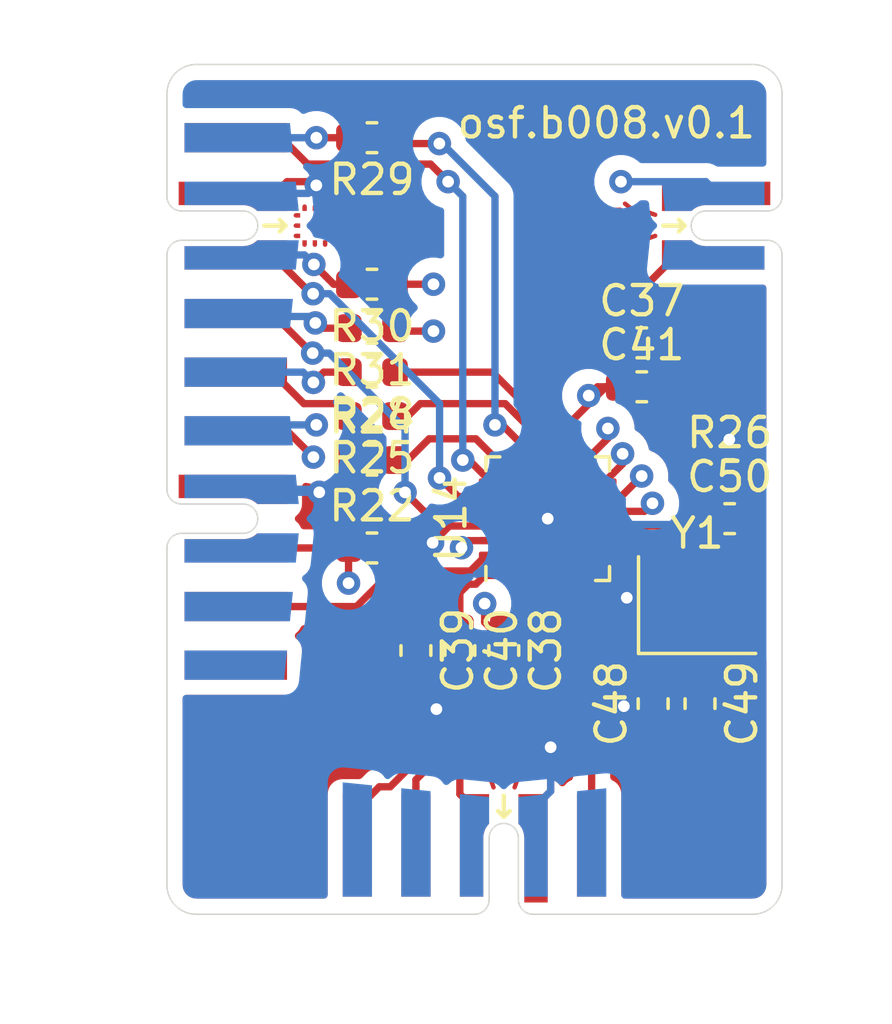
<source format=kicad_pcb>
(kicad_pcb (version 20171130) (host pcbnew "(5.1.5)-3")

  (general
    (thickness 1.6)
    (drawings 12)
    (tracks 284)
    (zones 0)
    (modules 21)
    (nets 29)
  )

  (page A4)
  (layers
    (0 F.Cu signal)
    (1 In1.Cu signal)
    (2 In2.Cu signal)
    (31 B.Cu signal)
    (32 B.Adhes user)
    (33 F.Adhes user)
    (34 B.Paste user)
    (35 F.Paste user)
    (36 B.SilkS user)
    (37 F.SilkS user)
    (38 B.Mask user)
    (39 F.Mask user)
    (40 Dwgs.User user)
    (41 Cmts.User user)
    (42 Eco1.User user)
    (43 Eco2.User user)
    (44 Edge.Cuts user)
    (45 Margin user)
    (46 B.CrtYd user)
    (47 F.CrtYd user)
    (48 B.Fab user)
    (49 F.Fab user)
  )

  (setup
    (last_trace_width 0.25)
    (trace_clearance 0.2)
    (zone_clearance 0.508)
    (zone_45_only no)
    (trace_min 0.2)
    (via_size 0.8)
    (via_drill 0.4)
    (via_min_size 0.4)
    (via_min_drill 0.3)
    (uvia_size 0.3)
    (uvia_drill 0.1)
    (uvias_allowed no)
    (uvia_min_size 0.2)
    (uvia_min_drill 0.1)
    (edge_width 0.05)
    (segment_width 0.2)
    (pcb_text_width 0.3)
    (pcb_text_size 1.5 1.5)
    (mod_edge_width 0.12)
    (mod_text_size 1 1)
    (mod_text_width 0.15)
    (pad_size 1.524 1.524)
    (pad_drill 0.762)
    (pad_to_mask_clearance 0.051)
    (solder_mask_min_width 0.25)
    (aux_axis_origin 0 0)
    (visible_elements 7FFFFFFF)
    (pcbplotparams
      (layerselection 0x010fc_ffffffff)
      (usegerberextensions false)
      (usegerberattributes false)
      (usegerberadvancedattributes false)
      (creategerberjobfile false)
      (excludeedgelayer true)
      (linewidth 0.100000)
      (plotframeref false)
      (viasonmask false)
      (mode 1)
      (useauxorigin false)
      (hpglpennumber 1)
      (hpglpenspeed 20)
      (hpglpendiameter 15.000000)
      (psnegative false)
      (psa4output false)
      (plotreference true)
      (plotvalue true)
      (plotinvisibletext false)
      (padsonsilk false)
      (subtractmaskfromsilk false)
      (outputformat 1)
      (mirror false)
      (drillshape 1)
      (scaleselection 1)
      (outputdirectory ""))
  )

  (net 0 "")
  (net 1 GND)
  (net 2 /VDD)
  (net 3 "Net-(C39-Pad1)")
  (net 4 "Net-(C48-Pad2)")
  (net 5 "Net-(C49-Pad1)")
  (net 6 "Net-(J1-Pad18)")
  (net 7 "Net-(J1-Pad17)")
  (net 8 "Net-(J1-Pad15)")
  (net 9 "Net-(J1-Pad5)")
  (net 10 "Net-(J1-Pad7)")
  (net 11 "Net-(J1-Pad9)")
  (net 12 "Net-(J1-Pad8)")
  (net 13 "Net-(J1-Pad6)")
  (net 14 "Net-(J1-Pad10)")
  (net 15 "Net-(J1-Pad4)")
  (net 16 "Net-(J1-Pad2)")
  (net 17 "Net-(J2-Pad3)")
  (net 18 "Net-(J3-Pad2)")
  (net 19 "Net-(J3-Pad5)")
  (net 20 "Net-(J3-Pad9)")
  (net 21 "Net-(J3-Pad7)")
  (net 22 "Net-(R24-Pad2)")
  (net 23 "Net-(R29-Pad1)")
  (net 24 "Net-(R25-Pad1)")
  (net 25 "Net-(R28-Pad1)")
  (net 26 "Net-(R30-Pad1)")
  (net 27 "Net-(R31-Pad1)")
  (net 28 "Net-(C50-Pad1)")

  (net_class Default "This is the default net class."
    (clearance 0.2)
    (trace_width 0.25)
    (via_dia 0.8)
    (via_drill 0.4)
    (uvia_dia 0.3)
    (uvia_drill 0.1)
    (add_net /VDD)
    (add_net GND)
    (add_net "Net-(C39-Pad1)")
    (add_net "Net-(C48-Pad2)")
    (add_net "Net-(C49-Pad1)")
    (add_net "Net-(C50-Pad1)")
    (add_net "Net-(J1-Pad10)")
    (add_net "Net-(J1-Pad15)")
    (add_net "Net-(J1-Pad17)")
    (add_net "Net-(J1-Pad18)")
    (add_net "Net-(J1-Pad2)")
    (add_net "Net-(J1-Pad4)")
    (add_net "Net-(J1-Pad5)")
    (add_net "Net-(J1-Pad6)")
    (add_net "Net-(J1-Pad7)")
    (add_net "Net-(J1-Pad8)")
    (add_net "Net-(J1-Pad9)")
    (add_net "Net-(J2-Pad3)")
    (add_net "Net-(J3-Pad2)")
    (add_net "Net-(J3-Pad5)")
    (add_net "Net-(J3-Pad7)")
    (add_net "Net-(J3-Pad9)")
    (add_net "Net-(R24-Pad2)")
    (add_net "Net-(R25-Pad1)")
    (add_net "Net-(R28-Pad1)")
    (add_net "Net-(R29-Pad1)")
    (add_net "Net-(R30-Pad1)")
    (add_net "Net-(R31-Pad1)")
  )

  (module Crystal:Crystal_SMD_Abracon_ABM8G-4Pin_3.2x2.5mm (layer F.Cu) (tedit 5A0FD1B2) (tstamp 6030B9DD)
    (at 128.1 98.45)
    (descr "Abracon Miniature Ceramic Smd Crystal ABM8G http://www.abracon.com/Resonators/ABM8G.pdf, 3.2x2.5mm^2 package")
    (tags "SMD SMT crystal")
    (path /603302E1)
    (attr smd)
    (fp_text reference Y1 (at 0 -2.45) (layer F.SilkS)
      (effects (font (size 1 1) (thickness 0.15)))
    )
    (fp_text value 25MhZ (at 0 2.45) (layer F.Fab)
      (effects (font (size 1 1) (thickness 0.15)))
    )
    (fp_line (start 2.1 -1.7) (end -2.1 -1.7) (layer F.CrtYd) (width 0.05))
    (fp_line (start 2.1 1.7) (end 2.1 -1.7) (layer F.CrtYd) (width 0.05))
    (fp_line (start -2.1 1.7) (end 2.1 1.7) (layer F.CrtYd) (width 0.05))
    (fp_line (start -2.1 -1.7) (end -2.1 1.7) (layer F.CrtYd) (width 0.05))
    (fp_line (start -2 1.65) (end 2 1.65) (layer F.SilkS) (width 0.12))
    (fp_line (start -2 -1.65) (end -2 1.65) (layer F.SilkS) (width 0.12))
    (fp_line (start -1.6 0.25) (end -0.6 1.25) (layer F.Fab) (width 0.1))
    (fp_line (start -1.6 -1.05) (end -1.4 -1.25) (layer F.Fab) (width 0.1))
    (fp_line (start -1.6 1.05) (end -1.6 -1.05) (layer F.Fab) (width 0.1))
    (fp_line (start -1.4 1.25) (end -1.6 1.05) (layer F.Fab) (width 0.1))
    (fp_line (start 1.4 1.25) (end -1.4 1.25) (layer F.Fab) (width 0.1))
    (fp_line (start 1.6 1.05) (end 1.4 1.25) (layer F.Fab) (width 0.1))
    (fp_line (start 1.6 -1.05) (end 1.6 1.05) (layer F.Fab) (width 0.1))
    (fp_line (start 1.4 -1.25) (end 1.6 -1.05) (layer F.Fab) (width 0.1))
    (fp_line (start -1.4 -1.25) (end 1.4 -1.25) (layer F.Fab) (width 0.1))
    (fp_text user %R (at 0 0) (layer F.Fab)
      (effects (font (size 0.7 0.7) (thickness 0.105)))
    )
    (pad 4 smd rect (at -1.1 -0.85) (size 1.4 1.2) (layers F.Cu F.Paste F.Mask)
      (net 1 GND))
    (pad 3 smd rect (at 1.1 -0.85) (size 1.4 1.2) (layers F.Cu F.Paste F.Mask)
      (net 5 "Net-(C49-Pad1)"))
    (pad 2 smd rect (at 1.1 0.85) (size 1.4 1.2) (layers F.Cu F.Paste F.Mask)
      (net 1 GND))
    (pad 1 smd rect (at -1.1 0.85) (size 1.4 1.2) (layers F.Cu F.Paste F.Mask)
      (net 4 "Net-(C48-Pad2)"))
    (model ${KISYS3DMOD}/Crystal.3dshapes/Crystal_SMD_Abracon_ABM8G-4Pin_3.2x2.5mm.wrl
      (at (xyz 0 0 0))
      (scale (xyz 1 1 1))
      (rotate (xyz 0 0 0))
    )
  )

  (module Resistor_SMD:R_0603_1608Metric (layer F.Cu) (tedit 5B301BBD) (tstamp 60309407)
    (at 117 89 180)
    (descr "Resistor SMD 0603 (1608 Metric), square (rectangular) end terminal, IPC_7351 nominal, (Body size source: http://www.tortai-tech.com/upload/download/2011102023233369053.pdf), generated with kicad-footprint-generator")
    (tags resistor)
    (path /60343B8F)
    (attr smd)
    (fp_text reference R31 (at 0 -1.43) (layer F.SilkS)
      (effects (font (size 1 1) (thickness 0.15)))
    )
    (fp_text value 33R (at 0 1.43) (layer F.Fab)
      (effects (font (size 1 1) (thickness 0.15)))
    )
    (fp_text user %R (at 0 0) (layer F.Fab)
      (effects (font (size 0.4 0.4) (thickness 0.06)))
    )
    (fp_line (start 1.48 0.73) (end -1.48 0.73) (layer F.CrtYd) (width 0.05))
    (fp_line (start 1.48 -0.73) (end 1.48 0.73) (layer F.CrtYd) (width 0.05))
    (fp_line (start -1.48 -0.73) (end 1.48 -0.73) (layer F.CrtYd) (width 0.05))
    (fp_line (start -1.48 0.73) (end -1.48 -0.73) (layer F.CrtYd) (width 0.05))
    (fp_line (start -0.162779 0.51) (end 0.162779 0.51) (layer F.SilkS) (width 0.12))
    (fp_line (start -0.162779 -0.51) (end 0.162779 -0.51) (layer F.SilkS) (width 0.12))
    (fp_line (start 0.8 0.4) (end -0.8 0.4) (layer F.Fab) (width 0.1))
    (fp_line (start 0.8 -0.4) (end 0.8 0.4) (layer F.Fab) (width 0.1))
    (fp_line (start -0.8 -0.4) (end 0.8 -0.4) (layer F.Fab) (width 0.1))
    (fp_line (start -0.8 0.4) (end -0.8 -0.4) (layer F.Fab) (width 0.1))
    (pad 2 smd roundrect (at 0.7875 0 180) (size 0.875 0.95) (layers F.Cu F.Paste F.Mask) (roundrect_rratio 0.25)
      (net 13 "Net-(J1-Pad6)"))
    (pad 1 smd roundrect (at -0.7875 0 180) (size 0.875 0.95) (layers F.Cu F.Paste F.Mask) (roundrect_rratio 0.25)
      (net 27 "Net-(R31-Pad1)"))
    (model ${KISYS3DMOD}/Resistor_SMD.3dshapes/R_0603_1608Metric.wrl
      (at (xyz 0 0 0))
      (scale (xyz 1 1 1))
      (rotate (xyz 0 0 0))
    )
  )

  (module Resistor_SMD:R_0603_1608Metric (layer F.Cu) (tedit 5B301BBD) (tstamp 603093F6)
    (at 117 87.5 180)
    (descr "Resistor SMD 0603 (1608 Metric), square (rectangular) end terminal, IPC_7351 nominal, (Body size source: http://www.tortai-tech.com/upload/download/2011102023233369053.pdf), generated with kicad-footprint-generator")
    (tags resistor)
    (path /60343FC2)
    (attr smd)
    (fp_text reference R30 (at 0 -1.43) (layer F.SilkS)
      (effects (font (size 1 1) (thickness 0.15)))
    )
    (fp_text value 33R (at 0 1.43) (layer F.Fab)
      (effects (font (size 1 1) (thickness 0.15)))
    )
    (fp_text user %R (at 0 0) (layer F.Fab)
      (effects (font (size 0.4 0.4) (thickness 0.06)))
    )
    (fp_line (start 1.48 0.73) (end -1.48 0.73) (layer F.CrtYd) (width 0.05))
    (fp_line (start 1.48 -0.73) (end 1.48 0.73) (layer F.CrtYd) (width 0.05))
    (fp_line (start -1.48 -0.73) (end 1.48 -0.73) (layer F.CrtYd) (width 0.05))
    (fp_line (start -1.48 0.73) (end -1.48 -0.73) (layer F.CrtYd) (width 0.05))
    (fp_line (start -0.162779 0.51) (end 0.162779 0.51) (layer F.SilkS) (width 0.12))
    (fp_line (start -0.162779 -0.51) (end 0.162779 -0.51) (layer F.SilkS) (width 0.12))
    (fp_line (start 0.8 0.4) (end -0.8 0.4) (layer F.Fab) (width 0.1))
    (fp_line (start 0.8 -0.4) (end 0.8 0.4) (layer F.Fab) (width 0.1))
    (fp_line (start -0.8 -0.4) (end 0.8 -0.4) (layer F.Fab) (width 0.1))
    (fp_line (start -0.8 0.4) (end -0.8 -0.4) (layer F.Fab) (width 0.1))
    (pad 2 smd roundrect (at 0.7875 0 180) (size 0.875 0.95) (layers F.Cu F.Paste F.Mask) (roundrect_rratio 0.25)
      (net 15 "Net-(J1-Pad4)"))
    (pad 1 smd roundrect (at -0.7875 0 180) (size 0.875 0.95) (layers F.Cu F.Paste F.Mask) (roundrect_rratio 0.25)
      (net 26 "Net-(R30-Pad1)"))
    (model ${KISYS3DMOD}/Resistor_SMD.3dshapes/R_0603_1608Metric.wrl
      (at (xyz 0 0 0))
      (scale (xyz 1 1 1))
      (rotate (xyz 0 0 0))
    )
  )

  (module Resistor_SMD:R_0603_1608Metric (layer F.Cu) (tedit 5B301BBD) (tstamp 603093E5)
    (at 117 82.5 180)
    (descr "Resistor SMD 0603 (1608 Metric), square (rectangular) end terminal, IPC_7351 nominal, (Body size source: http://www.tortai-tech.com/upload/download/2011102023233369053.pdf), generated with kicad-footprint-generator")
    (tags resistor)
    (path /60341E3E)
    (attr smd)
    (fp_text reference R29 (at 0 -1.43) (layer F.SilkS)
      (effects (font (size 1 1) (thickness 0.15)))
    )
    (fp_text value 33R (at 0 1.43) (layer F.Fab)
      (effects (font (size 1 1) (thickness 0.15)))
    )
    (fp_text user %R (at 0 0) (layer F.Fab)
      (effects (font (size 0.4 0.4) (thickness 0.06)))
    )
    (fp_line (start 1.48 0.73) (end -1.48 0.73) (layer F.CrtYd) (width 0.05))
    (fp_line (start 1.48 -0.73) (end 1.48 0.73) (layer F.CrtYd) (width 0.05))
    (fp_line (start -1.48 -0.73) (end 1.48 -0.73) (layer F.CrtYd) (width 0.05))
    (fp_line (start -1.48 0.73) (end -1.48 -0.73) (layer F.CrtYd) (width 0.05))
    (fp_line (start -0.162779 0.51) (end 0.162779 0.51) (layer F.SilkS) (width 0.12))
    (fp_line (start -0.162779 -0.51) (end 0.162779 -0.51) (layer F.SilkS) (width 0.12))
    (fp_line (start 0.8 0.4) (end -0.8 0.4) (layer F.Fab) (width 0.1))
    (fp_line (start 0.8 -0.4) (end 0.8 0.4) (layer F.Fab) (width 0.1))
    (fp_line (start -0.8 -0.4) (end 0.8 -0.4) (layer F.Fab) (width 0.1))
    (fp_line (start -0.8 0.4) (end -0.8 -0.4) (layer F.Fab) (width 0.1))
    (pad 2 smd roundrect (at 0.7875 0 180) (size 0.875 0.95) (layers F.Cu F.Paste F.Mask) (roundrect_rratio 0.25)
      (net 12 "Net-(J1-Pad8)"))
    (pad 1 smd roundrect (at -0.7875 0 180) (size 0.875 0.95) (layers F.Cu F.Paste F.Mask) (roundrect_rratio 0.25)
      (net 23 "Net-(R29-Pad1)"))
    (model ${KISYS3DMOD}/Resistor_SMD.3dshapes/R_0603_1608Metric.wrl
      (at (xyz 0 0 0))
      (scale (xyz 1 1 1))
      (rotate (xyz 0 0 0))
    )
  )

  (module Resistor_SMD:R_0603_1608Metric (layer F.Cu) (tedit 5B301BBD) (tstamp 603093D4)
    (at 117 90.5 180)
    (descr "Resistor SMD 0603 (1608 Metric), square (rectangular) end terminal, IPC_7351 nominal, (Body size source: http://www.tortai-tech.com/upload/download/2011102023233369053.pdf), generated with kicad-footprint-generator")
    (tags resistor)
    (path /60343103)
    (attr smd)
    (fp_text reference R28 (at 0 -1.43) (layer F.SilkS)
      (effects (font (size 1 1) (thickness 0.15)))
    )
    (fp_text value 33R (at 0 1.43) (layer F.Fab)
      (effects (font (size 1 1) (thickness 0.15)))
    )
    (fp_text user %R (at 0 0) (layer F.Fab)
      (effects (font (size 0.4 0.4) (thickness 0.06)))
    )
    (fp_line (start 1.48 0.73) (end -1.48 0.73) (layer F.CrtYd) (width 0.05))
    (fp_line (start 1.48 -0.73) (end 1.48 0.73) (layer F.CrtYd) (width 0.05))
    (fp_line (start -1.48 -0.73) (end 1.48 -0.73) (layer F.CrtYd) (width 0.05))
    (fp_line (start -1.48 0.73) (end -1.48 -0.73) (layer F.CrtYd) (width 0.05))
    (fp_line (start -0.162779 0.51) (end 0.162779 0.51) (layer F.SilkS) (width 0.12))
    (fp_line (start -0.162779 -0.51) (end 0.162779 -0.51) (layer F.SilkS) (width 0.12))
    (fp_line (start 0.8 0.4) (end -0.8 0.4) (layer F.Fab) (width 0.1))
    (fp_line (start 0.8 -0.4) (end 0.8 0.4) (layer F.Fab) (width 0.1))
    (fp_line (start -0.8 -0.4) (end 0.8 -0.4) (layer F.Fab) (width 0.1))
    (fp_line (start -0.8 0.4) (end -0.8 -0.4) (layer F.Fab) (width 0.1))
    (pad 2 smd roundrect (at 0.7875 0 180) (size 0.875 0.95) (layers F.Cu F.Paste F.Mask) (roundrect_rratio 0.25)
      (net 14 "Net-(J1-Pad10)"))
    (pad 1 smd roundrect (at -0.7875 0 180) (size 0.875 0.95) (layers F.Cu F.Paste F.Mask) (roundrect_rratio 0.25)
      (net 25 "Net-(R28-Pad1)"))
    (model ${KISYS3DMOD}/Resistor_SMD.3dshapes/R_0603_1608Metric.wrl
      (at (xyz 0 0 0))
      (scale (xyz 1 1 1))
      (rotate (xyz 0 0 0))
    )
  )

  (module Resistor_SMD:R_0603_1608Metric (layer F.Cu) (tedit 5B301BBD) (tstamp 603093C3)
    (at 129.2125 94)
    (descr "Resistor SMD 0603 (1608 Metric), square (rectangular) end terminal, IPC_7351 nominal, (Body size source: http://www.tortai-tech.com/upload/download/2011102023233369053.pdf), generated with kicad-footprint-generator")
    (tags resistor)
    (path /60333C7C)
    (attr smd)
    (fp_text reference R26 (at 0 -1.43) (layer F.SilkS)
      (effects (font (size 1 1) (thickness 0.15)))
    )
    (fp_text value 6.49k (at 0 1.43) (layer F.Fab)
      (effects (font (size 1 1) (thickness 0.15)))
    )
    (fp_text user %R (at 0 0) (layer F.Fab)
      (effects (font (size 0.4 0.4) (thickness 0.06)))
    )
    (fp_line (start 1.48 0.73) (end -1.48 0.73) (layer F.CrtYd) (width 0.05))
    (fp_line (start 1.48 -0.73) (end 1.48 0.73) (layer F.CrtYd) (width 0.05))
    (fp_line (start -1.48 -0.73) (end 1.48 -0.73) (layer F.CrtYd) (width 0.05))
    (fp_line (start -1.48 0.73) (end -1.48 -0.73) (layer F.CrtYd) (width 0.05))
    (fp_line (start -0.162779 0.51) (end 0.162779 0.51) (layer F.SilkS) (width 0.12))
    (fp_line (start -0.162779 -0.51) (end 0.162779 -0.51) (layer F.SilkS) (width 0.12))
    (fp_line (start 0.8 0.4) (end -0.8 0.4) (layer F.Fab) (width 0.1))
    (fp_line (start 0.8 -0.4) (end 0.8 0.4) (layer F.Fab) (width 0.1))
    (fp_line (start -0.8 -0.4) (end 0.8 -0.4) (layer F.Fab) (width 0.1))
    (fp_line (start -0.8 0.4) (end -0.8 -0.4) (layer F.Fab) (width 0.1))
    (pad 2 smd roundrect (at 0.7875 0) (size 0.875 0.95) (layers F.Cu F.Paste F.Mask) (roundrect_rratio 0.25)
      (net 1 GND))
    (pad 1 smd roundrect (at -0.7875 0) (size 0.875 0.95) (layers F.Cu F.Paste F.Mask) (roundrect_rratio 0.25)
      (net 28 "Net-(C50-Pad1)"))
    (model ${KISYS3DMOD}/Resistor_SMD.3dshapes/R_0603_1608Metric.wrl
      (at (xyz 0 0 0))
      (scale (xyz 1 1 1))
      (rotate (xyz 0 0 0))
    )
  )

  (module Resistor_SMD:R_0603_1608Metric (layer F.Cu) (tedit 5B301BBD) (tstamp 603093B2)
    (at 117 92 180)
    (descr "Resistor SMD 0603 (1608 Metric), square (rectangular) end terminal, IPC_7351 nominal, (Body size source: http://www.tortai-tech.com/upload/download/2011102023233369053.pdf), generated with kicad-footprint-generator")
    (tags resistor)
    (path /60342942)
    (attr smd)
    (fp_text reference R25 (at 0 -1.43) (layer F.SilkS)
      (effects (font (size 1 1) (thickness 0.15)))
    )
    (fp_text value 33R (at 0 1.43) (layer F.Fab)
      (effects (font (size 1 1) (thickness 0.15)))
    )
    (fp_text user %R (at 0 0) (layer F.Fab)
      (effects (font (size 0.4 0.4) (thickness 0.06)))
    )
    (fp_line (start 1.48 0.73) (end -1.48 0.73) (layer F.CrtYd) (width 0.05))
    (fp_line (start 1.48 -0.73) (end 1.48 0.73) (layer F.CrtYd) (width 0.05))
    (fp_line (start -1.48 -0.73) (end 1.48 -0.73) (layer F.CrtYd) (width 0.05))
    (fp_line (start -1.48 0.73) (end -1.48 -0.73) (layer F.CrtYd) (width 0.05))
    (fp_line (start -0.162779 0.51) (end 0.162779 0.51) (layer F.SilkS) (width 0.12))
    (fp_line (start -0.162779 -0.51) (end 0.162779 -0.51) (layer F.SilkS) (width 0.12))
    (fp_line (start 0.8 0.4) (end -0.8 0.4) (layer F.Fab) (width 0.1))
    (fp_line (start 0.8 -0.4) (end 0.8 0.4) (layer F.Fab) (width 0.1))
    (fp_line (start -0.8 -0.4) (end 0.8 -0.4) (layer F.Fab) (width 0.1))
    (fp_line (start -0.8 0.4) (end -0.8 -0.4) (layer F.Fab) (width 0.1))
    (pad 2 smd roundrect (at 0.7875 0 180) (size 0.875 0.95) (layers F.Cu F.Paste F.Mask) (roundrect_rratio 0.25)
      (net 11 "Net-(J1-Pad9)"))
    (pad 1 smd roundrect (at -0.7875 0 180) (size 0.875 0.95) (layers F.Cu F.Paste F.Mask) (roundrect_rratio 0.25)
      (net 24 "Net-(R25-Pad1)"))
    (model ${KISYS3DMOD}/Resistor_SMD.3dshapes/R_0603_1608Metric.wrl
      (at (xyz 0 0 0))
      (scale (xyz 1 1 1))
      (rotate (xyz 0 0 0))
    )
  )

  (module Resistor_SMD:R_0603_1608Metric (layer F.Cu) (tedit 5B301BBD) (tstamp 60308BC6)
    (at 117 93.5)
    (descr "Resistor SMD 0603 (1608 Metric), square (rectangular) end terminal, IPC_7351 nominal, (Body size source: http://www.tortai-tech.com/upload/download/2011102023233369053.pdf), generated with kicad-footprint-generator")
    (tags resistor)
    (path /6033EA00)
    (attr smd)
    (fp_text reference R24 (at 0 -1.43) (layer F.SilkS)
      (effects (font (size 1 1) (thickness 0.15)))
    )
    (fp_text value 10k (at 0 1.43) (layer F.Fab)
      (effects (font (size 1 1) (thickness 0.15)))
    )
    (fp_text user %R (at 0 0) (layer F.Fab)
      (effects (font (size 0.4 0.4) (thickness 0.06)))
    )
    (fp_line (start 1.48 0.73) (end -1.48 0.73) (layer F.CrtYd) (width 0.05))
    (fp_line (start 1.48 -0.73) (end 1.48 0.73) (layer F.CrtYd) (width 0.05))
    (fp_line (start -1.48 -0.73) (end 1.48 -0.73) (layer F.CrtYd) (width 0.05))
    (fp_line (start -1.48 0.73) (end -1.48 -0.73) (layer F.CrtYd) (width 0.05))
    (fp_line (start -0.162779 0.51) (end 0.162779 0.51) (layer F.SilkS) (width 0.12))
    (fp_line (start -0.162779 -0.51) (end 0.162779 -0.51) (layer F.SilkS) (width 0.12))
    (fp_line (start 0.8 0.4) (end -0.8 0.4) (layer F.Fab) (width 0.1))
    (fp_line (start 0.8 -0.4) (end 0.8 0.4) (layer F.Fab) (width 0.1))
    (fp_line (start -0.8 -0.4) (end 0.8 -0.4) (layer F.Fab) (width 0.1))
    (fp_line (start -0.8 0.4) (end -0.8 -0.4) (layer F.Fab) (width 0.1))
    (pad 2 smd roundrect (at 0.7875 0) (size 0.875 0.95) (layers F.Cu F.Paste F.Mask) (roundrect_rratio 0.25)
      (net 22 "Net-(R24-Pad2)"))
    (pad 1 smd roundrect (at -0.7875 0) (size 0.875 0.95) (layers F.Cu F.Paste F.Mask) (roundrect_rratio 0.25)
      (net 2 /VDD))
    (model ${KISYS3DMOD}/Resistor_SMD.3dshapes/R_0603_1608Metric.wrl
      (at (xyz 0 0 0))
      (scale (xyz 1 1 1))
      (rotate (xyz 0 0 0))
    )
  )

  (module Resistor_SMD:R_0603_1608Metric (layer F.Cu) (tedit 5B301BBD) (tstamp 60308BB7)
    (at 117 96.5)
    (descr "Resistor SMD 0603 (1608 Metric), square (rectangular) end terminal, IPC_7351 nominal, (Body size source: http://www.tortai-tech.com/upload/download/2011102023233369053.pdf), generated with kicad-footprint-generator")
    (tags resistor)
    (path /6033D5BD)
    (attr smd)
    (fp_text reference R22 (at 0 -1.43) (layer F.SilkS)
      (effects (font (size 1 1) (thickness 0.15)))
    )
    (fp_text value 10k (at 0 1.43) (layer F.Fab)
      (effects (font (size 1 1) (thickness 0.15)))
    )
    (fp_text user %R (at 0 0) (layer F.Fab)
      (effects (font (size 0.4 0.4) (thickness 0.06)))
    )
    (fp_line (start 1.48 0.73) (end -1.48 0.73) (layer F.CrtYd) (width 0.05))
    (fp_line (start 1.48 -0.73) (end 1.48 0.73) (layer F.CrtYd) (width 0.05))
    (fp_line (start -1.48 -0.73) (end 1.48 -0.73) (layer F.CrtYd) (width 0.05))
    (fp_line (start -1.48 0.73) (end -1.48 -0.73) (layer F.CrtYd) (width 0.05))
    (fp_line (start -0.162779 0.51) (end 0.162779 0.51) (layer F.SilkS) (width 0.12))
    (fp_line (start -0.162779 -0.51) (end 0.162779 -0.51) (layer F.SilkS) (width 0.12))
    (fp_line (start 0.8 0.4) (end -0.8 0.4) (layer F.Fab) (width 0.1))
    (fp_line (start 0.8 -0.4) (end 0.8 0.4) (layer F.Fab) (width 0.1))
    (fp_line (start -0.8 -0.4) (end 0.8 -0.4) (layer F.Fab) (width 0.1))
    (fp_line (start -0.8 0.4) (end -0.8 -0.4) (layer F.Fab) (width 0.1))
    (pad 2 smd roundrect (at 0.7875 0) (size 0.875 0.95) (layers F.Cu F.Paste F.Mask) (roundrect_rratio 0.25)
      (net 8 "Net-(J1-Pad15)"))
    (pad 1 smd roundrect (at -0.7875 0) (size 0.875 0.95) (layers F.Cu F.Paste F.Mask) (roundrect_rratio 0.25)
      (net 2 /VDD))
    (model ${KISYS3DMOD}/Resistor_SMD.3dshapes/R_0603_1608Metric.wrl
      (at (xyz 0 0 0))
      (scale (xyz 1 1 1))
      (rotate (xyz 0 0 0))
    )
  )

  (module Capacitor_SMD:C_0603_1608Metric (layer F.Cu) (tedit 5B301BBE) (tstamp 603091A3)
    (at 129.2125 95.5)
    (descr "Capacitor SMD 0603 (1608 Metric), square (rectangular) end terminal, IPC_7351 nominal, (Body size source: http://www.tortai-tech.com/upload/download/2011102023233369053.pdf), generated with kicad-footprint-generator")
    (tags capacitor)
    (path /6033379D)
    (attr smd)
    (fp_text reference C50 (at 0 -1.43) (layer F.SilkS)
      (effects (font (size 1 1) (thickness 0.15)))
    )
    (fp_text value 100pF (at 0 1.43) (layer F.Fab)
      (effects (font (size 1 1) (thickness 0.15)))
    )
    (fp_text user %R (at 0 0) (layer F.Fab)
      (effects (font (size 0.4 0.4) (thickness 0.06)))
    )
    (fp_line (start 1.48 0.73) (end -1.48 0.73) (layer F.CrtYd) (width 0.05))
    (fp_line (start 1.48 -0.73) (end 1.48 0.73) (layer F.CrtYd) (width 0.05))
    (fp_line (start -1.48 -0.73) (end 1.48 -0.73) (layer F.CrtYd) (width 0.05))
    (fp_line (start -1.48 0.73) (end -1.48 -0.73) (layer F.CrtYd) (width 0.05))
    (fp_line (start -0.162779 0.51) (end 0.162779 0.51) (layer F.SilkS) (width 0.12))
    (fp_line (start -0.162779 -0.51) (end 0.162779 -0.51) (layer F.SilkS) (width 0.12))
    (fp_line (start 0.8 0.4) (end -0.8 0.4) (layer F.Fab) (width 0.1))
    (fp_line (start 0.8 -0.4) (end 0.8 0.4) (layer F.Fab) (width 0.1))
    (fp_line (start -0.8 -0.4) (end 0.8 -0.4) (layer F.Fab) (width 0.1))
    (fp_line (start -0.8 0.4) (end -0.8 -0.4) (layer F.Fab) (width 0.1))
    (pad 2 smd roundrect (at 0.7875 0) (size 0.875 0.95) (layers F.Cu F.Paste F.Mask) (roundrect_rratio 0.25)
      (net 1 GND))
    (pad 1 smd roundrect (at -0.7875 0) (size 0.875 0.95) (layers F.Cu F.Paste F.Mask) (roundrect_rratio 0.25)
      (net 28 "Net-(C50-Pad1)"))
    (model ${KISYS3DMOD}/Capacitor_SMD.3dshapes/C_0603_1608Metric.wrl
      (at (xyz 0 0 0))
      (scale (xyz 1 1 1))
      (rotate (xyz 0 0 0))
    )
  )

  (module Capacitor_SMD:C_0603_1608Metric (layer F.Cu) (tedit 5B301BBE) (tstamp 60308AB6)
    (at 128.2 101.8125 270)
    (descr "Capacitor SMD 0603 (1608 Metric), square (rectangular) end terminal, IPC_7351 nominal, (Body size source: http://www.tortai-tech.com/upload/download/2011102023233369053.pdf), generated with kicad-footprint-generator")
    (tags capacitor)
    (path /60331CC2)
    (attr smd)
    (fp_text reference C49 (at 0 -1.43 90) (layer F.SilkS)
      (effects (font (size 1 1) (thickness 0.15)))
    )
    (fp_text value 12pF (at 0 1.43 90) (layer F.Fab)
      (effects (font (size 1 1) (thickness 0.15)))
    )
    (fp_text user %R (at 0 0 90) (layer F.Fab)
      (effects (font (size 0.4 0.4) (thickness 0.06)))
    )
    (fp_line (start 1.48 0.73) (end -1.48 0.73) (layer F.CrtYd) (width 0.05))
    (fp_line (start 1.48 -0.73) (end 1.48 0.73) (layer F.CrtYd) (width 0.05))
    (fp_line (start -1.48 -0.73) (end 1.48 -0.73) (layer F.CrtYd) (width 0.05))
    (fp_line (start -1.48 0.73) (end -1.48 -0.73) (layer F.CrtYd) (width 0.05))
    (fp_line (start -0.162779 0.51) (end 0.162779 0.51) (layer F.SilkS) (width 0.12))
    (fp_line (start -0.162779 -0.51) (end 0.162779 -0.51) (layer F.SilkS) (width 0.12))
    (fp_line (start 0.8 0.4) (end -0.8 0.4) (layer F.Fab) (width 0.1))
    (fp_line (start 0.8 -0.4) (end 0.8 0.4) (layer F.Fab) (width 0.1))
    (fp_line (start -0.8 -0.4) (end 0.8 -0.4) (layer F.Fab) (width 0.1))
    (fp_line (start -0.8 0.4) (end -0.8 -0.4) (layer F.Fab) (width 0.1))
    (pad 2 smd roundrect (at 0.7875 0 270) (size 0.875 0.95) (layers F.Cu F.Paste F.Mask) (roundrect_rratio 0.25)
      (net 1 GND))
    (pad 1 smd roundrect (at -0.7875 0 270) (size 0.875 0.95) (layers F.Cu F.Paste F.Mask) (roundrect_rratio 0.25)
      (net 5 "Net-(C49-Pad1)"))
    (model ${KISYS3DMOD}/Capacitor_SMD.3dshapes/C_0603_1608Metric.wrl
      (at (xyz 0 0 0))
      (scale (xyz 1 1 1))
      (rotate (xyz 0 0 0))
    )
  )

  (module Capacitor_SMD:C_0603_1608Metric (layer F.Cu) (tedit 5B301BBE) (tstamp 60308AA7)
    (at 126.6 101.8125 90)
    (descr "Capacitor SMD 0603 (1608 Metric), square (rectangular) end terminal, IPC_7351 nominal, (Body size source: http://www.tortai-tech.com/upload/download/2011102023233369053.pdf), generated with kicad-footprint-generator")
    (tags capacitor)
    (path /6033127F)
    (attr smd)
    (fp_text reference C48 (at 0 -1.43 90) (layer F.SilkS)
      (effects (font (size 1 1) (thickness 0.15)))
    )
    (fp_text value 12pF (at 0 1.43 90) (layer F.Fab)
      (effects (font (size 1 1) (thickness 0.15)))
    )
    (fp_text user %R (at 0 0 90) (layer F.Fab)
      (effects (font (size 0.4 0.4) (thickness 0.06)))
    )
    (fp_line (start 1.48 0.73) (end -1.48 0.73) (layer F.CrtYd) (width 0.05))
    (fp_line (start 1.48 -0.73) (end 1.48 0.73) (layer F.CrtYd) (width 0.05))
    (fp_line (start -1.48 -0.73) (end 1.48 -0.73) (layer F.CrtYd) (width 0.05))
    (fp_line (start -1.48 0.73) (end -1.48 -0.73) (layer F.CrtYd) (width 0.05))
    (fp_line (start -0.162779 0.51) (end 0.162779 0.51) (layer F.SilkS) (width 0.12))
    (fp_line (start -0.162779 -0.51) (end 0.162779 -0.51) (layer F.SilkS) (width 0.12))
    (fp_line (start 0.8 0.4) (end -0.8 0.4) (layer F.Fab) (width 0.1))
    (fp_line (start 0.8 -0.4) (end 0.8 0.4) (layer F.Fab) (width 0.1))
    (fp_line (start -0.8 -0.4) (end 0.8 -0.4) (layer F.Fab) (width 0.1))
    (fp_line (start -0.8 0.4) (end -0.8 -0.4) (layer F.Fab) (width 0.1))
    (pad 2 smd roundrect (at 0.7875 0 90) (size 0.875 0.95) (layers F.Cu F.Paste F.Mask) (roundrect_rratio 0.25)
      (net 4 "Net-(C48-Pad2)"))
    (pad 1 smd roundrect (at -0.7875 0 90) (size 0.875 0.95) (layers F.Cu F.Paste F.Mask) (roundrect_rratio 0.25)
      (net 1 GND))
    (model ${KISYS3DMOD}/Capacitor_SMD.3dshapes/C_0603_1608Metric.wrl
      (at (xyz 0 0 0))
      (scale (xyz 1 1 1))
      (rotate (xyz 0 0 0))
    )
  )

  (module Capacitor_SMD:C_0603_1608Metric (layer F.Cu) (tedit 5B301BBE) (tstamp 60308A98)
    (at 126.2125 91)
    (descr "Capacitor SMD 0603 (1608 Metric), square (rectangular) end terminal, IPC_7351 nominal, (Body size source: http://www.tortai-tech.com/upload/download/2011102023233369053.pdf), generated with kicad-footprint-generator")
    (tags capacitor)
    (path /60368096)
    (attr smd)
    (fp_text reference C41 (at 0 -1.43) (layer F.SilkS)
      (effects (font (size 1 1) (thickness 0.15)))
    )
    (fp_text value 10uF (at 0 1.43) (layer F.Fab)
      (effects (font (size 1 1) (thickness 0.15)))
    )
    (fp_text user %R (at 0 0) (layer F.Fab)
      (effects (font (size 0.4 0.4) (thickness 0.06)))
    )
    (fp_line (start 1.48 0.73) (end -1.48 0.73) (layer F.CrtYd) (width 0.05))
    (fp_line (start 1.48 -0.73) (end 1.48 0.73) (layer F.CrtYd) (width 0.05))
    (fp_line (start -1.48 -0.73) (end 1.48 -0.73) (layer F.CrtYd) (width 0.05))
    (fp_line (start -1.48 0.73) (end -1.48 -0.73) (layer F.CrtYd) (width 0.05))
    (fp_line (start -0.162779 0.51) (end 0.162779 0.51) (layer F.SilkS) (width 0.12))
    (fp_line (start -0.162779 -0.51) (end 0.162779 -0.51) (layer F.SilkS) (width 0.12))
    (fp_line (start 0.8 0.4) (end -0.8 0.4) (layer F.Fab) (width 0.1))
    (fp_line (start 0.8 -0.4) (end 0.8 0.4) (layer F.Fab) (width 0.1))
    (fp_line (start -0.8 -0.4) (end 0.8 -0.4) (layer F.Fab) (width 0.1))
    (fp_line (start -0.8 0.4) (end -0.8 -0.4) (layer F.Fab) (width 0.1))
    (pad 2 smd roundrect (at 0.7875 0) (size 0.875 0.95) (layers F.Cu F.Paste F.Mask) (roundrect_rratio 0.25)
      (net 1 GND))
    (pad 1 smd roundrect (at -0.7875 0) (size 0.875 0.95) (layers F.Cu F.Paste F.Mask) (roundrect_rratio 0.25)
      (net 2 /VDD))
    (model ${KISYS3DMOD}/Capacitor_SMD.3dshapes/C_0603_1608Metric.wrl
      (at (xyz 0 0 0))
      (scale (xyz 1 1 1))
      (rotate (xyz 0 0 0))
    )
  )

  (module Capacitor_SMD:C_0603_1608Metric (layer F.Cu) (tedit 5B301BBE) (tstamp 60308A89)
    (at 120 100 270)
    (descr "Capacitor SMD 0603 (1608 Metric), square (rectangular) end terminal, IPC_7351 nominal, (Body size source: http://www.tortai-tech.com/upload/download/2011102023233369053.pdf), generated with kicad-footprint-generator")
    (tags capacitor)
    (path /6035B62A)
    (attr smd)
    (fp_text reference C40 (at 0 -1.43 90) (layer F.SilkS)
      (effects (font (size 1 1) (thickness 0.15)))
    )
    (fp_text value 100nF (at 0 1.43 90) (layer F.Fab)
      (effects (font (size 1 1) (thickness 0.15)))
    )
    (fp_text user %R (at 0 0 90) (layer F.Fab)
      (effects (font (size 0.4 0.4) (thickness 0.06)))
    )
    (fp_line (start 1.48 0.73) (end -1.48 0.73) (layer F.CrtYd) (width 0.05))
    (fp_line (start 1.48 -0.73) (end 1.48 0.73) (layer F.CrtYd) (width 0.05))
    (fp_line (start -1.48 -0.73) (end 1.48 -0.73) (layer F.CrtYd) (width 0.05))
    (fp_line (start -1.48 0.73) (end -1.48 -0.73) (layer F.CrtYd) (width 0.05))
    (fp_line (start -0.162779 0.51) (end 0.162779 0.51) (layer F.SilkS) (width 0.12))
    (fp_line (start -0.162779 -0.51) (end 0.162779 -0.51) (layer F.SilkS) (width 0.12))
    (fp_line (start 0.8 0.4) (end -0.8 0.4) (layer F.Fab) (width 0.1))
    (fp_line (start 0.8 -0.4) (end 0.8 0.4) (layer F.Fab) (width 0.1))
    (fp_line (start -0.8 -0.4) (end 0.8 -0.4) (layer F.Fab) (width 0.1))
    (fp_line (start -0.8 0.4) (end -0.8 -0.4) (layer F.Fab) (width 0.1))
    (pad 2 smd roundrect (at 0.7875 0 270) (size 0.875 0.95) (layers F.Cu F.Paste F.Mask) (roundrect_rratio 0.25)
      (net 1 GND))
    (pad 1 smd roundrect (at -0.7875 0 270) (size 0.875 0.95) (layers F.Cu F.Paste F.Mask) (roundrect_rratio 0.25)
      (net 3 "Net-(C39-Pad1)"))
    (model ${KISYS3DMOD}/Capacitor_SMD.3dshapes/C_0603_1608Metric.wrl
      (at (xyz 0 0 0))
      (scale (xyz 1 1 1))
      (rotate (xyz 0 0 0))
    )
  )

  (module Capacitor_SMD:C_0603_1608Metric (layer F.Cu) (tedit 5B301BBE) (tstamp 60308A7A)
    (at 118.5 100 270)
    (descr "Capacitor SMD 0603 (1608 Metric), square (rectangular) end terminal, IPC_7351 nominal, (Body size source: http://www.tortai-tech.com/upload/download/2011102023233369053.pdf), generated with kicad-footprint-generator")
    (tags capacitor)
    (path /6035C611)
    (attr smd)
    (fp_text reference C39 (at 0 -1.43 90) (layer F.SilkS)
      (effects (font (size 1 1) (thickness 0.15)))
    )
    (fp_text value 2.2uF (at 0 1.43 90) (layer F.Fab)
      (effects (font (size 1 1) (thickness 0.15)))
    )
    (fp_text user %R (at 0 0 90) (layer F.Fab)
      (effects (font (size 0.4 0.4) (thickness 0.06)))
    )
    (fp_line (start 1.48 0.73) (end -1.48 0.73) (layer F.CrtYd) (width 0.05))
    (fp_line (start 1.48 -0.73) (end 1.48 0.73) (layer F.CrtYd) (width 0.05))
    (fp_line (start -1.48 -0.73) (end 1.48 -0.73) (layer F.CrtYd) (width 0.05))
    (fp_line (start -1.48 0.73) (end -1.48 -0.73) (layer F.CrtYd) (width 0.05))
    (fp_line (start -0.162779 0.51) (end 0.162779 0.51) (layer F.SilkS) (width 0.12))
    (fp_line (start -0.162779 -0.51) (end 0.162779 -0.51) (layer F.SilkS) (width 0.12))
    (fp_line (start 0.8 0.4) (end -0.8 0.4) (layer F.Fab) (width 0.1))
    (fp_line (start 0.8 -0.4) (end 0.8 0.4) (layer F.Fab) (width 0.1))
    (fp_line (start -0.8 -0.4) (end 0.8 -0.4) (layer F.Fab) (width 0.1))
    (fp_line (start -0.8 0.4) (end -0.8 -0.4) (layer F.Fab) (width 0.1))
    (pad 2 smd roundrect (at 0.7875 0 270) (size 0.875 0.95) (layers F.Cu F.Paste F.Mask) (roundrect_rratio 0.25)
      (net 1 GND))
    (pad 1 smd roundrect (at -0.7875 0 270) (size 0.875 0.95) (layers F.Cu F.Paste F.Mask) (roundrect_rratio 0.25)
      (net 3 "Net-(C39-Pad1)"))
    (model ${KISYS3DMOD}/Capacitor_SMD.3dshapes/C_0603_1608Metric.wrl
      (at (xyz 0 0 0))
      (scale (xyz 1 1 1))
      (rotate (xyz 0 0 0))
    )
  )

  (module Capacitor_SMD:C_0603_1608Metric (layer F.Cu) (tedit 5B301BBE) (tstamp 60308A6B)
    (at 121.5 100 270)
    (descr "Capacitor SMD 0603 (1608 Metric), square (rectangular) end terminal, IPC_7351 nominal, (Body size source: http://www.tortai-tech.com/upload/download/2011102023233369053.pdf), generated with kicad-footprint-generator")
    (tags capacitor)
    (path /603667F4)
    (attr smd)
    (fp_text reference C38 (at 0 -1.43 90) (layer F.SilkS)
      (effects (font (size 1 1) (thickness 0.15)))
    )
    (fp_text value 1uF (at 0 1.43 90) (layer F.Fab)
      (effects (font (size 1 1) (thickness 0.15)))
    )
    (fp_text user %R (at 0 0 90) (layer F.Fab)
      (effects (font (size 0.4 0.4) (thickness 0.06)))
    )
    (fp_line (start 1.48 0.73) (end -1.48 0.73) (layer F.CrtYd) (width 0.05))
    (fp_line (start 1.48 -0.73) (end 1.48 0.73) (layer F.CrtYd) (width 0.05))
    (fp_line (start -1.48 -0.73) (end 1.48 -0.73) (layer F.CrtYd) (width 0.05))
    (fp_line (start -1.48 0.73) (end -1.48 -0.73) (layer F.CrtYd) (width 0.05))
    (fp_line (start -0.162779 0.51) (end 0.162779 0.51) (layer F.SilkS) (width 0.12))
    (fp_line (start -0.162779 -0.51) (end 0.162779 -0.51) (layer F.SilkS) (width 0.12))
    (fp_line (start 0.8 0.4) (end -0.8 0.4) (layer F.Fab) (width 0.1))
    (fp_line (start 0.8 -0.4) (end 0.8 0.4) (layer F.Fab) (width 0.1))
    (fp_line (start -0.8 -0.4) (end 0.8 -0.4) (layer F.Fab) (width 0.1))
    (fp_line (start -0.8 0.4) (end -0.8 -0.4) (layer F.Fab) (width 0.1))
    (pad 2 smd roundrect (at 0.7875 0 270) (size 0.875 0.95) (layers F.Cu F.Paste F.Mask) (roundrect_rratio 0.25)
      (net 1 GND))
    (pad 1 smd roundrect (at -0.7875 0 270) (size 0.875 0.95) (layers F.Cu F.Paste F.Mask) (roundrect_rratio 0.25)
      (net 2 /VDD))
    (model ${KISYS3DMOD}/Capacitor_SMD.3dshapes/C_0603_1608Metric.wrl
      (at (xyz 0 0 0))
      (scale (xyz 1 1 1))
      (rotate (xyz 0 0 0))
    )
  )

  (module Capacitor_SMD:C_0603_1608Metric (layer F.Cu) (tedit 5B301BBE) (tstamp 60308A5C)
    (at 126.2125 89.5)
    (descr "Capacitor SMD 0603 (1608 Metric), square (rectangular) end terminal, IPC_7351 nominal, (Body size source: http://www.tortai-tech.com/upload/download/2011102023233369053.pdf), generated with kicad-footprint-generator")
    (tags capacitor)
    (path /60364D7E)
    (attr smd)
    (fp_text reference C37 (at 0 -1.43) (layer F.SilkS)
      (effects (font (size 1 1) (thickness 0.15)))
    )
    (fp_text value 1uF (at 0 1.43) (layer F.Fab)
      (effects (font (size 1 1) (thickness 0.15)))
    )
    (fp_text user %R (at 0 0) (layer F.Fab)
      (effects (font (size 0.4 0.4) (thickness 0.06)))
    )
    (fp_line (start 1.48 0.73) (end -1.48 0.73) (layer F.CrtYd) (width 0.05))
    (fp_line (start 1.48 -0.73) (end 1.48 0.73) (layer F.CrtYd) (width 0.05))
    (fp_line (start -1.48 -0.73) (end 1.48 -0.73) (layer F.CrtYd) (width 0.05))
    (fp_line (start -1.48 0.73) (end -1.48 -0.73) (layer F.CrtYd) (width 0.05))
    (fp_line (start -0.162779 0.51) (end 0.162779 0.51) (layer F.SilkS) (width 0.12))
    (fp_line (start -0.162779 -0.51) (end 0.162779 -0.51) (layer F.SilkS) (width 0.12))
    (fp_line (start 0.8 0.4) (end -0.8 0.4) (layer F.Fab) (width 0.1))
    (fp_line (start 0.8 -0.4) (end 0.8 0.4) (layer F.Fab) (width 0.1))
    (fp_line (start -0.8 -0.4) (end 0.8 -0.4) (layer F.Fab) (width 0.1))
    (fp_line (start -0.8 0.4) (end -0.8 -0.4) (layer F.Fab) (width 0.1))
    (pad 2 smd roundrect (at 0.7875 0) (size 0.875 0.95) (layers F.Cu F.Paste F.Mask) (roundrect_rratio 0.25)
      (net 1 GND))
    (pad 1 smd roundrect (at -0.7875 0) (size 0.875 0.95) (layers F.Cu F.Paste F.Mask) (roundrect_rratio 0.25)
      (net 2 /VDD))
    (model ${KISYS3DMOD}/Capacitor_SMD.3dshapes/C_0603_1608Metric.wrl
      (at (xyz 0 0 0))
      (scale (xyz 1 1 1))
      (rotate (xyz 0 0 0))
    )
  )

  (module Package_DFN_QFN:QFN-24-1EP_4x4mm_P0.5mm_EP2.6x2.6mm (layer F.Cu) (tedit 5C1FD453) (tstamp 60308BF8)
    (at 123 95.5 90)
    (descr "QFN, 24 Pin (http://ww1.microchip.com/downloads/en/PackagingSpec/00000049BQ.pdf#page=278), generated with kicad-footprint-generator ipc_dfn_qfn_generator.py")
    (tags "QFN DFN_QFN")
    (path /6032E6A7)
    (attr smd)
    (fp_text reference U14 (at 0 -3.3 90) (layer F.SilkS)
      (effects (font (size 1 1) (thickness 0.15)))
    )
    (fp_text value KSZ8081RND (at 0 3.3 90) (layer F.Fab)
      (effects (font (size 1 1) (thickness 0.15)))
    )
    (fp_text user %R (at 0 0 90) (layer F.Fab)
      (effects (font (size 1 1) (thickness 0.15)))
    )
    (fp_line (start 2.6 -2.6) (end -2.6 -2.6) (layer F.CrtYd) (width 0.05))
    (fp_line (start 2.6 2.6) (end 2.6 -2.6) (layer F.CrtYd) (width 0.05))
    (fp_line (start -2.6 2.6) (end 2.6 2.6) (layer F.CrtYd) (width 0.05))
    (fp_line (start -2.6 -2.6) (end -2.6 2.6) (layer F.CrtYd) (width 0.05))
    (fp_line (start -2 -1) (end -1 -2) (layer F.Fab) (width 0.1))
    (fp_line (start -2 2) (end -2 -1) (layer F.Fab) (width 0.1))
    (fp_line (start 2 2) (end -2 2) (layer F.Fab) (width 0.1))
    (fp_line (start 2 -2) (end 2 2) (layer F.Fab) (width 0.1))
    (fp_line (start -1 -2) (end 2 -2) (layer F.Fab) (width 0.1))
    (fp_line (start -1.635 -2.11) (end -2.11 -2.11) (layer F.SilkS) (width 0.12))
    (fp_line (start 2.11 2.11) (end 2.11 1.635) (layer F.SilkS) (width 0.12))
    (fp_line (start 1.635 2.11) (end 2.11 2.11) (layer F.SilkS) (width 0.12))
    (fp_line (start -2.11 2.11) (end -2.11 1.635) (layer F.SilkS) (width 0.12))
    (fp_line (start -1.635 2.11) (end -2.11 2.11) (layer F.SilkS) (width 0.12))
    (fp_line (start 2.11 -2.11) (end 2.11 -1.635) (layer F.SilkS) (width 0.12))
    (fp_line (start 1.635 -2.11) (end 2.11 -2.11) (layer F.SilkS) (width 0.12))
    (pad 24 smd roundrect (at -1.25 -1.9375 90) (size 0.25 0.825) (layers F.Cu F.Paste F.Mask) (roundrect_rratio 0.25)
      (net 8 "Net-(J1-Pad15)"))
    (pad 23 smd roundrect (at -0.75 -1.9375 90) (size 0.25 0.825) (layers F.Cu F.Paste F.Mask) (roundrect_rratio 0.25)
      (net 17 "Net-(J2-Pad3)"))
    (pad 22 smd roundrect (at -0.25 -1.9375 90) (size 0.25 0.825) (layers F.Cu F.Paste F.Mask) (roundrect_rratio 0.25)
      (net 1 GND))
    (pad 21 smd roundrect (at 0.25 -1.9375 90) (size 0.25 0.825) (layers F.Cu F.Paste F.Mask) (roundrect_rratio 0.25)
      (net 9 "Net-(J1-Pad5)"))
    (pad 20 smd roundrect (at 0.75 -1.9375 90) (size 0.25 0.825) (layers F.Cu F.Paste F.Mask) (roundrect_rratio 0.25)
      (net 16 "Net-(J1-Pad2)"))
    (pad 19 smd roundrect (at 1.25 -1.9375 90) (size 0.25 0.825) (layers F.Cu F.Paste F.Mask) (roundrect_rratio 0.25)
      (net 10 "Net-(J1-Pad7)"))
    (pad 18 smd roundrect (at 1.9375 -1.25 90) (size 0.825 0.25) (layers F.Cu F.Paste F.Mask) (roundrect_rratio 0.25)
      (net 22 "Net-(R24-Pad2)"))
    (pad 17 smd roundrect (at 1.9375 -0.75 90) (size 0.825 0.25) (layers F.Cu F.Paste F.Mask) (roundrect_rratio 0.25)
      (net 23 "Net-(R29-Pad1)"))
    (pad 16 smd roundrect (at 1.9375 -0.25 90) (size 0.825 0.25) (layers F.Cu F.Paste F.Mask) (roundrect_rratio 0.25)
      (net 24 "Net-(R25-Pad1)"))
    (pad 15 smd roundrect (at 1.9375 0.25 90) (size 0.825 0.25) (layers F.Cu F.Paste F.Mask) (roundrect_rratio 0.25)
      (net 25 "Net-(R28-Pad1)"))
    (pad 14 smd roundrect (at 1.9375 0.75 90) (size 0.825 0.25) (layers F.Cu F.Paste F.Mask) (roundrect_rratio 0.25)
      (net 2 /VDD))
    (pad 13 smd roundrect (at 1.9375 1.25 90) (size 0.825 0.25) (layers F.Cu F.Paste F.Mask) (roundrect_rratio 0.25)
      (net 26 "Net-(R30-Pad1)"))
    (pad 12 smd roundrect (at 1.25 1.9375 90) (size 0.25 0.825) (layers F.Cu F.Paste F.Mask) (roundrect_rratio 0.25)
      (net 27 "Net-(R31-Pad1)"))
    (pad 11 smd roundrect (at 0.75 1.9375 90) (size 0.25 0.825) (layers F.Cu F.Paste F.Mask) (roundrect_rratio 0.25)
      (net 6 "Net-(J1-Pad18)"))
    (pad 10 smd roundrect (at 0.25 1.9375 90) (size 0.25 0.825) (layers F.Cu F.Paste F.Mask) (roundrect_rratio 0.25)
      (net 7 "Net-(J1-Pad17)"))
    (pad 9 smd roundrect (at -0.25 1.9375 90) (size 0.25 0.825) (layers F.Cu F.Paste F.Mask) (roundrect_rratio 0.25)
      (net 28 "Net-(C50-Pad1)"))
    (pad 8 smd roundrect (at -0.75 1.9375 90) (size 0.25 0.825) (layers F.Cu F.Paste F.Mask) (roundrect_rratio 0.25)
      (net 5 "Net-(C49-Pad1)"))
    (pad 7 smd roundrect (at -1.25 1.9375 90) (size 0.25 0.825) (layers F.Cu F.Paste F.Mask) (roundrect_rratio 0.25)
      (net 4 "Net-(C48-Pad2)"))
    (pad 6 smd roundrect (at -1.9375 1.25 90) (size 0.825 0.25) (layers F.Cu F.Paste F.Mask) (roundrect_rratio 0.25)
      (net 21 "Net-(J3-Pad7)"))
    (pad 5 smd roundrect (at -1.9375 0.75 90) (size 0.825 0.25) (layers F.Cu F.Paste F.Mask) (roundrect_rratio 0.25)
      (net 18 "Net-(J3-Pad2)"))
    (pad 4 smd roundrect (at -1.9375 0.25 90) (size 0.825 0.25) (layers F.Cu F.Paste F.Mask) (roundrect_rratio 0.25)
      (net 19 "Net-(J3-Pad5)"))
    (pad 3 smd roundrect (at -1.9375 -0.25 90) (size 0.825 0.25) (layers F.Cu F.Paste F.Mask) (roundrect_rratio 0.25)
      (net 20 "Net-(J3-Pad9)"))
    (pad 2 smd roundrect (at -1.9375 -0.75 90) (size 0.825 0.25) (layers F.Cu F.Paste F.Mask) (roundrect_rratio 0.25)
      (net 2 /VDD))
    (pad 1 smd roundrect (at -1.9375 -1.25 90) (size 0.825 0.25) (layers F.Cu F.Paste F.Mask) (roundrect_rratio 0.25)
      (net 3 "Net-(C39-Pad1)"))
    (pad "" smd roundrect (at 0.65 0.65 90) (size 1.05 1.05) (layers F.Paste) (roundrect_rratio 0.238095))
    (pad "" smd roundrect (at 0.65 -0.65 90) (size 1.05 1.05) (layers F.Paste) (roundrect_rratio 0.238095))
    (pad "" smd roundrect (at -0.65 0.65 90) (size 1.05 1.05) (layers F.Paste) (roundrect_rratio 0.238095))
    (pad "" smd roundrect (at -0.65 -0.65 90) (size 1.05 1.05) (layers F.Paste) (roundrect_rratio 0.238095))
    (pad 25 smd roundrect (at 0 0 90) (size 2.6 2.6) (layers F.Cu F.Mask) (roundrect_rratio 0.096154)
      (net 1 GND))
    (model ${KISYS3DMOD}/Package_DFN_QFN.3dshapes/QFN-24-1EP_4x4mm_P0.5mm_EP2.6x2.6mm.wrl
      (at (xyz 0 0 0))
      (scale (xyz 1 1 1))
      (rotate (xyz 0 0 0))
    )
  )

  (module on_edge:on_edge_2x05_host (layer F.Cu) (tedit 602054F7) (tstamp 60308BA8)
    (at 120.5 109 180)
    (path /60366BF1)
    (attr virtual)
    (fp_text reference J3 (at 0.05 -3.2 90 unlocked) (layer F.Fab)
      (effects (font (size 0.5 0.5) (thickness 0.125)))
    )
    (fp_text value 009_1000BASE-T_2x5 (at -1.2 -2) (layer F.Fab)
      (effects (font (size 1 1) (thickness 0.15)))
    )
    (fp_arc (start 0 0.5) (end 0 0) (angle -90) (layer Edge.Cuts) (width 0.05))
    (fp_arc (start -2 0.5) (end -1.5 0.5) (angle -90) (layer Edge.Cuts) (width 0.05))
    (fp_arc (start -1 2.6) (end -1.5 2.6) (angle -180) (layer Edge.Cuts) (width 0.05))
    (fp_poly (pts (xy -0.67 4.56) (xy -0.73 4.68) (xy -0.73 4.82) (xy -0.6 4.76)
      (xy -0.53 4.61) (xy -0.62 4.64)) (layer F.Mask) (width 0.001))
    (fp_line (start -0.58 4.54) (end -0.64 4.67) (layer F.Mask) (width 0.15))
    (fp_line (start -0.65 4.33) (end -0.58 4.53) (layer F.Mask) (width 0.15))
    (fp_line (start -1.01 5.46) (end -1.01 5.39) (layer F.Mask) (width 0.46))
    (fp_line (start -1.01 5.51) (end -1.01 4.74) (layer F.Mask) (width 0.32))
    (fp_line (start -1.09 5.4) (end -1.02 4.74) (layer F.Mask) (width 0.3))
    (fp_line (start -1.26 5.19) (end -1.54 5.52) (layer F.Mask) (width 0.15))
    (fp_line (start -1.54 5.71) (end -1.54 5.52) (layer F.Mask) (width 0.15))
    (fp_line (start -1.21 5.15) (end -1.58 5.15) (layer F.Mask) (width 0.15))
    (fp_line (start -1.75 5.36) (end -1.58 5.15) (layer F.Mask) (width 0.15))
    (fp_line (start -1.39 4.99) (end -1.13 5.04) (layer F.Mask) (width 0.15))
    (fp_line (start -1.39 4.99) (end -1.55 4.92) (layer F.Mask) (width 0.15))
    (fp_line (start -1.67 4.72) (end -1.56 4.91) (layer F.Mask) (width 0.15))
    (fp_poly (pts (xy -1.35 4.56) (xy -1.29 4.68) (xy -1.29 4.82) (xy -1.42 4.76)
      (xy -1.49 4.61) (xy -1.4 4.64)) (layer F.Mask) (width 0.001))
    (fp_line (start -1.44 4.54) (end -1.38 4.67) (layer F.Mask) (width 0.15))
    (fp_line (start -1.37 4.33) (end -1.44 4.53) (layer F.Mask) (width 0.15))
    (fp_line (start -0.93 5.4) (end -1 4.74) (layer F.Mask) (width 0.3))
    (fp_line (start -0.76 5.19) (end -0.48 5.52) (layer F.Mask) (width 0.15))
    (fp_line (start -0.48 5.71) (end -0.48 5.52) (layer F.Mask) (width 0.15))
    (fp_line (start -0.81 5.15) (end -0.44 5.15) (layer F.Mask) (width 0.15))
    (fp_line (start -0.27 5.36) (end -0.44 5.15) (layer F.Mask) (width 0.15))
    (fp_line (start -0.63 4.99) (end -0.89 5.04) (layer F.Mask) (width 0.15))
    (fp_line (start -0.63 4.99) (end -0.47 4.92) (layer F.Mask) (width 0.15))
    (fp_line (start -0.35 4.72) (end -0.46 4.91) (layer F.Mask) (width 0.15))
    (fp_line (start -1.01 5.46) (end -1.01 5.39) (layer F.Cu) (width 0.46))
    (fp_line (start -1.09 5.4) (end -1.02 4.74) (layer F.Cu) (width 0.3))
    (fp_line (start -1.26 5.19) (end -1.54 5.52) (layer F.Cu) (width 0.15))
    (fp_line (start -1.54 5.71) (end -1.54 5.52) (layer F.Cu) (width 0.15))
    (fp_line (start -1.21 5.15) (end -1.58 5.15) (layer F.Cu) (width 0.15))
    (fp_line (start -1.75 5.36) (end -1.58 5.15) (layer F.Cu) (width 0.15))
    (fp_line (start -1.39 4.99) (end -1.13 5.04) (layer F.Cu) (width 0.15))
    (fp_line (start -1.39 4.99) (end -1.55 4.92) (layer F.Cu) (width 0.15))
    (fp_line (start -1.67 4.72) (end -1.56 4.91) (layer F.Cu) (width 0.15))
    (fp_poly (pts (xy -1.35 4.56) (xy -1.29 4.68) (xy -1.29 4.82) (xy -1.42 4.76)
      (xy -1.49 4.61) (xy -1.4 4.64)) (layer F.Cu) (width 0.001))
    (fp_line (start -1.44 4.54) (end -1.38 4.67) (layer F.Cu) (width 0.15))
    (fp_line (start -1.37 4.33) (end -1.44 4.53) (layer F.Cu) (width 0.15))
    (fp_line (start 5 -0.5) (end 5 5) (layer B.CrtYd) (width 0.05))
    (fp_line (start -5 -0.5) (end 5 -0.5) (layer B.CrtYd) (width 0.05))
    (fp_line (start -5 5) (end -5 -0.5) (layer B.CrtYd) (width 0.05))
    (fp_line (start 5 5) (end -5 5) (layer B.CrtYd) (width 0.05))
    (fp_line (start -5 -0.5) (end -5 5) (layer F.CrtYd) (width 0.05))
    (fp_line (start 5 -0.5) (end -5 -0.5) (layer F.CrtYd) (width 0.05))
    (fp_line (start 5 5) (end 5 -0.5) (layer F.CrtYd) (width 0.05))
    (fp_line (start -5 5) (end 5 5) (layer F.CrtYd) (width 0.05))
    (fp_line (start 0 0) (end 4 0) (layer Edge.Cuts) (width 0.05))
    (fp_line (start -4 0) (end -2 0) (layer Edge.Cuts) (width 0.05))
    (fp_line (start -0.5 2.6) (end -0.5 0.5) (layer Edge.Cuts) (width 0.05))
    (fp_line (start -1.5 0.5) (end -1.5 2.6) (layer Edge.Cuts) (width 0.05))
    (fp_line (start -1 3.323) (end -1.2 3.523) (layer F.SilkS) (width 0.153))
    (fp_line (start -0.8 3.523) (end -1 3.323) (layer F.SilkS) (width 0.153))
    (fp_line (start -1 4.05) (end -1 3.323) (layer F.SilkS) (width 0.153))
    (fp_line (start -0.93 5.4) (end -1 4.74) (layer F.Cu) (width 0.3))
    (fp_line (start -0.76 5.19) (end -0.48 5.52) (layer F.Cu) (width 0.15))
    (fp_line (start -0.48 5.71) (end -0.48 5.52) (layer F.Cu) (width 0.15))
    (fp_line (start -0.81 5.15) (end -0.44 5.15) (layer F.Cu) (width 0.15))
    (fp_line (start -0.27 5.36) (end -0.44 5.15) (layer F.Cu) (width 0.15))
    (fp_line (start -0.63 4.99) (end -0.89 5.04) (layer F.Cu) (width 0.15))
    (fp_line (start -0.63 4.99) (end -0.47 4.92) (layer F.Cu) (width 0.15))
    (fp_line (start -0.35 4.72) (end -0.46 4.91) (layer F.Cu) (width 0.15))
    (fp_poly (pts (xy -0.67 4.56) (xy -0.73 4.68) (xy -0.73 4.82) (xy -0.6 4.76)
      (xy -0.53 4.61) (xy -0.62 4.64)) (layer F.Cu) (width 0.001))
    (fp_line (start -0.58 4.54) (end -0.64 4.67) (layer F.Cu) (width 0.15))
    (fp_line (start -0.65 4.33) (end -0.58 4.53) (layer F.Cu) (width 0.15))
    (fp_line (start -1.01 5.51) (end -1.01 4.74) (layer F.Cu) (width 0.32))
    (pad 1 smd custom (at -2 3.6 180) (size 1 1) (layers F.Cu F.Mask)
      (net 1 GND) (zone_connect 0)
      (options (clearance outline) (anchor rect))
      (primitives
        (gr_poly (pts
           (xy 0.3 -0.99) (xy 0.31 -0.88) (xy 0.33 -0.8) (xy 0.35 -0.74) (xy 0.37 -0.69)
           (xy 0.4 -0.64) (xy 0.44 -0.58) (xy 0.48 -0.53) (xy 0.5 -0.51) (xy 0.5 0.5)
           (xy -0.5 0.5) (xy -0.5 -3.2) (xy 0.3 -3.2)) (width 0))
      ))
    (pad 2 smd custom (at 0 3.6 180) (size 1 1) (layers F.Cu F.Mask)
      (net 18 "Net-(J3-Pad2)") (zone_connect 0)
      (options (clearance outline) (anchor rect))
      (primitives
        (gr_poly (pts
           (xy -0.3 -0.99) (xy -0.31 -0.88) (xy -0.33 -0.8) (xy -0.35 -0.74) (xy -0.37 -0.69)
           (xy -0.4 -0.64) (xy -0.44 -0.58) (xy -0.48 -0.53) (xy -0.5 -0.51) (xy -0.5 0.5)
           (xy 0.5 0.5) (xy 0.5 -3) (xy -0.3 -3)) (width 0))
      ))
    (pad 4 smd custom (at 0 2.1) (size 0.4 0.4) (layers B.Cu B.Mask)
      (zone_connect 0)
      (options (clearance outline) (anchor rect))
      (primitives
        (gr_poly (pts
           (xy 0.3 -0.51) (xy 0.31 -0.62) (xy 0.33 -0.7) (xy 0.35 -0.76) (xy 0.37 -0.81)
           (xy 0.4 -0.86) (xy 0.44 -0.92) (xy 0.48 -0.97) (xy 0.5 -0.99) (xy 0.5 -1.9)
           (xy -0.5 -2) (xy -0.5 1.5) (xy 0.3 1.5)) (width 0))
      ))
    (pad 3 smd custom (at -2 2.1) (size 0.4 0.4) (layers B.Cu B.Mask)
      (net 1 GND) (zone_connect 0)
      (options (clearance outline) (anchor rect))
      (primitives
        (gr_poly (pts
           (xy -0.3 -0.51) (xy -0.31 -0.62) (xy -0.33 -0.7) (xy -0.35 -0.76) (xy -0.37 -0.81)
           (xy -0.4 -0.86) (xy -0.44 -0.92) (xy -0.48 -0.97) (xy -0.5 -0.99) (xy -0.5 -1.9)
           (xy 0.5 -2) (xy 0.5 1.5) (xy -0.3 1.5)) (width 0))
      ))
    (pad 5 smd rect (at 2 2.35 180) (size 1 3.5) (layers F.Cu F.Mask)
      (net 19 "Net-(J3-Pad5)") (zone_connect 0))
    (pad 10 smd custom (at 4 2.5) (size 1 3.8) (layers B.Cu B.Mask)
      (zone_connect 0)
      (options (clearance outline) (anchor rect))
      (primitives
        (gr_poly (pts
           (xy 0.5 -1.9) (xy -0.5 -2) (xy -0.5 -1.9)) (width 0))
      ))
    (pad 6 smd custom (at 2 2.4) (size 1 3.6) (layers B.Cu B.Mask)
      (zone_connect 0)
      (options (clearance outline) (anchor rect))
      (primitives
        (gr_poly (pts
           (xy 0.5 -1.8) (xy -0.5 -1.9) (xy -0.5 -1.8)) (width 0))
      ))
    (pad 8 smd custom (at -4 2.4) (size 1 3.6) (layers B.Cu B.Mask)
      (zone_connect 0)
      (options (clearance outline) (anchor rect))
      (primitives
        (gr_poly (pts
           (xy 0.5 -1.8) (xy 0.5 -1.9) (xy -0.5 -1.8)) (width 0))
      ))
    (pad 9 smd rect (at 4 2.35 180) (size 1 3.5) (layers F.Cu F.Mask)
      (net 20 "Net-(J3-Pad9)") (zone_connect 0))
    (pad 7 smd rect (at -4 2.35 180) (size 1 3.5) (layers F.Cu F.Mask)
      (net 21 "Net-(J3-Pad7)") (zone_connect 0))
  )

  (module on_edge:on_edge_2x02_host (layer F.Cu) (tedit 60205609) (tstamp 60308B58)
    (at 131 86.5 270)
    (path /6036615C)
    (attr virtual)
    (fp_text reference J2 (at 0.05 -3.2 180 unlocked) (layer F.Fab)
      (effects (font (size 0.5 0.5) (thickness 0.125)))
    )
    (fp_text value 011_GPIO_2x2 (at -1.2 -2 90) (layer F.Fab)
      (effects (font (size 1 1) (thickness 0.15)))
    )
    (fp_arc (start 0 0.5) (end 0 0) (angle -90) (layer Edge.Cuts) (width 0.05))
    (fp_arc (start -2 0.5) (end -1.5 0.5) (angle -90) (layer Edge.Cuts) (width 0.05))
    (fp_arc (start -1 2.6) (end -1.5 2.6) (angle -180) (layer Edge.Cuts) (width 0.05))
    (fp_poly (pts (xy -0.67 4.56) (xy -0.73 4.68) (xy -0.73 4.82) (xy -0.6 4.76)
      (xy -0.53 4.61) (xy -0.62 4.64)) (layer F.Mask) (width 0.001))
    (fp_line (start -0.58 4.54) (end -0.64 4.67) (layer F.Mask) (width 0.15))
    (fp_line (start -0.65 4.33) (end -0.58 4.53) (layer F.Mask) (width 0.15))
    (fp_line (start -1.01 5.46) (end -1.01 5.39) (layer F.Mask) (width 0.46))
    (fp_line (start -1.01 5.51) (end -1.01 4.74) (layer F.Mask) (width 0.32))
    (fp_line (start -1.09 5.4) (end -1.02 4.74) (layer F.Mask) (width 0.3))
    (fp_line (start -1.26 5.19) (end -1.54 5.52) (layer F.Mask) (width 0.15))
    (fp_line (start -1.54 5.71) (end -1.54 5.52) (layer F.Mask) (width 0.15))
    (fp_line (start -1.21 5.15) (end -1.58 5.15) (layer F.Mask) (width 0.15))
    (fp_line (start -1.75 5.36) (end -1.58 5.15) (layer F.Mask) (width 0.15))
    (fp_line (start -1.39 4.99) (end -1.13 5.04) (layer F.Mask) (width 0.15))
    (fp_line (start -1.39 4.99) (end -1.55 4.92) (layer F.Mask) (width 0.15))
    (fp_line (start -1.67 4.72) (end -1.56 4.91) (layer F.Mask) (width 0.15))
    (fp_poly (pts (xy -1.35 4.56) (xy -1.29 4.68) (xy -1.29 4.82) (xy -1.42 4.76)
      (xy -1.49 4.61) (xy -1.4 4.64)) (layer F.Mask) (width 0.001))
    (fp_line (start -1.44 4.54) (end -1.38 4.67) (layer F.Mask) (width 0.15))
    (fp_line (start -1.37 4.33) (end -1.44 4.53) (layer F.Mask) (width 0.15))
    (fp_line (start -0.93 5.4) (end -1 4.74) (layer F.Mask) (width 0.3))
    (fp_line (start -0.76 5.19) (end -0.48 5.52) (layer F.Mask) (width 0.15))
    (fp_line (start -0.48 5.71) (end -0.48 5.52) (layer F.Mask) (width 0.15))
    (fp_line (start -0.81 5.15) (end -0.44 5.15) (layer F.Mask) (width 0.15))
    (fp_line (start -0.27 5.36) (end -0.44 5.15) (layer F.Mask) (width 0.15))
    (fp_line (start -0.63 4.99) (end -0.89 5.04) (layer F.Mask) (width 0.15))
    (fp_line (start -0.63 4.99) (end -0.47 4.92) (layer F.Mask) (width 0.15))
    (fp_line (start -0.35 4.72) (end -0.46 4.91) (layer F.Mask) (width 0.15))
    (fp_line (start -1.01 5.46) (end -1.01 5.39) (layer F.Cu) (width 0.46))
    (fp_line (start -1.09 5.4) (end -1.02 4.74) (layer F.Cu) (width 0.3))
    (fp_line (start -1.26 5.19) (end -1.54 5.52) (layer F.Cu) (width 0.15))
    (fp_line (start -1.54 5.71) (end -1.54 5.52) (layer F.Cu) (width 0.15))
    (fp_line (start -1.21 5.15) (end -1.58 5.15) (layer F.Cu) (width 0.15))
    (fp_line (start -1.75 5.36) (end -1.58 5.15) (layer F.Cu) (width 0.15))
    (fp_line (start -1.39 4.99) (end -1.13 5.04) (layer F.Cu) (width 0.15))
    (fp_line (start -1.39 4.99) (end -1.55 4.92) (layer F.Cu) (width 0.15))
    (fp_line (start -1.67 4.72) (end -1.56 4.91) (layer F.Cu) (width 0.15))
    (fp_poly (pts (xy -1.35 4.56) (xy -1.29 4.68) (xy -1.29 4.82) (xy -1.42 4.76)
      (xy -1.49 4.61) (xy -1.4 4.64)) (layer F.Cu) (width 0.001))
    (fp_line (start -1.44 4.54) (end -1.38 4.67) (layer F.Cu) (width 0.15))
    (fp_line (start -1.37 4.33) (end -1.44 4.53) (layer F.Cu) (width 0.15))
    (fp_line (start 1 -0.5) (end 1 5) (layer B.CrtYd) (width 0.05))
    (fp_line (start -3 -0.5) (end 1 -0.5) (layer B.CrtYd) (width 0.05))
    (fp_line (start -3 5) (end -3 -0.5) (layer B.CrtYd) (width 0.05))
    (fp_line (start 1 5) (end -3 5) (layer B.CrtYd) (width 0.05))
    (fp_line (start -3 -0.5) (end -3 5) (layer F.CrtYd) (width 0.05))
    (fp_line (start 1 -0.5) (end -3 -0.5) (layer F.CrtYd) (width 0.05))
    (fp_line (start 1 5) (end 1 -0.5) (layer F.CrtYd) (width 0.05))
    (fp_line (start -3 5) (end 1 5) (layer F.CrtYd) (width 0.05))
    (fp_line (start -0.5 2.6) (end -0.5 0.5) (layer Edge.Cuts) (width 0.05))
    (fp_line (start -1.5 0.5) (end -1.5 2.6) (layer Edge.Cuts) (width 0.05))
    (fp_line (start -1 3.323) (end -1.2 3.523) (layer F.SilkS) (width 0.153))
    (fp_line (start -0.8 3.523) (end -1 3.323) (layer F.SilkS) (width 0.153))
    (fp_line (start -1 4.05) (end -1 3.323) (layer F.SilkS) (width 0.153))
    (fp_line (start -0.93 5.4) (end -1 4.74) (layer F.Cu) (width 0.3))
    (fp_line (start -0.76 5.19) (end -0.48 5.52) (layer F.Cu) (width 0.15))
    (fp_line (start -0.48 5.71) (end -0.48 5.52) (layer F.Cu) (width 0.15))
    (fp_line (start -0.81 5.15) (end -0.44 5.15) (layer F.Cu) (width 0.15))
    (fp_line (start -0.27 5.36) (end -0.44 5.15) (layer F.Cu) (width 0.15))
    (fp_line (start -0.63 4.99) (end -0.89 5.04) (layer F.Cu) (width 0.15))
    (fp_line (start -0.63 4.99) (end -0.47 4.92) (layer F.Cu) (width 0.15))
    (fp_line (start -0.35 4.72) (end -0.46 4.91) (layer F.Cu) (width 0.15))
    (fp_poly (pts (xy -0.67 4.56) (xy -0.73 4.68) (xy -0.73 4.82) (xy -0.6 4.76)
      (xy -0.53 4.61) (xy -0.62 4.64)) (layer F.Cu) (width 0.001))
    (fp_line (start -0.58 4.54) (end -0.64 4.67) (layer F.Cu) (width 0.15))
    (fp_line (start -0.65 4.33) (end -0.58 4.53) (layer F.Cu) (width 0.15))
    (fp_line (start -1.01 5.51) (end -1.01 4.74) (layer F.Cu) (width 0.32))
    (pad 1 smd custom (at -2 3.6 270) (size 1 1) (layers F.Cu F.Mask)
      (zone_connect 0)
      (options (clearance outline) (anchor rect))
      (primitives
        (gr_poly (pts
           (xy 0.3 -0.99) (xy 0.31 -0.88) (xy 0.33 -0.8) (xy 0.35 -0.74) (xy 0.37 -0.69)
           (xy 0.4 -0.64) (xy 0.44 -0.58) (xy 0.48 -0.53) (xy 0.5 -0.51) (xy 0.5 0.5)
           (xy -0.5 0.5) (xy -0.5 -3.2) (xy 0.3 -3.2)) (width 0))
      ))
    (pad 2 smd custom (at 0 3.6 270) (size 1 1) (layers F.Cu F.Mask)
      (net 2 /VDD) (zone_connect 0)
      (options (clearance outline) (anchor rect))
      (primitives
        (gr_poly (pts
           (xy -0.3 -0.99) (xy -0.31 -0.88) (xy -0.33 -0.8) (xy -0.35 -0.74) (xy -0.37 -0.69)
           (xy -0.4 -0.64) (xy -0.44 -0.58) (xy -0.48 -0.53) (xy -0.5 -0.51) (xy -0.5 0.5)
           (xy 0.5 0.5) (xy 0.5 -3) (xy -0.3 -3)) (width 0))
      ))
    (pad 4 smd custom (at 0 2.1 90) (size 0.4 0.4) (layers B.Cu B.Mask)
      (zone_connect 0)
      (options (clearance outline) (anchor rect))
      (primitives
        (gr_poly (pts
           (xy 0.3 -0.51) (xy 0.31 -0.62) (xy 0.33 -0.7) (xy 0.35 -0.76) (xy 0.37 -0.81)
           (xy 0.4 -0.86) (xy 0.44 -0.92) (xy 0.48 -0.97) (xy 0.5 -0.99) (xy 0.5 -1.9)
           (xy -0.5 -2) (xy -0.5 1.5) (xy 0.3 1.5)) (width 0))
      ))
    (pad 3 smd custom (at -2 2.1 90) (size 0.4 0.4) (layers B.Cu B.Mask)
      (net 17 "Net-(J2-Pad3)") (zone_connect 0)
      (options (clearance outline) (anchor rect))
      (primitives
        (gr_poly (pts
           (xy -0.3 -0.51) (xy -0.31 -0.62) (xy -0.33 -0.7) (xy -0.35 -0.76) (xy -0.37 -0.81)
           (xy -0.4 -0.86) (xy -0.44 -0.92) (xy -0.48 -0.97) (xy -0.5 -0.99) (xy -0.5 -1.9)
           (xy 0.5 -2) (xy 0.5 1.5) (xy -0.3 1.5)) (width 0))
      ))
  )

  (module on_edge:on_edge_2x10_device (layer F.Cu) (tedit 602054A2) (tstamp 60308B10)
    (at 110 86.5 270)
    (path /60348143)
    (attr virtual)
    (fp_text reference J1 (at 0 1.2 270 unlocked) (layer F.Fab)
      (effects (font (size 0.5 0.5) (thickness 0.05)))
    )
    (fp_text value 006_RMII_2x10 (at 0 2 270 unlocked) (layer F.Fab)
      (effects (font (size 0.5 0.5) (thickness 0.05)))
    )
    (fp_line (start 7 0) (end 8 0) (layer Edge.Cuts) (width 0.05))
    (fp_line (start 5 -5) (end 15 -5) (layer F.CrtYd) (width 0.05))
    (fp_line (start 15 -5) (end 15 0.5) (layer F.CrtYd) (width 0.05))
    (fp_line (start 5 0.5) (end 15 0.5) (layer B.CrtYd) (width 0.05))
    (fp_line (start 15 0.5) (end 15 -5) (layer B.CrtYd) (width 0.05))
    (fp_line (start 8.5 -2.6) (end 8.5 -0.5) (layer Edge.Cuts) (width 0.05))
    (fp_line (start 9.5 -0.5) (end 9.5 -2.6) (layer Edge.Cuts) (width 0.05))
    (fp_arc (start 8 -0.5) (end 8 0) (angle -90) (layer Edge.Cuts) (width 0.05))
    (fp_line (start 15 0.5) (end 5 0.5) (layer F.CrtYd) (width 0.05))
    (fp_line (start 15 -5) (end 5 -5) (layer B.CrtYd) (width 0.05))
    (fp_arc (start 9 -2.6) (end 9.5 -2.6) (angle -180) (layer Edge.Cuts) (width 0.05))
    (fp_arc (start 10 -0.5) (end 9.5 -0.5) (angle -90) (layer Edge.Cuts) (width 0.05))
    (fp_line (start 10 0) (end 14 0) (layer Edge.Cuts) (width 0.05))
    (fp_line (start -0.65 -5.55) (end -0.65 -5.7) (layer F.Mask) (width 0.15))
    (fp_line (start -0.65 -5.65) (end -0.65 -5.7) (layer F.Cu) (width 0.15))
    (fp_poly (pts (xy -0.575 -5.55) (xy -0.725 -5.55) (xy -0.725 -5.675) (xy -0.575 -5.675)) (layer F.Cu) (width 0))
    (fp_line (start -1 -5.55) (end -1 -5.7) (layer F.Mask) (width 0.15))
    (fp_line (start -1 -5.65) (end -1 -5.7) (layer F.Cu) (width 0.15))
    (fp_poly (pts (xy -0.925 -5.55) (xy -1.075 -5.55) (xy -1.075 -5.675) (xy -0.925 -5.675)) (layer F.Cu) (width 0))
    (fp_poly (pts (xy -1.275 -5.55) (xy -1.425 -5.55) (xy -1.425 -5.675) (xy -1.275 -5.675)) (layer F.Cu) (width 0))
    (fp_line (start -1.35 -5.55) (end -1.35 -5.7) (layer F.Mask) (width 0.15))
    (fp_line (start -1.35 -5.65) (end -1.35 -5.7) (layer F.Cu) (width 0.15))
    (fp_poly (pts (xy -0.55 -4.6) (xy -1.45 -4.6) (xy -1.45 -5.5) (xy -0.55 -5.5)) (layer F.Mask) (width 0.1))
    (fp_line (start -5 0.5) (end 5 0.5) (layer B.CrtYd) (width 0.05))
    (fp_line (start -5 -5) (end -5 0.5) (layer B.CrtYd) (width 0.05))
    (fp_line (start 5 -5) (end -5 -5) (layer B.CrtYd) (width 0.05))
    (fp_line (start -5 0.5) (end -5 -5) (layer F.CrtYd) (width 0.05))
    (fp_line (start 5 0.5) (end -5 0.5) (layer F.CrtYd) (width 0.05))
    (fp_line (start -5 -5) (end 5 -5) (layer F.CrtYd) (width 0.05))
    (fp_line (start 0 0) (end 7 0) (layer Edge.Cuts) (width 0.05))
    (fp_line (start -4 0) (end -2 0) (layer Edge.Cuts) (width 0.05))
    (fp_line (start -1 -4.05) (end -1 -3.323) (layer F.SilkS) (width 0.153))
    (fp_line (start -1 -4.05) (end -0.8 -3.85) (layer F.SilkS) (width 0.153))
    (fp_line (start -1.2 -3.85) (end -1 -4.05) (layer F.SilkS) (width 0.153))
    (fp_line (start -0.5 -0.5) (end -0.5 -2.6) (layer Edge.Cuts) (width 0.05))
    (fp_line (start -1.5 -2.6) (end -1.5 -0.5) (layer Edge.Cuts) (width 0.05))
    (fp_line (start -1.6 -4.7) (end -1.65 -4.7) (layer F.Cu) (width 0.15))
    (fp_line (start -1.5 -4.7) (end -1.65 -4.7) (layer F.Mask) (width 0.15))
    (fp_poly (pts (xy -1.5 -5.475) (xy -1.5 -5.325) (xy -1.625 -5.325) (xy -1.625 -5.475)) (layer F.Cu) (width 0))
    (fp_line (start -1.6 -5.4) (end -1.65 -5.4) (layer F.Cu) (width 0.15))
    (fp_line (start -1.5 -5.4) (end -1.65 -5.4) (layer F.Mask) (width 0.15))
    (fp_poly (pts (xy -1.5 -5.125) (xy -1.5 -4.975) (xy -1.625 -4.975) (xy -1.625 -5.125)) (layer F.Cu) (width 0))
    (fp_line (start -1.5 -5.05) (end -1.65 -5.05) (layer F.Mask) (width 0.15))
    (fp_line (start -1.6 -5.05) (end -1.65 -5.05) (layer F.Cu) (width 0.15))
    (fp_poly (pts (xy -1.5 -4.775) (xy -1.5 -4.625) (xy -1.625 -4.625) (xy -1.625 -4.775)) (layer F.Cu) (width 0))
    (fp_poly (pts (xy -1.425 -4.55) (xy -1.275 -4.55) (xy -1.275 -4.425) (xy -1.425 -4.425)) (layer F.Cu) (width 0))
    (fp_line (start -1.35 -4.45) (end -1.35 -4.4) (layer F.Cu) (width 0.15))
    (fp_line (start -1.35 -4.55) (end -1.35 -4.4) (layer F.Mask) (width 0.15))
    (fp_poly (pts (xy -1.075 -4.55) (xy -0.925 -4.55) (xy -0.925 -4.425) (xy -1.075 -4.425)) (layer F.Cu) (width 0))
    (fp_line (start -1 -4.55) (end -1 -4.4) (layer F.Mask) (width 0.15))
    (fp_line (start -1 -4.45) (end -1 -4.4) (layer F.Cu) (width 0.15))
    (fp_poly (pts (xy -0.725 -4.55) (xy -0.575 -4.55) (xy -0.575 -4.425) (xy -0.725 -4.425)) (layer F.Cu) (width 0))
    (fp_line (start -0.65 -4.55) (end -0.65 -4.4) (layer F.Mask) (width 0.15))
    (fp_line (start -0.65 -4.45) (end -0.65 -4.4) (layer F.Cu) (width 0.15))
    (fp_poly (pts (xy -0.5 -4.625) (xy -0.5 -4.775) (xy -0.375 -4.775) (xy -0.375 -4.625)) (layer F.Cu) (width 0))
    (fp_line (start -0.4 -4.7) (end -0.35 -4.7) (layer F.Cu) (width 0.15))
    (fp_line (start -0.5 -4.7) (end -0.35 -4.7) (layer F.Mask) (width 0.15))
    (fp_poly (pts (xy -0.5 -4.975) (xy -0.5 -5.125) (xy -0.375 -5.125) (xy -0.375 -4.975)) (layer F.Cu) (width 0))
    (fp_line (start -0.5 -5.05) (end -0.35 -5.05) (layer F.Mask) (width 0.15))
    (fp_line (start -0.4 -5.05) (end -0.35 -5.05) (layer F.Cu) (width 0.15))
    (fp_poly (pts (xy -0.5 -5.325) (xy -0.5 -5.475) (xy -0.375 -5.475) (xy -0.375 -5.325)) (layer F.Cu) (width 0))
    (fp_line (start -0.5 -5.4) (end -0.35 -5.4) (layer F.Mask) (width 0.15))
    (fp_line (start -0.4 -5.4) (end -0.35 -5.4) (layer F.Cu) (width 0.15))
    (fp_arc (start -1 -2.6) (end -0.5 -2.6) (angle -180) (layer Edge.Cuts) (width 0.05))
    (fp_arc (start 0 -0.5) (end -0.5 -0.5) (angle -90) (layer Edge.Cuts) (width 0.05))
    (fp_arc (start -2 -0.5) (end -2 0) (angle -90) (layer Edge.Cuts) (width 0.05))
    (pad 18 smd custom (at 6 -2.4 270) (size 1 3.6) (layers B.Cu B.Mask)
      (net 6 "Net-(J1-Pad18)") (zone_connect 0)
      (options (clearance outline) (anchor rect))
      (primitives
        (gr_poly (pts
           (xy 0.5 -1.8) (xy 0.5 -1.9) (xy -0.5 -1.8)) (width 0))
      ))
    (pad 19 smd rect (at 14 -2.35 90) (size 1 3.5) (layers F.Cu F.Mask)
      (zone_connect 0))
    (pad 17 smd rect (at 6 -2.35 90) (size 1 3.5) (layers F.Cu F.Mask)
      (net 7 "Net-(J1-Pad17)") (zone_connect 0))
    (pad 20 smd custom (at 14 -2.3 270) (size 1 3.4) (layers B.Cu B.Mask)
      (zone_connect 0)
      (options (clearance outline) (anchor rect))
      (primitives
        (gr_poly (pts
           (xy -0.5 -1.7) (xy -0.5 -1.8) (xy 0.5 -1.7)) (width 0))
      ))
    (pad 11 smd custom (at 8 -3.6 270) (size 1 1) (layers F.Cu F.Mask)
      (net 1 GND) (zone_connect 0)
      (options (clearance outline) (anchor rect))
      (primitives
        (gr_poly (pts
           (xy 0.3 1) (xy 0.31 0.89) (xy 0.33 0.81) (xy 0.35 0.75) (xy 0.37 0.7)
           (xy 0.4 0.65) (xy 0.44 0.59) (xy 0.48 0.54) (xy 0.5 0.52) (xy 0.5 -0.5)
           (xy -0.5 -0.5) (xy -0.5 3.2) (xy 0.3 3.2)) (width 0))
      ))
    (pad 12 smd custom (at 10 -3.6 270) (size 1 1) (layers F.Cu F.Mask)
      (net 2 /VDD) (zone_connect 0)
      (options (clearance outline) (anchor rect))
      (primitives
        (gr_poly (pts
           (xy -0.3 1) (xy -0.31 0.89) (xy -0.33 0.81) (xy -0.35 0.75) (xy -0.37 0.7)
           (xy -0.4 0.65) (xy -0.44 0.59) (xy -0.48 0.54) (xy -0.5 0.52) (xy -0.5 -0.5)
           (xy 0.5 -0.5) (xy 0.5 3) (xy -0.3 3)) (width 0))
      ))
    (pad 15 smd rect (at 12 -2.35 90) (size 1 3.5) (layers F.Cu F.Mask)
      (net 8 "Net-(J1-Pad15)") (zone_connect 0))
    (pad 13 smd custom (at 8 -2.1 270) (size 0.4 0.4) (layers B.Cu B.Mask)
      (net 1 GND) (zone_connect 0)
      (options (clearance outline) (anchor rect))
      (primitives
        (gr_poly (pts
           (xy 0.3 -0.51) (xy 0.31 -0.62) (xy 0.33 -0.7) (xy 0.35 -0.76) (xy 0.37 -0.81)
           (xy 0.4 -0.86) (xy 0.44 -0.92) (xy 0.48 -0.97) (xy 0.5 -0.99) (xy 0.5 -2.4)
           (xy -0.5 -2.3) (xy -0.5 1.5) (xy 0.3 1.5)) (width 0))
      ))
    (pad 16 smd custom (at 12 -2.4 270) (size 1 3.6) (layers B.Cu B.Mask)
      (zone_connect 0)
      (options (clearance outline) (anchor rect))
      (primitives
        (gr_poly (pts
           (xy -0.5 -1.8) (xy -0.5 -1.9) (xy 0.5 -1.8)) (width 0))
      ))
    (pad 14 smd custom (at 10 -2.1 270) (size 0.4 0.4) (layers B.Cu B.Mask)
      (zone_connect 0)
      (options (clearance outline) (anchor rect))
      (primitives
        (gr_poly (pts
           (xy -0.3 -0.51) (xy -0.31 -0.62) (xy -0.33 -0.7) (xy -0.35 -0.76) (xy -0.37 -0.81)
           (xy -0.4 -0.86) (xy -0.44 -0.92) (xy -0.48 -0.97) (xy -0.5 -0.99) (xy -0.5 -2.4)
           (xy 0.5 -2.3) (xy 0.5 1.5) (xy -0.3 1.5)) (width 0))
      ))
    (pad 5 smd rect (at 2 -2.35 90) (size 1 3.5) (layers F.Cu F.Mask)
      (net 9 "Net-(J1-Pad5)") (zone_connect 0))
    (pad 7 smd rect (at -4 -2.35 90) (size 1 3.5) (layers F.Cu F.Mask)
      (net 10 "Net-(J1-Pad7)") (zone_connect 0))
    (pad 9 smd rect (at 4 -2.35 90) (size 1 3.5) (layers F.Cu F.Mask)
      (net 11 "Net-(J1-Pad9)") (zone_connect 0))
    (pad 8 smd custom (at -4 -2.4 270) (size 1 3.6) (layers B.Cu B.Mask)
      (net 12 "Net-(J1-Pad8)") (zone_connect 0)
      (options (clearance outline) (anchor rect))
      (primitives
        (gr_poly (pts
           (xy 0.5 -1.8) (xy 0.5 -1.9) (xy -0.5 -1.8)) (width 0))
      ))
    (pad 6 smd custom (at 2 -2.4 270) (size 1 3.6) (layers B.Cu B.Mask)
      (net 13 "Net-(J1-Pad6)") (zone_connect 0)
      (options (clearance outline) (anchor rect))
      (primitives
        (gr_poly (pts
           (xy -0.5 -1.8) (xy -0.5 -1.9) (xy 0.5 -1.8)) (width 0))
      ))
    (pad 10 smd custom (at 4 -2.3 270) (size 1 3.4) (layers B.Cu B.Mask)
      (net 14 "Net-(J1-Pad10)") (zone_connect 0)
      (options (clearance outline) (anchor rect))
      (primitives
        (gr_poly (pts
           (xy -0.5 -1.7) (xy -0.5 -1.8) (xy 0.5 -1.7)) (width 0))
      ))
    (pad 3 smd custom (at -2 -2.1 270) (size 0.4 0.4) (layers B.Cu B.Mask)
      (net 1 GND) (zone_connect 0)
      (options (clearance outline) (anchor rect))
      (primitives
        (gr_poly (pts
           (xy 0.3 -0.51) (xy 0.31 -0.62) (xy 0.33 -0.7) (xy 0.35 -0.76) (xy 0.37 -0.81)
           (xy 0.4 -0.86) (xy 0.44 -0.92) (xy 0.48 -0.97) (xy 0.5 -0.99) (xy 0.5 -2.4)
           (xy -0.5 -2.3) (xy -0.5 1.5) (xy 0.3 1.5)) (width 0))
      ))
    (pad 4 smd custom (at 0 -2.1 270) (size 0.4 0.4) (layers B.Cu B.Mask)
      (net 15 "Net-(J1-Pad4)") (zone_connect 0)
      (options (clearance outline) (anchor rect))
      (primitives
        (gr_poly (pts
           (xy -0.3 -0.51) (xy -0.31 -0.62) (xy -0.33 -0.7) (xy -0.35 -0.76) (xy -0.37 -0.81)
           (xy -0.4 -0.86) (xy -0.44 -0.92) (xy -0.48 -0.97) (xy -0.5 -0.99) (xy -0.5 -2.4)
           (xy 0.5 -2.3) (xy 0.5 1.5) (xy -0.3 1.5)) (width 0))
      ))
    (pad 2 smd custom (at 0 -3.6 270) (size 1 1) (layers F.Cu F.Mask)
      (net 16 "Net-(J1-Pad2)") (zone_connect 0)
      (options (clearance outline) (anchor rect))
      (primitives
        (gr_poly (pts
           (xy -0.3 1) (xy -0.31 0.89) (xy -0.33 0.81) (xy -0.35 0.75) (xy -0.37 0.7)
           (xy -0.4 0.65) (xy -0.44 0.59) (xy -0.48 0.54) (xy -0.5 0.52) (xy -0.5 -0.5)
           (xy 0.5 -0.5) (xy 0.5 3) (xy -0.3 3)) (width 0))
      ))
    (pad 1 smd custom (at -2 -3.6 270) (size 1 1) (layers F.Cu F.Mask)
      (net 1 GND) (zone_connect 0)
      (options (clearance outline) (anchor rect))
      (primitives
        (gr_poly (pts
           (xy 0.3 1) (xy 0.31 0.89) (xy 0.33 0.81) (xy 0.35 0.75) (xy 0.37 0.7)
           (xy 0.4 0.65) (xy 0.44 0.59) (xy 0.48 0.54) (xy 0.5 0.52) (xy 0.5 -0.5)
           (xy -0.5 -0.5) (xy -0.5 3.2) (xy 0.3 3.2)) (width 0))
      ))
  )

  (gr_text osf.b008.v0.1 (at 125 82) (layer F.SilkS)
    (effects (font (size 1 1) (thickness 0.15)))
  )
  (gr_line (start 131 84.5) (end 131 81) (layer Edge.Cuts) (width 0.05) (tstamp 60309A2D))
  (gr_line (start 111 109) (end 116.5 109) (layer Edge.Cuts) (width 0.05))
  (gr_arc (start 111 108) (end 110 108) (angle -90) (layer Edge.Cuts) (width 0.05) (tstamp 6030975F))
  (gr_arc (start 130 108) (end 130 109) (angle -90) (layer Edge.Cuts) (width 0.05) (tstamp 6030975F))
  (gr_arc (start 130 81) (end 131 81) (angle -90) (layer Edge.Cuts) (width 0.05) (tstamp 6030975F))
  (gr_line (start 110 82.5) (end 110 81) (layer Edge.Cuts) (width 0.05) (tstamp 6030975C))
  (gr_arc (start 111 81) (end 111 80) (angle -90) (layer Edge.Cuts) (width 0.05))
  (gr_line (start 130 80) (end 111 80) (layer Edge.Cuts) (width 0.05) (tstamp 603094DB))
  (gr_line (start 131 108) (end 131 86.5) (layer Edge.Cuts) (width 0.05))
  (gr_line (start 124.5 109) (end 130 109) (layer Edge.Cuts) (width 0.05))
  (gr_line (start 110 100.5) (end 110 108) (layer Edge.Cuts) (width 0.05))

  (segment (start 127 89.5) (end 127 91) (width 0.25) (layer F.Cu) (net 1))
  (segment (start 130 95.5) (end 130 94) (width 0.25) (layer F.Cu) (net 1))
  (segment (start 118.5 100.7875) (end 121.5 100.7875) (width 0.25) (layer F.Cu) (net 1))
  (segment (start 122.75 95.75) (end 123 95.5) (width 0.25) (layer F.Cu) (net 1))
  (segment (start 121.0625 95.75) (end 122.75 95.75) (width 0.25) (layer F.Cu) (net 1))
  (via (at 123.1 103.3) (size 0.8) (drill 0.4) (layers F.Cu B.Cu) (net 1))
  (segment (start 122.5 105.4) (end 123.1 104.8) (width 0.25) (layer F.Cu) (net 1))
  (segment (start 123.1 104.8) (end 123.1 103.3) (width 0.25) (layer F.Cu) (net 1))
  (segment (start 123.1 103.3) (end 120.5 103.3) (width 0.25) (layer B.Cu) (net 1))
  (via (at 119.2 102) (size 0.8) (drill 0.4) (layers F.Cu B.Cu) (net 1))
  (segment (start 120.5 103.3) (end 119.2 102) (width 0.25) (layer B.Cu) (net 1))
  (segment (start 119.2 101.4875) (end 118.5 100.7875) (width 0.25) (layer F.Cu) (net 1))
  (segment (start 119.2 102) (end 119.2 101.4875) (width 0.25) (layer F.Cu) (net 1))
  (segment (start 113.6 94.5) (end 115.1 94.5) (width 0.25) (layer F.Cu) (net 1))
  (via (at 115.2 94.6) (size 0.8) (drill 0.4) (layers F.Cu B.Cu) (net 1))
  (segment (start 115.1 94.5) (end 115.2 94.6) (width 0.25) (layer F.Cu) (net 1))
  (segment (start 112.2 94.6) (end 112.1 94.5) (width 0.25) (layer B.Cu) (net 1))
  (segment (start 115.2 94.6) (end 112.2 94.6) (width 0.25) (layer B.Cu) (net 1))
  (segment (start 114.1 84) (end 114.97499 84) (width 0.25) (layer F.Cu) (net 1))
  (segment (start 113.6 84.5) (end 114.1 84) (width 0.25) (layer F.Cu) (net 1))
  (segment (start 114.97499 84) (end 115.1 84.12501) (width 0.25) (layer F.Cu) (net 1))
  (via (at 115.1 84.12501) (size 0.8) (drill 0.4) (layers F.Cu B.Cu) (net 1))
  (segment (start 130 94) (end 130 93.6) (width 0.25) (layer F.Cu) (net 1))
  (via (at 129.2 92.8) (size 0.8) (drill 0.4) (layers F.Cu B.Cu) (net 1))
  (segment (start 130 93.6) (end 129.2 92.8) (width 0.25) (layer F.Cu) (net 1))
  (via (at 123 95.5) (size 0.8) (drill 0.4) (layers F.Cu B.Cu) (net 1))
  (segment (start 128.634315 92.8) (end 129.2 92.8) (width 0.25) (layer F.Cu) (net 1))
  (segment (start 128.325 92.8) (end 128.634315 92.8) (width 0.25) (layer F.Cu) (net 1))
  (segment (start 127 91.475) (end 128.325 92.8) (width 0.25) (layer F.Cu) (net 1))
  (segment (start 127 91) (end 127 91.475) (width 0.25) (layer F.Cu) (net 1))
  (segment (start 115.2 94.6) (end 114.634315 94.6) (width 0.25) (layer In1.Cu) (net 1))
  (segment (start 114.634315 94.6) (end 113.8 93.765685) (width 0.25) (layer In1.Cu) (net 1))
  (segment (start 113.8 93.765685) (end 113.8 85.42501) (width 0.25) (layer In1.Cu) (net 1))
  (segment (start 114.700001 84.525009) (end 115.1 84.12501) (width 0.25) (layer In1.Cu) (net 1))
  (segment (start 113.8 85.42501) (end 114.700001 84.525009) (width 0.25) (layer In1.Cu) (net 1))
  (segment (start 119.2 96.451244) (end 119.070346 96.32159) (width 0.25) (layer In1.Cu) (net 1))
  (segment (start 112.1 94.5) (end 116.57832 94.5) (width 0.25) (layer B.Cu) (net 1))
  (segment (start 118.504661 96.32159) (end 119.070346 96.32159) (width 0.25) (layer B.Cu) (net 1))
  (via (at 119.070346 96.32159) (size 0.8) (drill 0.4) (layers F.Cu B.Cu) (net 1))
  (segment (start 116.57832 94.5) (end 118.39991 96.32159) (width 0.25) (layer B.Cu) (net 1))
  (segment (start 119.641936 95.75) (end 119.070346 96.32159) (width 0.25) (layer F.Cu) (net 1))
  (segment (start 121.0625 95.75) (end 119.641936 95.75) (width 0.25) (layer F.Cu) (net 1))
  (segment (start 118.39991 96.32159) (end 118.504661 96.32159) (width 0.25) (layer B.Cu) (net 1))
  (segment (start 119.2 102) (end 119.2 96.451244) (width 0.25) (layer In1.Cu) (net 1))
  (segment (start 124.5 95.7) (end 124.3 95.5) (width 0.25) (layer B.Cu) (net 1))
  (segment (start 127.221098 95.7) (end 124.5 95.7) (width 0.25) (layer B.Cu) (net 1))
  (segment (start 129.2 93.721098) (end 127.221098 95.7) (width 0.25) (layer B.Cu) (net 1))
  (segment (start 129.2 92.8) (end 129.2 93.721098) (width 0.25) (layer B.Cu) (net 1))
  (segment (start 124.3 95.5) (end 123 95.5) (width 0.25) (layer B.Cu) (net 1))
  (segment (start 122.5 106.9) (end 122.5 105.4) (width 0.25) (layer B.Cu) (net 1))
  (segment (start 123.1 104.8) (end 123.1 103.3) (width 0.25) (layer B.Cu) (net 1))
  (segment (start 122.5 105.4) (end 123.1 104.8) (width 0.25) (layer B.Cu) (net 1))
  (segment (start 114.82501 84.4) (end 115.1 84.12501) (width 0.25) (layer B.Cu) (net 1))
  (segment (start 112.1 84.5) (end 112.2 84.4) (width 0.25) (layer B.Cu) (net 1))
  (segment (start 112.2 84.4) (end 114.82501 84.4) (width 0.25) (layer B.Cu) (net 1))
  (segment (start 128.675 102.6) (end 128.2 102.6) (width 0.25) (layer F.Cu) (net 1))
  (segment (start 129.2 102.075) (end 128.675 102.6) (width 0.25) (layer F.Cu) (net 1))
  (segment (start 129.2 99.3) (end 129.2 102.075) (width 0.25) (layer F.Cu) (net 1))
  (segment (start 126.6 102.6) (end 128.2 102.6) (width 0.25) (layer F.Cu) (net 1))
  (segment (start 126.3 97.6) (end 125.7 98.2) (width 0.25) (layer F.Cu) (net 1))
  (via (at 125.7 98.2) (size 0.8) (drill 0.4) (layers F.Cu B.Cu) (net 1))
  (segment (start 127 97.6) (end 126.3 97.6) (width 0.25) (layer F.Cu) (net 1))
  (segment (start 125.7 98.2) (end 123 95.5) (width 0.25) (layer B.Cu) (net 1))
  (via (at 125.6 101.9) (size 0.8) (drill 0.4) (layers F.Cu B.Cu) (net 1))
  (segment (start 125.7 98.2) (end 125.7 101.8) (width 0.25) (layer B.Cu) (net 1))
  (segment (start 125.7 101.8) (end 125.6 101.9) (width 0.25) (layer B.Cu) (net 1))
  (segment (start 125.9 101.9) (end 126.6 102.6) (width 0.25) (layer F.Cu) (net 1))
  (segment (start 125.6 101.9) (end 125.9 101.9) (width 0.25) (layer F.Cu) (net 1))
  (segment (start 124.9875 91) (end 125.425 91) (width 0.25) (layer F.Cu) (net 2))
  (segment (start 123.75 92.2375) (end 124.9875 91) (width 0.25) (layer F.Cu) (net 2))
  (segment (start 123.75 93.5625) (end 123.75 92.2375) (width 0.25) (layer F.Cu) (net 2))
  (segment (start 125.425 89.5) (end 125.425 91) (width 0.25) (layer F.Cu) (net 2))
  (segment (start 116.2125 93.975) (end 116.2125 96.5) (width 0.25) (layer F.Cu) (net 2))
  (segment (start 116.2125 93.5) (end 116.2125 93.975) (width 0.25) (layer F.Cu) (net 2))
  (segment (start 113.6 96.5) (end 116.2125 96.5) (width 0.25) (layer F.Cu) (net 2))
  (segment (start 122.25 98.4625) (end 122.25 97.4375) (width 0.25) (layer F.Cu) (net 2))
  (segment (start 121.5 99.2125) (end 122.25 98.4625) (width 0.25) (layer F.Cu) (net 2))
  (via (at 116.2 97.7) (size 0.8) (drill 0.4) (layers F.Cu B.Cu) (net 2))
  (segment (start 116.2 96.5125) (end 116.2125 96.5) (width 0.25) (layer F.Cu) (net 2))
  (segment (start 116.2 97.7) (end 116.2 96.5125) (width 0.25) (layer F.Cu) (net 2))
  (segment (start 116.2 97.7) (end 120.14952 97.7) (width 0.25) (layer In2.Cu) (net 2))
  (segment (start 121.025 99.2125) (end 120.846684 99.034184) (width 0.25) (layer F.Cu) (net 2))
  (segment (start 120.846684 99.034184) (end 120.846684 98.397164) (width 0.25) (layer F.Cu) (net 2))
  (segment (start 120.14952 97.7) (end 120.846684 98.397164) (width 0.25) (layer In2.Cu) (net 2))
  (via (at 120.846684 98.397164) (size 0.8) (drill 0.4) (layers F.Cu B.Cu) (net 2))
  (segment (start 121.5 99.2125) (end 121.025 99.2125) (width 0.25) (layer F.Cu) (net 2))
  (segment (start 125.425 91) (end 124.7 91) (width 0.25) (layer F.Cu) (net 2))
  (segment (start 124.7 91) (end 124.4 91.3) (width 0.25) (layer F.Cu) (net 2))
  (via (at 124.4 91.3) (size 0.8) (drill 0.4) (layers F.Cu B.Cu) (net 2))
  (segment (start 124.4 91.3) (end 120.846684 94.853316) (width 0.25) (layer In1.Cu) (net 2))
  (segment (start 120.846684 94.853316) (end 120.846684 98.397164) (width 0.25) (layer In1.Cu) (net 2))
  (segment (start 125.425 88.475) (end 127.4 86.5) (width 0.25) (layer F.Cu) (net 2))
  (segment (start 125.425 89.5) (end 125.425 88.475) (width 0.25) (layer F.Cu) (net 2))
  (segment (start 118.5 99.2125) (end 120 99.2125) (width 0.25) (layer F.Cu) (net 3))
  (segment (start 120.54559 97.737631) (end 120.845721 97.4375) (width 0.25) (layer F.Cu) (net 3))
  (segment (start 120.289365 97.737631) (end 120.54559 97.737631) (width 0.25) (layer F.Cu) (net 3))
  (segment (start 120 98.026996) (end 120.289365 97.737631) (width 0.25) (layer F.Cu) (net 3))
  (segment (start 120 99.2125) (end 120 98.026996) (width 0.25) (layer F.Cu) (net 3))
  (segment (start 120.845721 97.4375) (end 121.625 97.4375) (width 0.25) (layer F.Cu) (net 3))
  (segment (start 121.625 97.4375) (end 121.75 97.4375) (width 0.25) (layer F.Cu) (net 3))
  (segment (start 127 100.625) (end 126.6 101.025) (width 0.25) (layer F.Cu) (net 4))
  (segment (start 127 99.3) (end 127 100.625) (width 0.25) (layer F.Cu) (net 4))
  (segment (start 124.9375 96.75) (end 124.9375 96.875) (width 0.25) (layer F.Cu) (net 4))
  (segment (start 125.726996 99.3) (end 126.05 99.3) (width 0.25) (layer F.Cu) (net 4))
  (segment (start 126.05 99.3) (end 127 99.3) (width 0.25) (layer F.Cu) (net 4))
  (segment (start 124.9375 96.875) (end 124.974998 96.912498) (width 0.25) (layer F.Cu) (net 4))
  (segment (start 124.974998 98.548002) (end 125.726996 99.3) (width 0.25) (layer F.Cu) (net 4))
  (segment (start 124.974998 96.912498) (end 124.974998 98.548002) (width 0.25) (layer F.Cu) (net 4))
  (segment (start 128.25 96.75) (end 129.1 97.6) (width 0.25) (layer F.Cu) (net 5))
  (segment (start 128.25 96.65) (end 128.25 96.75) (width 0.25) (layer F.Cu) (net 5))
  (segment (start 127.85 96.25) (end 128.25 96.65) (width 0.25) (layer F.Cu) (net 5))
  (segment (start 129.1 97.6) (end 129.2 97.6) (width 0.25) (layer F.Cu) (net 5))
  (segment (start 124.9375 96.25) (end 127.85 96.25) (width 0.25) (layer F.Cu) (net 5))
  (segment (start 128.174999 100.562499) (end 128.2 100.5875) (width 0.25) (layer F.Cu) (net 5))
  (segment (start 128.174999 97.675001) (end 128.174999 100.562499) (width 0.25) (layer F.Cu) (net 5))
  (segment (start 128.25 97.6) (end 128.174999 97.675001) (width 0.25) (layer F.Cu) (net 5))
  (segment (start 128.2 100.5875) (end 128.2 101.025) (width 0.25) (layer F.Cu) (net 5))
  (segment (start 129.2 97.6) (end 128.25 97.6) (width 0.25) (layer F.Cu) (net 5))
  (via (at 115.1 92.3) (size 0.8) (drill 0.4) (layers F.Cu B.Cu) (net 6))
  (segment (start 112.6 92.3) (end 112.4 92.5) (width 0.25) (layer B.Cu) (net 6))
  (segment (start 115.1 92.3) (end 112.6 92.3) (width 0.25) (layer B.Cu) (net 6))
  (via (at 126.208125 94.045458) (size 0.8) (drill 0.4) (layers F.Cu B.Cu) (net 6))
  (segment (start 125.808126 94.445457) (end 126.208125 94.045458) (width 0.25) (layer In2.Cu) (net 6))
  (segment (start 119.2 95.4) (end 120.154543 94.445457) (width 0.25) (layer In2.Cu) (net 6))
  (segment (start 117.403888 94.603888) (end 117.403888 94.951571) (width 0.25) (layer In2.Cu) (net 6))
  (segment (start 117.852317 95.4) (end 119.2 95.4) (width 0.25) (layer In2.Cu) (net 6))
  (segment (start 115.1 92.3) (end 117.403888 94.603888) (width 0.25) (layer In2.Cu) (net 6))
  (segment (start 125.503583 94.75) (end 126.208125 94.045458) (width 0.25) (layer F.Cu) (net 6))
  (segment (start 117.403888 94.951571) (end 117.852317 95.4) (width 0.25) (layer In2.Cu) (net 6))
  (segment (start 124.9375 94.75) (end 125.503583 94.75) (width 0.25) (layer F.Cu) (net 6))
  (segment (start 120.154543 94.445457) (end 125.808126 94.445457) (width 0.25) (layer In2.Cu) (net 6))
  (via (at 115 93.4) (size 0.8) (drill 0.4) (layers F.Cu B.Cu) (net 7))
  (segment (start 114.1 92.5) (end 112.35 92.5) (width 0.25) (layer F.Cu) (net 7))
  (segment (start 115 93.4) (end 114.1 92.5) (width 0.25) (layer F.Cu) (net 7))
  (segment (start 124.336002 97.215886) (end 126.176899 95.374989) (width 0.25) (layer In2.Cu) (net 7))
  (via (at 126.576898 94.97499) (size 0.8) (drill 0.4) (layers F.Cu B.Cu) (net 7))
  (segment (start 115 93.4) (end 114 94.4) (width 0.25) (layer In2.Cu) (net 7))
  (segment (start 126.176899 95.374989) (end 126.576898 94.97499) (width 0.25) (layer In2.Cu) (net 7))
  (segment (start 126.301888 95.25) (end 126.576898 94.97499) (width 0.25) (layer F.Cu) (net 7))
  (segment (start 124.9375 95.25) (end 126.301888 95.25) (width 0.25) (layer F.Cu) (net 7))
  (segment (start 117.015886 97.215886) (end 124.336002 97.215886) (width 0.25) (layer In2.Cu) (net 7))
  (segment (start 116.5 96.7) (end 117.015886 97.215886) (width 0.25) (layer In2.Cu) (net 7))
  (segment (start 114 95.7) (end 115 96.7) (width 0.25) (layer In2.Cu) (net 7))
  (segment (start 114 94.4) (end 114 95.7) (width 0.25) (layer In2.Cu) (net 7))
  (segment (start 115 96.7) (end 116.5 96.7) (width 0.25) (layer In2.Cu) (net 7))
  (segment (start 117.7875 96.975) (end 117.7875 96.5) (width 0.25) (layer F.Cu) (net 8))
  (segment (start 116.473002 98.5) (end 117.7875 97.185502) (width 0.25) (layer F.Cu) (net 8))
  (segment (start 117.7875 97.185502) (end 117.7875 96.975) (width 0.25) (layer F.Cu) (net 8))
  (segment (start 112.35 98.5) (end 116.473002 98.5) (width 0.25) (layer F.Cu) (net 8))
  (segment (start 120.77181 96.875) (end 120.35919 97.28762) (width 0.25) (layer F.Cu) (net 8))
  (segment (start 120.9375 96.875) (end 120.77181 96.875) (width 0.25) (layer F.Cu) (net 8))
  (segment (start 118.10012 97.28762) (end 117.7875 96.975) (width 0.25) (layer F.Cu) (net 8))
  (segment (start 120.35919 97.28762) (end 118.10012 97.28762) (width 0.25) (layer F.Cu) (net 8))
  (segment (start 121.0625 96.75) (end 120.9375 96.875) (width 0.25) (layer F.Cu) (net 8))
  (via (at 118.128889 94.60357) (size 0.8) (drill 0.4) (layers F.Cu B.Cu) (net 9))
  (segment (start 118.775319 95.25) (end 118.128889 94.60357) (width 0.25) (layer F.Cu) (net 9))
  (segment (start 121.0625 95.25) (end 118.775319 95.25) (width 0.25) (layer F.Cu) (net 9))
  (segment (start 112.35 88.5) (end 113.6 88.5) (width 0.25) (layer F.Cu) (net 9))
  (segment (start 115.540958 89.850283) (end 114.975273 89.850283) (width 0.25) (layer B.Cu) (net 9))
  (segment (start 113.6 88.5) (end 114.950283 89.850283) (width 0.25) (layer F.Cu) (net 9))
  (segment (start 118.128889 92.438214) (end 115.540958 89.850283) (width 0.25) (layer B.Cu) (net 9))
  (segment (start 114.950283 89.850283) (end 114.975273 89.850283) (width 0.25) (layer F.Cu) (net 9))
  (via (at 114.975273 89.850283) (size 0.8) (drill 0.4) (layers F.Cu B.Cu) (net 9))
  (segment (start 118.128889 94.60357) (end 118.128889 92.438214) (width 0.25) (layer B.Cu) (net 9))
  (via (at 119.6 84) (size 0.8) (drill 0.4) (layers F.Cu B.Cu) (net 10))
  (segment (start 120.1 84.5) (end 120.1 92.934315) (width 0.25) (layer B.Cu) (net 10))
  (segment (start 119.6 84) (end 120.1 84.5) (width 0.25) (layer B.Cu) (net 10))
  (segment (start 121.0625 94.25) (end 120.3125 93.5) (width 0.25) (layer F.Cu) (net 10))
  (segment (start 120.1 92.934315) (end 120.1 93.5) (width 0.25) (layer B.Cu) (net 10))
  (via (at 120.1 93.5) (size 0.8) (drill 0.4) (layers F.Cu B.Cu) (net 10))
  (segment (start 120.3125 93.5) (end 120.1 93.5) (width 0.25) (layer F.Cu) (net 10))
  (segment (start 119 83.4) (end 119.6 84) (width 0.25) (layer F.Cu) (net 10))
  (segment (start 114.8 83.4) (end 119 83.4) (width 0.25) (layer F.Cu) (net 10))
  (segment (start 112.35 82.5) (end 113.9 82.5) (width 0.25) (layer F.Cu) (net 10))
  (segment (start 113.9 82.5) (end 114.8 83.4) (width 0.25) (layer F.Cu) (net 10))
  (segment (start 114.674999 91.574999) (end 113.6 90.5) (width 0.25) (layer F.Cu) (net 11))
  (segment (start 113.6 90.5) (end 112.35 90.5) (width 0.25) (layer F.Cu) (net 11))
  (segment (start 116.2125 92) (end 115.787499 91.574999) (width 0.25) (layer F.Cu) (net 11))
  (segment (start 115.787499 91.574999) (end 114.674999 91.574999) (width 0.25) (layer F.Cu) (net 11))
  (via (at 115.1 82.5) (size 0.8) (drill 0.4) (layers F.Cu B.Cu) (net 12))
  (segment (start 116.2125 82.5) (end 115.1 82.5) (width 0.25) (layer F.Cu) (net 12))
  (segment (start 115.1 82.5) (end 112.4 82.5) (width 0.25) (layer B.Cu) (net 12))
  (segment (start 116.2125 89) (end 115.243907 89) (width 0.25) (layer F.Cu) (net 13))
  (via (at 115.065005 88.821098) (size 0.8) (drill 0.4) (layers F.Cu B.Cu) (net 13))
  (segment (start 115.243907 89) (end 115.065005 88.821098) (width 0.25) (layer F.Cu) (net 13))
  (segment (start 114.843907 88.6) (end 115.065005 88.821098) (width 0.25) (layer B.Cu) (net 13))
  (segment (start 112.4 88.5) (end 112.5 88.6) (width 0.25) (layer B.Cu) (net 13))
  (segment (start 112.5 88.6) (end 114.843907 88.6) (width 0.25) (layer B.Cu) (net 13))
  (via (at 115 90.849989) (size 0.8) (drill 0.4) (layers F.Cu B.Cu) (net 14))
  (segment (start 115.349989 90.5) (end 115 90.849989) (width 0.25) (layer F.Cu) (net 14))
  (segment (start 114.650011 90.5) (end 115 90.849989) (width 0.25) (layer B.Cu) (net 14))
  (segment (start 112.3 90.5) (end 114.650011 90.5) (width 0.25) (layer B.Cu) (net 14))
  (segment (start 116.2125 90.5) (end 115.349989 90.5) (width 0.25) (layer F.Cu) (net 14))
  (segment (start 115.416692 87.224187) (end 115.016693 86.824188) (width 0.25) (layer F.Cu) (net 15))
  (via (at 115.016693 86.824188) (size 0.8) (drill 0.4) (layers F.Cu B.Cu) (net 15))
  (segment (start 116.2125 87.5) (end 115.692505 87.5) (width 0.25) (layer F.Cu) (net 15))
  (segment (start 115.692505 87.5) (end 115.416692 87.224187) (width 0.25) (layer F.Cu) (net 15))
  (segment (start 114.692505 86.5) (end 115.016693 86.824188) (width 0.25) (layer B.Cu) (net 15))
  (segment (start 112.1 86.5) (end 114.692505 86.5) (width 0.25) (layer B.Cu) (net 15))
  (segment (start 114.923859 87.823859) (end 114.990582 87.823859) (width 0.25) (layer F.Cu) (net 16))
  (segment (start 113.6 86.5) (end 114.923859 87.823859) (width 0.25) (layer F.Cu) (net 16))
  (via (at 114.990582 87.823859) (size 0.8) (drill 0.4) (layers F.Cu B.Cu) (net 16))
  (segment (start 114.990582 87.823859) (end 115.557757 87.823859) (width 0.25) (layer B.Cu) (net 16))
  (segment (start 115.557757 87.823859) (end 119.307552 91.573654) (width 0.25) (layer B.Cu) (net 16))
  (via (at 119.307552 94.109958) (size 0.8) (drill 0.4) (layers F.Cu B.Cu) (net 16))
  (segment (start 121.0625 94.75) (end 119.947594 94.75) (width 0.25) (layer F.Cu) (net 16))
  (segment (start 119.947594 94.75) (end 119.307552 94.109958) (width 0.25) (layer F.Cu) (net 16))
  (segment (start 119.307552 91.573654) (end 119.307552 93.544273) (width 0.25) (layer B.Cu) (net 16))
  (segment (start 119.307552 93.544273) (end 119.307552 94.109958) (width 0.25) (layer B.Cu) (net 16))
  (via (at 125.5 84) (size 0.8) (drill 0.4) (layers F.Cu B.Cu) (net 17))
  (segment (start 128.4 84) (end 125.5 84) (width 0.25) (layer B.Cu) (net 17))
  (segment (start 128.9 84.5) (end 128.4 84) (width 0.25) (layer B.Cu) (net 17))
  (segment (start 125.5 84) (end 123.249989 86.250011) (width 0.25) (layer In1.Cu) (net 17))
  (segment (start 121.0625 96.25) (end 120.296808 96.25) (width 0.25) (layer F.Cu) (net 17))
  (segment (start 123.249989 91.813601) (end 120.055923 95.007667) (width 0.25) (layer In1.Cu) (net 17))
  (segment (start 120.296808 96.25) (end 120.055923 96.490885) (width 0.25) (layer F.Cu) (net 17))
  (segment (start 120.055923 95.007667) (end 120.055923 95.9252) (width 0.25) (layer In1.Cu) (net 17))
  (segment (start 123.249989 86.250011) (end 123.249989 91.813601) (width 0.25) (layer In1.Cu) (net 17))
  (via (at 120.055923 96.490885) (size 0.8) (drill 0.4) (layers F.Cu B.Cu) (net 17))
  (segment (start 120.055923 95.9252) (end 120.055923 96.490885) (width 0.25) (layer In1.Cu) (net 17))
  (segment (start 120 103.545824) (end 120 104.9) (width 0.25) (layer F.Cu) (net 18))
  (segment (start 123.75 97.4375) (end 123.75 101.054316) (width 0.25) (layer F.Cu) (net 18))
  (segment (start 123.75 101.054316) (end 121.914326 102.88999) (width 0.25) (layer F.Cu) (net 18))
  (segment (start 120.655834 102.88999) (end 120 103.545824) (width 0.25) (layer F.Cu) (net 18))
  (segment (start 120 104.9) (end 120.5 105.4) (width 0.25) (layer F.Cu) (net 18))
  (segment (start 121.914326 102.88999) (end 120.655834 102.88999) (width 0.25) (layer F.Cu) (net 18))
  (segment (start 118.5 104.409413) (end 118.5 104.65) (width 0.25) (layer F.Cu) (net 19))
  (segment (start 123.25 97.4375) (end 123.25 100.917905) (width 0.25) (layer F.Cu) (net 19))
  (segment (start 120.469434 102.439979) (end 118.5 104.409413) (width 0.25) (layer F.Cu) (net 19))
  (segment (start 121.727926 102.439979) (end 120.469434 102.439979) (width 0.25) (layer F.Cu) (net 19))
  (segment (start 123.25 100.917905) (end 121.727926 102.439979) (width 0.25) (layer F.Cu) (net 19))
  (segment (start 118.5 104.65) (end 118.5 106.65) (width 0.25) (layer F.Cu) (net 19))
  (segment (start 122.75 100.781494) (end 121.606493 101.925001) (width 0.25) (layer F.Cu) (net 20))
  (segment (start 122.75 97.4375) (end 122.75 100.781494) (width 0.25) (layer F.Cu) (net 20))
  (segment (start 120.348001 101.925001) (end 117.623002 104.65) (width 0.25) (layer F.Cu) (net 20))
  (segment (start 121.606493 101.925001) (end 120.348001 101.925001) (width 0.25) (layer F.Cu) (net 20))
  (segment (start 117.623002 104.65) (end 117.25 104.65) (width 0.25) (layer F.Cu) (net 20))
  (segment (start 117.25 104.65) (end 116.5 105.4) (width 0.25) (layer F.Cu) (net 20))
  (segment (start 116.5 105.4) (end 116.5 106.65) (width 0.25) (layer F.Cu) (net 20))
  (segment (start 124.5 97.6875) (end 124.5 106.65) (width 0.25) (layer F.Cu) (net 21))
  (segment (start 124.25 97.4375) (end 124.5 97.6875) (width 0.25) (layer F.Cu) (net 21))
  (segment (start 118.225 93.5) (end 117.7875 93.5) (width 0.25) (layer F.Cu) (net 22))
  (segment (start 121.75 93.5625) (end 121.335502 93.5625) (width 0.25) (layer F.Cu) (net 22))
  (segment (start 118.950001 92.774999) (end 118.225 93.5) (width 0.25) (layer F.Cu) (net 22))
  (segment (start 120.548001 92.774999) (end 118.950001 92.774999) (width 0.25) (layer F.Cu) (net 22))
  (segment (start 121.335502 93.5625) (end 120.548001 92.774999) (width 0.25) (layer F.Cu) (net 22))
  (segment (start 121.448022 92.3) (end 121.2 92.3) (width 0.25) (layer F.Cu) (net 23))
  (via (at 121.2 92.3) (size 0.8) (drill 0.4) (layers F.Cu B.Cu) (net 23))
  (segment (start 122.25 93.101978) (end 121.448022 92.3) (width 0.25) (layer F.Cu) (net 23))
  (segment (start 122.25 93.5625) (end 122.25 93.101978) (width 0.25) (layer F.Cu) (net 23))
  (segment (start 121.2 92.3) (end 121.2 84.5) (width 0.25) (layer B.Cu) (net 23))
  (via (at 119.3 82.7) (size 0.8) (drill 0.4) (layers F.Cu B.Cu) (net 23))
  (segment (start 121.2 84.5) (end 119.4 82.7) (width 0.25) (layer B.Cu) (net 23))
  (segment (start 119.4 82.7) (end 119.3 82.7) (width 0.25) (layer B.Cu) (net 23))
  (segment (start 117.9875 82.7) (end 117.7875 82.5) (width 0.25) (layer F.Cu) (net 23))
  (segment (start 119.3 82.7) (end 117.9875 82.7) (width 0.25) (layer F.Cu) (net 23))
  (segment (start 122.75 93.5625) (end 122.75 92.776996) (width 0.25) (layer F.Cu) (net 24))
  (segment (start 122.75 92.776996) (end 121.548002 91.574998) (width 0.25) (layer F.Cu) (net 24))
  (segment (start 121.548002 91.574998) (end 118.650002 91.574998) (width 0.25) (layer F.Cu) (net 24))
  (segment (start 118.225 92) (end 117.7875 92) (width 0.25) (layer F.Cu) (net 24))
  (segment (start 118.650002 91.574998) (end 118.225 92) (width 0.25) (layer F.Cu) (net 24))
  (segment (start 118.225 90.5) (end 117.7875 90.5) (width 0.25) (layer F.Cu) (net 25))
  (segment (start 123.25 92.640585) (end 121.109415 90.5) (width 0.25) (layer F.Cu) (net 25))
  (segment (start 123.25 93.5625) (end 123.25 92.640585) (width 0.25) (layer F.Cu) (net 25))
  (segment (start 121.109415 90.5) (end 118.225 90.5) (width 0.25) (layer F.Cu) (net 25))
  (via (at 119.1 87.5) (size 0.8) (drill 0.4) (layers F.Cu B.Cu) (net 26))
  (segment (start 119.1 87.5) (end 117.7875 87.5) (width 0.25) (layer F.Cu) (net 26))
  (segment (start 119.1 87.5) (end 124.022066 92.422066) (width 0.25) (layer In2.Cu) (net 26))
  (segment (start 125.05426 92.75824) (end 125.05426 92.422066) (width 0.25) (layer F.Cu) (net 26))
  (segment (start 124.022066 92.422066) (end 125.05426 92.422066) (width 0.25) (layer In2.Cu) (net 26))
  (segment (start 124.25 93.5625) (end 125.05426 92.75824) (width 0.25) (layer F.Cu) (net 26))
  (via (at 125.05426 92.422066) (size 0.8) (drill 0.4) (layers F.Cu B.Cu) (net 26))
  (via (at 119.1 89.1) (size 0.8) (drill 0.4) (layers F.Cu B.Cu) (net 27))
  (segment (start 117.8875 89.1) (end 117.7875 89) (width 0.25) (layer F.Cu) (net 27))
  (segment (start 119.1 89.1) (end 117.8875 89.1) (width 0.25) (layer F.Cu) (net 27))
  (segment (start 119.1 89.1) (end 123.286611 93.286611) (width 0.25) (layer In2.Cu) (net 27))
  (segment (start 124.9375 94.25) (end 125.556838 93.630662) (width 0.25) (layer F.Cu) (net 27))
  (segment (start 123.286611 93.286611) (end 124.991153 93.286611) (width 0.25) (layer In2.Cu) (net 27))
  (segment (start 125.556838 93.630662) (end 125.556838 93.286611) (width 0.25) (layer F.Cu) (net 27))
  (segment (start 124.991153 93.286611) (end 125.556838 93.286611) (width 0.25) (layer In2.Cu) (net 27))
  (via (at 125.556838 93.286611) (size 0.8) (drill 0.4) (layers F.Cu B.Cu) (net 27))
  (segment (start 128.425 95.5) (end 128.425 94) (width 0.25) (layer F.Cu) (net 28))
  (segment (start 128.175 95.75) (end 128.425 95.5) (width 0.25) (layer F.Cu) (net 28))
  (segment (start 124.9375 95.75) (end 128.175 95.75) (width 0.25) (layer F.Cu) (net 28))

  (zone (net 1) (net_name GND) (layer F.Cu) (tstamp 0) (hatch edge 0.508)
    (connect_pads (clearance 0.508))
    (min_thickness 0.254)
    (fill yes (arc_segments 32) (thermal_gap 0.508) (thermal_bridge_width 0.508))
    (polygon
      (pts
        (xy 132.3 78.1) (xy 132.4 110.2) (xy 107.9 110.1) (xy 104.3 77.8)
      )
    )
    (filled_polygon
      (pts
        (xy 117.531329 98.517725) (xy 117.45215 98.665858) (xy 117.403392 98.826592) (xy 117.386928 98.99375) (xy 117.386928 99.43125)
        (xy 117.403392 99.598408) (xy 117.45215 99.759142) (xy 117.531329 99.907275) (xy 117.5491 99.92893) (xy 117.494463 99.995506)
        (xy 117.435498 100.10582) (xy 117.399188 100.225518) (xy 117.386928 100.35) (xy 117.39 100.50175) (xy 117.54875 100.6605)
        (xy 118.373 100.6605) (xy 118.373 100.6405) (xy 118.627 100.6405) (xy 118.627 100.6605) (xy 119.873 100.6605)
        (xy 119.873 100.6405) (xy 120.127 100.6405) (xy 120.127 100.6605) (xy 121.373 100.6605) (xy 121.373 100.6405)
        (xy 121.627 100.6405) (xy 121.627 100.6605) (xy 121.647 100.6605) (xy 121.647 100.809692) (xy 121.522193 100.9345)
        (xy 121.373 100.9345) (xy 121.373 100.9145) (xy 120.127 100.9145) (xy 120.127 100.9345) (xy 119.873 100.9345)
        (xy 119.873 100.9145) (xy 118.627 100.9145) (xy 118.627 101.70125) (xy 118.78575 101.86) (xy 118.975 101.863072)
        (xy 119.099482 101.850812) (xy 119.21918 101.814502) (xy 119.25 101.798028) (xy 119.28082 101.814502) (xy 119.359754 101.838446)
        (xy 117.308201 103.89) (xy 117.287322 103.89) (xy 117.249999 103.886324) (xy 117.212676 103.89) (xy 117.212667 103.89)
        (xy 117.101014 103.900997) (xy 116.957753 103.944454) (xy 116.825724 104.015026) (xy 116.709999 104.109999) (xy 116.686201 104.138998)
        (xy 116.56327 104.261928) (xy 116 104.261928) (xy 115.875518 104.274188) (xy 115.75582 104.310498) (xy 115.645506 104.369463)
        (xy 115.548815 104.448815) (xy 115.469463 104.545506) (xy 115.410498 104.65582) (xy 115.374188 104.775518) (xy 115.361928 104.9)
        (xy 115.361928 108.34) (xy 111.032279 108.34) (xy 110.934576 108.33042) (xy 110.871643 108.31142) (xy 110.813594 108.280554)
        (xy 110.762657 108.239011) (xy 110.720752 108.188356) (xy 110.689485 108.130529) (xy 110.670044 108.067728) (xy 110.66 107.972165)
        (xy 110.66 101.638072) (xy 114.1 101.638072) (xy 114.224482 101.625812) (xy 114.34418 101.589502) (xy 114.454494 101.530537)
        (xy 114.551185 101.451185) (xy 114.630537 101.354494) (xy 114.689502 101.24418) (xy 114.69532 101.225) (xy 117.386928 101.225)
        (xy 117.399188 101.349482) (xy 117.435498 101.46918) (xy 117.494463 101.579494) (xy 117.573815 101.676185) (xy 117.670506 101.755537)
        (xy 117.78082 101.814502) (xy 117.900518 101.850812) (xy 118.025 101.863072) (xy 118.21425 101.86) (xy 118.373 101.70125)
        (xy 118.373 100.9145) (xy 117.54875 100.9145) (xy 117.39 101.07325) (xy 117.386928 101.225) (xy 114.69532 101.225)
        (xy 114.725812 101.124482) (xy 114.738072 101) (xy 114.738072 100) (xy 114.725812 99.875518) (xy 114.689502 99.75582)
        (xy 114.630537 99.645506) (xy 114.551185 99.548815) (xy 114.491704 99.5) (xy 114.551185 99.451185) (xy 114.630537 99.354494)
        (xy 114.681046 99.26) (xy 116.43568 99.26) (xy 116.473002 99.263676) (xy 116.510324 99.26) (xy 116.510335 99.26)
        (xy 116.621988 99.249003) (xy 116.765249 99.205546) (xy 116.897278 99.134974) (xy 117.013003 99.040001) (xy 117.036806 99.010997)
        (xy 117.537052 98.510751)
      )
    )
    (filled_polygon
      (pts
        (xy 125.30272 99.934974) (xy 125.434749 100.005546) (xy 125.57801 100.049003) (xy 125.684817 100.059523) (xy 125.710498 100.14418)
        (xy 125.739731 100.19887) (xy 125.737885 100.200385) (xy 125.631329 100.330225) (xy 125.55215 100.478358) (xy 125.503392 100.639092)
        (xy 125.486928 100.80625) (xy 125.486928 101.24375) (xy 125.503392 101.410908) (xy 125.55215 101.571642) (xy 125.631329 101.719775)
        (xy 125.6491 101.74143) (xy 125.594463 101.808006) (xy 125.535498 101.91832) (xy 125.499188 102.038018) (xy 125.486928 102.1625)
        (xy 125.49 102.31425) (xy 125.64875 102.473) (xy 126.473 102.473) (xy 126.473 102.453) (xy 126.727 102.453)
        (xy 126.727 102.473) (xy 128.073 102.473) (xy 128.073 102.453) (xy 128.327 102.453) (xy 128.327 102.473)
        (xy 129.15125 102.473) (xy 129.31 102.31425) (xy 129.313072 102.1625) (xy 129.300812 102.038018) (xy 129.264502 101.91832)
        (xy 129.205537 101.808006) (xy 129.1509 101.74143) (xy 129.168671 101.719775) (xy 129.24785 101.571642) (xy 129.296608 101.410908)
        (xy 129.313072 101.24375) (xy 129.313072 100.80625) (xy 129.296608 100.639092) (xy 129.265032 100.535) (xy 129.327002 100.535)
        (xy 129.327002 100.376252) (xy 129.48575 100.535) (xy 129.9 100.538072) (xy 130.024482 100.525812) (xy 130.14418 100.489502)
        (xy 130.254494 100.430537) (xy 130.34 100.360364) (xy 130.34 107.967721) (xy 130.33042 108.065424) (xy 130.31142 108.128357)
        (xy 130.280554 108.186406) (xy 130.239011 108.237343) (xy 130.188356 108.279248) (xy 130.130529 108.310515) (xy 130.067728 108.329956)
        (xy 129.972165 108.34) (xy 125.638072 108.34) (xy 125.638072 104.9) (xy 125.625812 104.775518) (xy 125.589502 104.65582)
        (xy 125.530537 104.545506) (xy 125.451185 104.448815) (xy 125.354494 104.369463) (xy 125.26 104.318954) (xy 125.26 103.0375)
        (xy 125.486928 103.0375) (xy 125.499188 103.161982) (xy 125.535498 103.28168) (xy 125.594463 103.391994) (xy 125.673815 103.488685)
        (xy 125.770506 103.568037) (xy 125.88082 103.627002) (xy 126.000518 103.663312) (xy 126.125 103.675572) (xy 126.31425 103.6725)
        (xy 126.473 103.51375) (xy 126.473 102.727) (xy 126.727 102.727) (xy 126.727 103.51375) (xy 126.88575 103.6725)
        (xy 127.075 103.675572) (xy 127.199482 103.663312) (xy 127.31918 103.627002) (xy 127.4 103.583802) (xy 127.48082 103.627002)
        (xy 127.600518 103.663312) (xy 127.725 103.675572) (xy 127.91425 103.6725) (xy 128.073 103.51375) (xy 128.073 102.727)
        (xy 128.327 102.727) (xy 128.327 103.51375) (xy 128.48575 103.6725) (xy 128.675 103.675572) (xy 128.799482 103.663312)
        (xy 128.91918 103.627002) (xy 129.029494 103.568037) (xy 129.126185 103.488685) (xy 129.205537 103.391994) (xy 129.264502 103.28168)
        (xy 129.300812 103.161982) (xy 129.313072 103.0375) (xy 129.31 102.88575) (xy 129.15125 102.727) (xy 128.327 102.727)
        (xy 128.073 102.727) (xy 126.727 102.727) (xy 126.473 102.727) (xy 125.64875 102.727) (xy 125.49 102.88575)
        (xy 125.486928 103.0375) (xy 125.26 103.0375) (xy 125.26 99.899915)
      )
    )
    (filled_polygon
      (pts
        (xy 123.740001 104.318954) (xy 123.645506 104.369463) (xy 123.548815 104.448815) (xy 123.5 104.508296) (xy 123.451185 104.448815)
        (xy 123.354494 104.369463) (xy 123.24418 104.310498) (xy 123.124482 104.274188) (xy 123 104.261928) (xy 122.879795 104.261928)
        (xy 122.877219 104.186031) (xy 122.845298 104.049865) (xy 122.839138 104.036313) (xy 122.881433 103.972087) (xy 122.934087 103.842519)
        (xy 122.960452 103.70517) (xy 122.959515 103.565315) (xy 122.931311 103.42833) (xy 122.876925 103.29948) (xy 122.798446 103.183716)
        (xy 122.746578 103.132539) (xy 123.74 102.139117)
      )
    )
    (filled_polygon
      (pts
        (xy 129.327 99.173) (xy 129.347 99.173) (xy 129.347 99.427) (xy 129.327 99.427) (xy 129.327 99.447)
        (xy 129.073 99.447) (xy 129.073 99.427) (xy 129.053 99.427) (xy 129.053 99.173) (xy 129.073 99.173)
        (xy 129.073 99.153) (xy 129.327 99.153)
      )
    )
    (filled_polygon
      (pts
        (xy 127.127 97.473) (xy 127.147 97.473) (xy 127.147 97.727) (xy 127.127 97.727) (xy 127.127 97.747)
        (xy 126.873 97.747) (xy 126.873 97.727) (xy 126.853 97.727) (xy 126.853 97.473) (xy 126.873 97.473)
        (xy 126.873 97.453) (xy 127.127 97.453)
      )
    )
    (filled_polygon
      (pts
        (xy 119.060697 96.188987) (xy 119.020923 96.388946) (xy 119.020923 96.52762) (xy 118.863072 96.52762) (xy 118.863072 96.24375)
        (xy 118.846608 96.076592) (xy 118.826408 96.01) (xy 119.134836 96.01)
      )
    )
    (filled_polygon
      (pts
        (xy 115.387885 94.362115) (xy 115.4525 94.415143) (xy 115.452501 95.584857) (xy 115.387885 95.637885) (xy 115.304082 95.74)
        (xy 114.681046 95.74) (xy 114.630537 95.645506) (xy 114.551185 95.548815) (xy 114.491704 95.5) (xy 114.551185 95.451185)
        (xy 114.630537 95.354494) (xy 114.689502 95.24418) (xy 114.725812 95.124482) (xy 114.738072 95) (xy 114.738072 94.403176)
        (xy 114.898061 94.435) (xy 115.101939 94.435) (xy 115.301898 94.395226) (xy 115.38635 94.360245)
      )
    )
    (filled_polygon
      (pts
        (xy 130.340001 92.888902) (xy 130.28575 92.89) (xy 130.127 93.04875) (xy 130.127 93.873) (xy 130.147 93.873)
        (xy 130.147 94.127) (xy 130.127 94.127) (xy 130.127 95.373) (xy 130.147 95.373) (xy 130.147 95.627)
        (xy 130.127 95.627) (xy 130.127 95.647) (xy 129.873 95.647) (xy 129.873 95.627) (xy 129.853 95.627)
        (xy 129.853 95.373) (xy 129.873 95.373) (xy 129.873 94.127) (xy 129.853 94.127) (xy 129.853 93.873)
        (xy 129.873 93.873) (xy 129.873 93.04875) (xy 129.71425 92.89) (xy 129.5625 92.886928) (xy 129.438018 92.899188)
        (xy 129.31832 92.935498) (xy 129.208006 92.994463) (xy 129.14143 93.0491) (xy 129.119775 93.031329) (xy 128.971642 92.95215)
        (xy 128.810908 92.903392) (xy 128.64375 92.886928) (xy 128.20625 92.886928) (xy 128.039092 92.903392) (xy 127.878358 92.95215)
        (xy 127.730225 93.031329) (xy 127.600385 93.137885) (xy 127.493829 93.267725) (xy 127.41465 93.415858) (xy 127.365892 93.576592)
        (xy 127.349428 93.74375) (xy 127.349428 94.25625) (xy 127.352439 94.28682) (xy 127.23813 94.172511) (xy 127.243125 94.147397)
        (xy 127.243125 93.943519) (xy 127.203351 93.74356) (xy 127.12533 93.555202) (xy 127.012062 93.385684) (xy 126.867899 93.241521)
        (xy 126.698381 93.128253) (xy 126.570041 93.075093) (xy 126.552064 92.984713) (xy 126.474043 92.796355) (xy 126.360775 92.626837)
        (xy 126.216612 92.482674) (xy 126.08926 92.39758) (xy 126.08926 92.320127) (xy 126.049486 92.120168) (xy 126.01085 92.026893)
        (xy 126.119775 91.968671) (xy 126.14143 91.9509) (xy 126.208006 92.005537) (xy 126.31832 92.064502) (xy 126.438018 92.100812)
        (xy 126.5625 92.113072) (xy 126.71425 92.11) (xy 126.873 91.95125) (xy 126.873 91.127) (xy 127.127 91.127)
        (xy 127.127 91.95125) (xy 127.28575 92.11) (xy 127.4375 92.113072) (xy 127.561982 92.100812) (xy 127.68168 92.064502)
        (xy 127.791994 92.005537) (xy 127.888685 91.926185) (xy 127.968037 91.829494) (xy 128.027002 91.71918) (xy 128.063312 91.599482)
        (xy 128.075572 91.475) (xy 128.0725 91.28575) (xy 127.91375 91.127) (xy 127.127 91.127) (xy 126.873 91.127)
        (xy 126.853 91.127) (xy 126.853 90.873) (xy 126.873 90.873) (xy 126.873 89.627) (xy 127.127 89.627)
        (xy 127.127 90.873) (xy 127.91375 90.873) (xy 128.0725 90.71425) (xy 128.075572 90.525) (xy 128.063312 90.400518)
        (xy 128.027002 90.28082) (xy 128.010528 90.25) (xy 128.027002 90.21918) (xy 128.063312 90.099482) (xy 128.075572 89.975)
        (xy 128.0725 89.78575) (xy 127.91375 89.627) (xy 127.127 89.627) (xy 126.873 89.627) (xy 126.853 89.627)
        (xy 126.853 89.373) (xy 126.873 89.373) (xy 126.873 88.54875) (xy 127.127 88.54875) (xy 127.127 89.373)
        (xy 127.91375 89.373) (xy 128.0725 89.21425) (xy 128.075572 89.025) (xy 128.063312 88.900518) (xy 128.027002 88.78082)
        (xy 127.968037 88.670506) (xy 127.888685 88.573815) (xy 127.791994 88.494463) (xy 127.68168 88.435498) (xy 127.561982 88.399188)
        (xy 127.4375 88.386928) (xy 127.28575 88.39) (xy 127.127 88.54875) (xy 126.873 88.54875) (xy 126.71425 88.39)
        (xy 126.58737 88.387431) (xy 127.33673 87.638072) (xy 130.340001 87.638072)
      )
    )
    (filled_polygon
      (pts
        (xy 123.127 95.373) (xy 123.147 95.373) (xy 123.147 95.627) (xy 123.127 95.627) (xy 123.127 95.647)
        (xy 122.873 95.647) (xy 122.873 95.627) (xy 122.853 95.627) (xy 122.853 95.373) (xy 122.873 95.373)
        (xy 122.873 95.353) (xy 123.127 95.353)
      )
    )
    (filled_polygon
      (pts
        (xy 115.225001 84.161138) (xy 115.221249 84.16) (xy 115.228752 84.16)
      )
    )
  )
  (zone (net 1) (net_name GND) (layer In1.Cu) (tstamp 0) (hatch edge 0.508)
    (connect_pads (clearance 0.508))
    (min_thickness 0.254)
    (fill yes (arc_segments 32) (thermal_gap 0.508) (thermal_bridge_width 0.508))
    (polygon
      (pts
        (xy 132.4 79.3) (xy 132.5 109.9) (xy 108.9 109.7) (xy 107.6 79.1)
      )
    )
    (filled_polygon
      (pts
        (xy 130.065424 80.66958) (xy 130.128356 80.68858) (xy 130.186405 80.719445) (xy 130.237343 80.760989) (xy 130.279248 80.811644)
        (xy 130.310515 80.869471) (xy 130.329956 80.932272) (xy 130.340001 81.027845) (xy 130.34 84.34) (xy 128.367581 84.34)
        (xy 128.33511 84.343198) (xy 128.328617 84.343198) (xy 128.319453 84.344162) (xy 128.277169 84.348905) (xy 128.270617 84.34955)
        (xy 128.270148 84.349692) (xy 128.222478 84.355039) (xy 128.163984 84.367472) (xy 128.105284 84.379095) (xy 128.096481 84.38182)
        (xy 128.003465 84.411326) (xy 127.948505 84.434882) (xy 127.893178 84.457686) (xy 127.885072 84.462069) (xy 127.799559 84.50908)
        (xy 127.750208 84.542872) (xy 127.700374 84.575982) (xy 127.693274 84.581856) (xy 127.618522 84.644581) (xy 127.576695 84.687294)
        (xy 127.534226 84.729467) (xy 127.528402 84.736609) (xy 127.467256 84.812659) (xy 127.434535 84.862661) (xy 127.401049 84.912306)
        (xy 127.396723 84.920443) (xy 127.351513 85.006922) (xy 127.329104 85.062388) (xy 127.305925 85.117527) (xy 127.303262 85.126349)
        (xy 127.27571 85.219961) (xy 127.264508 85.278682) (xy 127.252471 85.337322) (xy 127.251572 85.346493) (xy 127.242728 85.443675)
        (xy 127.243146 85.503491) (xy 127.242728 85.563308) (xy 127.243627 85.572479) (xy 127.253827 85.669527) (xy 127.265861 85.728152)
        (xy 127.277064 85.786884) (xy 127.279728 85.795706) (xy 127.308584 85.888925) (xy 127.331767 85.944075) (xy 127.354175 85.999537)
        (xy 127.358502 86.007673) (xy 127.404914 86.093511) (xy 127.438362 86.143098) (xy 127.471119 86.193156) (xy 127.476943 86.200297)
        (xy 127.539145 86.275486) (xy 127.581594 86.317639) (xy 127.623439 86.360371) (xy 127.63054 86.366245) (xy 127.70616 86.427921)
        (xy 127.756025 86.461052) (xy 127.80535 86.494825) (xy 127.813445 86.499202) (xy 127.813448 86.499204) (xy 127.813451 86.499205)
        (xy 127.813456 86.499208) (xy 127.899617 86.54502) (xy 127.954909 86.567809) (xy 128.009898 86.591378) (xy 128.018701 86.594103)
        (xy 128.112119 86.622308) (xy 128.170826 86.633933) (xy 128.229316 86.646365) (xy 128.23847 86.647327) (xy 128.238476 86.647328)
        (xy 128.238481 86.647328) (xy 128.335598 86.65685) (xy 128.367581 86.66) (xy 130.340001 86.66) (xy 130.34 107.967721)
        (xy 130.33042 108.065424) (xy 130.31142 108.128357) (xy 130.280554 108.186406) (xy 130.239011 108.237343) (xy 130.188356 108.279248)
        (xy 130.130529 108.310515) (xy 130.067728 108.329956) (xy 129.972165 108.34) (xy 122.66 108.34) (xy 122.66 106.367581)
        (xy 122.656802 106.33511) (xy 122.656802 106.328617) (xy 122.655838 106.319453) (xy 122.651095 106.277169) (xy 122.65045 106.270617)
        (xy 122.650308 106.270148) (xy 122.644961 106.222478) (xy 122.632528 106.163984) (xy 122.620905 106.105284) (xy 122.61818 106.096481)
        (xy 122.588674 106.003465) (xy 122.565118 105.948505) (xy 122.542314 105.893178) (xy 122.537931 105.885072) (xy 122.49092 105.799559)
        (xy 122.457128 105.750208) (xy 122.424018 105.700374) (xy 122.418144 105.693274) (xy 122.355419 105.618522) (xy 122.312706 105.576695)
        (xy 122.270533 105.534226) (xy 122.263391 105.528402) (xy 122.187341 105.467256) (xy 122.137339 105.434535) (xy 122.087694 105.401049)
        (xy 122.079557 105.396723) (xy 121.993078 105.351513) (xy 121.937593 105.329096) (xy 121.882473 105.305925) (xy 121.873651 105.303262)
        (xy 121.780039 105.27571) (xy 121.721318 105.264508) (xy 121.662678 105.252471) (xy 121.653507 105.251572) (xy 121.556325 105.242728)
        (xy 121.496509 105.243146) (xy 121.436693 105.242728) (xy 121.427522 105.243627) (xy 121.330473 105.253827) (xy 121.271854 105.26586)
        (xy 121.213116 105.277064) (xy 121.204294 105.279728) (xy 121.111075 105.308584) (xy 121.055937 105.331762) (xy 121.000463 105.354175)
        (xy 120.992334 105.358498) (xy 120.99233 105.3585) (xy 120.992327 105.358502) (xy 120.906489 105.404915) (xy 120.856913 105.438355)
        (xy 120.806844 105.471119) (xy 120.799703 105.476943) (xy 120.724514 105.539145) (xy 120.682361 105.581594) (xy 120.639629 105.623439)
        (xy 120.633755 105.63054) (xy 120.572079 105.706161) (xy 120.538988 105.755966) (xy 120.505174 105.80535) (xy 120.500792 105.813456)
        (xy 120.45498 105.899617) (xy 120.432191 105.954909) (xy 120.408622 106.009898) (xy 120.405897 106.018701) (xy 120.377692 106.112119)
        (xy 120.366067 106.170826) (xy 120.353635 106.229316) (xy 120.352673 106.23847) (xy 120.352672 106.238476) (xy 120.352672 106.238481)
        (xy 120.34315 106.335598) (xy 120.34 106.367582) (xy 120.340001 108.34) (xy 111.032279 108.34) (xy 110.934576 108.33042)
        (xy 110.871643 108.31142) (xy 110.813594 108.280554) (xy 110.762657 108.239011) (xy 110.720752 108.188356) (xy 110.689485 108.130529)
        (xy 110.670044 108.067728) (xy 110.66 107.972165) (xy 110.66 97.598061) (xy 115.165 97.598061) (xy 115.165 97.801939)
        (xy 115.204774 98.001898) (xy 115.282795 98.190256) (xy 115.396063 98.359774) (xy 115.540226 98.503937) (xy 115.709744 98.617205)
        (xy 115.898102 98.695226) (xy 116.098061 98.735) (xy 116.301939 98.735) (xy 116.501898 98.695226) (xy 116.690256 98.617205)
        (xy 116.859774 98.503937) (xy 117.003937 98.359774) (xy 117.117205 98.190256) (xy 117.195226 98.001898) (xy 117.235 97.801939)
        (xy 117.235 97.598061) (xy 117.195226 97.398102) (xy 117.117205 97.209744) (xy 117.003937 97.040226) (xy 116.859774 96.896063)
        (xy 116.690256 96.782795) (xy 116.501898 96.704774) (xy 116.301939 96.665) (xy 116.098061 96.665) (xy 115.898102 96.704774)
        (xy 115.709744 96.782795) (xy 115.540226 96.896063) (xy 115.396063 97.040226) (xy 115.282795 97.209744) (xy 115.204774 97.398102)
        (xy 115.165 97.598061) (xy 110.66 97.598061) (xy 110.66 96.66) (xy 112.632419 96.66) (xy 112.66489 96.656802)
        (xy 112.671383 96.656802) (xy 112.680547 96.655838) (xy 112.722831 96.651095) (xy 112.729383 96.65045) (xy 112.729852 96.650308)
        (xy 112.777522 96.644961) (xy 112.836002 96.632531) (xy 112.894717 96.620905) (xy 112.90352 96.61818) (xy 112.996535 96.588674)
        (xy 113.051495 96.565118) (xy 113.106822 96.542314) (xy 113.114928 96.537931) (xy 113.20044 96.49092) (xy 113.249771 96.457143)
        (xy 113.299626 96.424019) (xy 113.306719 96.418149) (xy 113.306723 96.418147) (xy 113.306726 96.418144) (xy 113.381478 96.355419)
        (xy 113.423321 96.31269) (xy 113.465774 96.270533) (xy 113.471598 96.263391) (xy 113.471601 96.263388) (xy 113.471604 96.263384)
        (xy 113.532744 96.187341) (xy 113.565487 96.137305) (xy 113.598951 96.087693) (xy 113.603277 96.079557) (xy 113.648487 95.993077)
        (xy 113.67089 95.937626) (xy 113.694075 95.882473) (xy 113.696738 95.873651) (xy 113.72429 95.78004) (xy 113.735495 95.721305)
        (xy 113.747529 95.662678) (xy 113.748428 95.653507) (xy 113.757272 95.556324) (xy 113.756854 95.496509) (xy 113.757272 95.436693)
        (xy 113.756373 95.427522) (xy 113.746173 95.330473) (xy 113.73414 95.271854) (xy 113.722936 95.213116) (xy 113.720272 95.204294)
        (xy 113.691416 95.111075) (xy 113.668238 95.055937) (xy 113.645825 95.000463) (xy 113.641498 94.992327) (xy 113.595085 94.906489)
        (xy 113.561645 94.856913) (xy 113.528881 94.806844) (xy 113.523057 94.799703) (xy 113.460855 94.724514) (xy 113.418406 94.682361)
        (xy 113.376561 94.639629) (xy 113.36946 94.633755) (xy 113.293839 94.572079) (xy 113.244034 94.538988) (xy 113.19465 94.505174)
        (xy 113.188097 94.501631) (xy 117.093889 94.501631) (xy 117.093889 94.705509) (xy 117.133663 94.905468) (xy 117.211684 95.093826)
        (xy 117.324952 95.263344) (xy 117.469115 95.407507) (xy 117.638633 95.520775) (xy 117.826991 95.598796) (xy 118.02695 95.63857)
        (xy 118.230828 95.63857) (xy 118.430787 95.598796) (xy 118.619145 95.520775) (xy 118.788663 95.407507) (xy 118.932826 95.263344)
        (xy 119.034651 95.110952) (xy 119.205613 95.144958) (xy 119.295923 95.144958) (xy 119.295924 95.787173) (xy 119.251986 95.831111)
        (xy 119.138718 96.000629) (xy 119.060697 96.188987) (xy 119.020923 96.388946) (xy 119.020923 96.592824) (xy 119.060697 96.792783)
        (xy 119.138718 96.981141) (xy 119.251986 97.150659) (xy 119.396149 97.294822) (xy 119.565667 97.40809) (xy 119.754025 97.486111)
        (xy 119.953984 97.525885) (xy 120.086685 97.525885) (xy 120.086685 97.693452) (xy 120.042747 97.73739) (xy 119.929479 97.906908)
        (xy 119.851458 98.095266) (xy 119.811684 98.295225) (xy 119.811684 98.499103) (xy 119.851458 98.699062) (xy 119.929479 98.88742)
        (xy 120.042747 99.056938) (xy 120.18691 99.201101) (xy 120.356428 99.314369) (xy 120.544786 99.39239) (xy 120.744745 99.432164)
        (xy 120.948623 99.432164) (xy 121.148582 99.39239) (xy 121.33694 99.314369) (xy 121.506458 99.201101) (xy 121.650621 99.056938)
        (xy 121.763889 98.88742) (xy 121.84191 98.699062) (xy 121.881684 98.499103) (xy 121.881684 98.295225) (xy 121.84191 98.095266)
        (xy 121.763889 97.906908) (xy 121.650621 97.73739) (xy 121.606684 97.693453) (xy 121.606684 95.168117) (xy 124.057674 92.717128)
        (xy 124.059034 92.723964) (xy 124.137055 92.912322) (xy 124.250323 93.08184) (xy 124.394486 93.226003) (xy 124.521838 93.311097)
        (xy 124.521838 93.38855) (xy 124.561612 93.588509) (xy 124.639633 93.776867) (xy 124.752901 93.946385) (xy 124.897064 94.090548)
        (xy 125.066582 94.203816) (xy 125.194922 94.256976) (xy 125.212899 94.347356) (xy 125.29092 94.535714) (xy 125.404188 94.705232)
        (xy 125.546893 94.847937) (xy 125.541898 94.873051) (xy 125.541898 95.076929) (xy 125.581672 95.276888) (xy 125.659693 95.465246)
        (xy 125.772961 95.634764) (xy 125.917124 95.778927) (xy 126.086642 95.892195) (xy 126.275 95.970216) (xy 126.474959 96.00999)
        (xy 126.678837 96.00999) (xy 126.878796 95.970216) (xy 127.067154 95.892195) (xy 127.236672 95.778927) (xy 127.380835 95.634764)
        (xy 127.494103 95.465246) (xy 127.572124 95.276888) (xy 127.611898 95.076929) (xy 127.611898 94.873051) (xy 127.572124 94.673092)
        (xy 127.494103 94.484734) (xy 127.380835 94.315216) (xy 127.23813 94.172511) (xy 127.243125 94.147397) (xy 127.243125 93.943519)
        (xy 127.203351 93.74356) (xy 127.12533 93.555202) (xy 127.012062 93.385684) (xy 126.867899 93.241521) (xy 126.698381 93.128253)
        (xy 126.570041 93.075093) (xy 126.552064 92.984713) (xy 126.474043 92.796355) (xy 126.360775 92.626837) (xy 126.216612 92.482674)
        (xy 126.08926 92.39758) (xy 126.08926 92.320127) (xy 126.049486 92.120168) (xy 125.971465 91.93181) (xy 125.858197 91.762292)
        (xy 125.714034 91.618129) (xy 125.544516 91.504861) (xy 125.424422 91.455116) (xy 125.435 91.401939) (xy 125.435 91.198061)
        (xy 125.395226 90.998102) (xy 125.317205 90.809744) (xy 125.203937 90.640226) (xy 125.059774 90.496063) (xy 124.890256 90.382795)
        (xy 124.701898 90.304774) (xy 124.501939 90.265) (xy 124.298061 90.265) (xy 124.098102 90.304774) (xy 124.009989 90.341272)
        (xy 124.009989 86.564812) (xy 125.539802 85.035) (xy 125.601939 85.035) (xy 125.801898 84.995226) (xy 125.990256 84.917205)
        (xy 126.159774 84.803937) (xy 126.303937 84.659774) (xy 126.417205 84.490256) (xy 126.495226 84.301898) (xy 126.535 84.101939)
        (xy 126.535 83.898061) (xy 126.495226 83.698102) (xy 126.417205 83.509744) (xy 126.303937 83.340226) (xy 126.159774 83.196063)
        (xy 125.990256 83.082795) (xy 125.801898 83.004774) (xy 125.601939 82.965) (xy 125.398061 82.965) (xy 125.198102 83.004774)
        (xy 125.009744 83.082795) (xy 124.840226 83.196063) (xy 124.696063 83.340226) (xy 124.582795 83.509744) (xy 124.504774 83.698102)
        (xy 124.465 83.898061) (xy 124.465 83.960198) (xy 122.738992 85.686207) (xy 122.709988 85.71001) (xy 122.662702 85.767629)
        (xy 122.615015 85.825735) (xy 122.553655 85.940531) (xy 122.544443 85.957765) (xy 122.500986 86.101026) (xy 122.489989 86.212679)
        (xy 122.489989 86.212689) (xy 122.486313 86.250011) (xy 122.489989 86.287334) (xy 122.48999 91.498797) (xy 122.135317 91.85347)
        (xy 122.117205 91.809744) (xy 122.003937 91.640226) (xy 121.859774 91.496063) (xy 121.690256 91.382795) (xy 121.501898 91.304774)
        (xy 121.301939 91.265) (xy 121.098061 91.265) (xy 120.898102 91.304774) (xy 120.709744 91.382795) (xy 120.540226 91.496063)
        (xy 120.396063 91.640226) (xy 120.282795 91.809744) (xy 120.204774 91.998102) (xy 120.165 92.198061) (xy 120.165 92.401939)
        (xy 120.177544 92.465) (xy 119.998061 92.465) (xy 119.798102 92.504774) (xy 119.609744 92.582795) (xy 119.440226 92.696063)
        (xy 119.296063 92.840226) (xy 119.182795 93.009744) (xy 119.151308 93.08576) (xy 119.005654 93.114732) (xy 118.817296 93.192753)
        (xy 118.647778 93.306021) (xy 118.503615 93.450184) (xy 118.40179 93.602576) (xy 118.230828 93.56857) (xy 118.02695 93.56857)
        (xy 117.826991 93.608344) (xy 117.638633 93.686365) (xy 117.469115 93.799633) (xy 117.324952 93.943796) (xy 117.211684 94.113314)
        (xy 117.133663 94.301672) (xy 117.093889 94.501631) (xy 113.188097 94.501631) (xy 113.186544 94.500792) (xy 113.100383 94.45498)
        (xy 113.045091 94.432191) (xy 112.990102 94.408622) (xy 112.981299 94.405897) (xy 112.887881 94.377692) (xy 112.829174 94.366067)
        (xy 112.770684 94.353635) (xy 112.76153 94.352673) (xy 112.761524 94.352672) (xy 112.761519 94.352672) (xy 112.664402 94.34315)
        (xy 112.632419 94.34) (xy 110.66 94.34) (xy 110.66 89.748344) (xy 113.940273 89.748344) (xy 113.940273 89.952222)
        (xy 113.980047 90.152181) (xy 114.058068 90.340539) (xy 114.07824 90.370729) (xy 114.004774 90.548091) (xy 113.965 90.74805)
        (xy 113.965 90.951928) (xy 114.004774 91.151887) (xy 114.082795 91.340245) (xy 114.196063 91.509763) (xy 114.311295 91.624995)
        (xy 114.296063 91.640226) (xy 114.182795 91.809744) (xy 114.104774 91.998102) (xy 114.065 92.198061) (xy 114.065 92.401939)
        (xy 114.104774 92.601898) (xy 114.17508 92.77163) (xy 114.082795 92.909744) (xy 114.004774 93.098102) (xy 113.965 93.298061)
        (xy 113.965 93.501939) (xy 114.004774 93.701898) (xy 114.082795 93.890256) (xy 114.196063 94.059774) (xy 114.340226 94.203937)
        (xy 114.509744 94.317205) (xy 114.698102 94.395226) (xy 114.898061 94.435) (xy 115.101939 94.435) (xy 115.301898 94.395226)
        (xy 115.490256 94.317205) (xy 115.659774 94.203937) (xy 115.803937 94.059774) (xy 115.917205 93.890256) (xy 115.995226 93.701898)
        (xy 116.035 93.501939) (xy 116.035 93.298061) (xy 115.995226 93.098102) (xy 115.92492 92.92837) (xy 116.017205 92.790256)
        (xy 116.095226 92.601898) (xy 116.135 92.401939) (xy 116.135 92.198061) (xy 116.095226 91.998102) (xy 116.017205 91.809744)
        (xy 115.903937 91.640226) (xy 115.788706 91.524995) (xy 115.803937 91.509763) (xy 115.917205 91.340245) (xy 115.995226 91.151887)
        (xy 116.035 90.951928) (xy 116.035 90.74805) (xy 115.995226 90.548091) (xy 115.917205 90.359733) (xy 115.897033 90.329543)
        (xy 115.970499 90.152181) (xy 116.010273 89.952222) (xy 116.010273 89.748344) (xy 115.970499 89.548385) (xy 115.914371 89.412882)
        (xy 115.98221 89.311354) (xy 116.060231 89.122996) (xy 116.100005 88.923037) (xy 116.100005 88.719159) (xy 116.060231 88.5192)
        (xy 115.98221 88.330842) (xy 115.93199 88.255683) (xy 115.985808 88.125757) (xy 116.025582 87.925798) (xy 116.025582 87.72192)
        (xy 115.985808 87.521961) (xy 115.934487 87.398061) (xy 118.065 87.398061) (xy 118.065 87.601939) (xy 118.104774 87.801898)
        (xy 118.182795 87.990256) (xy 118.296063 88.159774) (xy 118.436289 88.3) (xy 118.296063 88.440226) (xy 118.182795 88.609744)
        (xy 118.104774 88.798102) (xy 118.065 88.998061) (xy 118.065 89.201939) (xy 118.104774 89.401898) (xy 118.182795 89.590256)
        (xy 118.296063 89.759774) (xy 118.440226 89.903937) (xy 118.609744 90.017205) (xy 118.798102 90.095226) (xy 118.998061 90.135)
        (xy 119.201939 90.135) (xy 119.401898 90.095226) (xy 119.590256 90.017205) (xy 119.759774 89.903937) (xy 119.903937 89.759774)
        (xy 120.017205 89.590256) (xy 120.095226 89.401898) (xy 120.135 89.201939) (xy 120.135 88.998061) (xy 120.095226 88.798102)
        (xy 120.017205 88.609744) (xy 119.903937 88.440226) (xy 119.763711 88.3) (xy 119.903937 88.159774) (xy 120.017205 87.990256)
        (xy 120.095226 87.801898) (xy 120.135 87.601939) (xy 120.135 87.398061) (xy 120.095226 87.198102) (xy 120.017205 87.009744)
        (xy 119.903937 86.840226) (xy 119.759774 86.696063) (xy 119.590256 86.582795) (xy 119.401898 86.504774) (xy 119.201939 86.465)
        (xy 118.998061 86.465) (xy 118.798102 86.504774) (xy 118.609744 86.582795) (xy 118.440226 86.696063) (xy 118.296063 86.840226)
        (xy 118.182795 87.009744) (xy 118.104774 87.198102) (xy 118.065 87.398061) (xy 115.934487 87.398061) (xy 115.91288 87.345899)
        (xy 115.933898 87.314444) (xy 116.011919 87.126086) (xy 116.051693 86.926127) (xy 116.051693 86.722249) (xy 116.011919 86.52229)
        (xy 115.933898 86.333932) (xy 115.82063 86.164414) (xy 115.676467 86.020251) (xy 115.506949 85.906983) (xy 115.318591 85.828962)
        (xy 115.118632 85.789188) (xy 114.914754 85.789188) (xy 114.714795 85.828962) (xy 114.526437 85.906983) (xy 114.356919 86.020251)
        (xy 114.212756 86.164414) (xy 114.099488 86.333932) (xy 114.021467 86.52229) (xy 113.981693 86.722249) (xy 113.981693 86.926127)
        (xy 114.021467 87.126086) (xy 114.094395 87.302148) (xy 114.073377 87.333603) (xy 113.995356 87.521961) (xy 113.955582 87.72192)
        (xy 113.955582 87.925798) (xy 113.995356 88.125757) (xy 114.073377 88.314115) (xy 114.123597 88.389274) (xy 114.069779 88.5192)
        (xy 114.030005 88.719159) (xy 114.030005 88.923037) (xy 114.069779 89.122996) (xy 114.125907 89.258499) (xy 114.058068 89.360027)
        (xy 113.980047 89.548385) (xy 113.940273 89.748344) (xy 110.66 89.748344) (xy 110.66 86.66) (xy 112.632419 86.66)
        (xy 112.66489 86.656802) (xy 112.671383 86.656802) (xy 112.680547 86.655838) (xy 112.722831 86.651095) (xy 112.729383 86.65045)
        (xy 112.729852 86.650308) (xy 112.777522 86.644961) (xy 112.836002 86.632531) (xy 112.894717 86.620905) (xy 112.90352 86.61818)
        (xy 112.996535 86.588674) (xy 113.051495 86.565118) (xy 113.106822 86.542314) (xy 113.114928 86.537931) (xy 113.20044 86.49092)
        (xy 113.249771 86.457143) (xy 113.299626 86.424019) (xy 113.306719 86.418149) (xy 113.306723 86.418147) (xy 113.306726 86.418144)
        (xy 113.381478 86.355419) (xy 113.423321 86.31269) (xy 113.465774 86.270533) (xy 113.471598 86.263391) (xy 113.471601 86.263388)
        (xy 113.471604 86.263384) (xy 113.532744 86.187341) (xy 113.565487 86.137305) (xy 113.598951 86.087693) (xy 113.603277 86.079557)
        (xy 113.648487 85.993077) (xy 113.67089 85.937626) (xy 113.694075 85.882473) (xy 113.696738 85.873651) (xy 113.72429 85.78004)
        (xy 113.735496 85.721297) (xy 113.747529 85.662678) (xy 113.748428 85.653507) (xy 113.757272 85.556324) (xy 113.756854 85.496509)
        (xy 113.757272 85.436693) (xy 113.756373 85.427522) (xy 113.746173 85.330473) (xy 113.73414 85.271854) (xy 113.722936 85.213116)
        (xy 113.720272 85.204294) (xy 113.691416 85.111075) (xy 113.668238 85.055937) (xy 113.645825 85.000463) (xy 113.641498 84.992327)
        (xy 113.595085 84.906489) (xy 113.561645 84.856913) (xy 113.528881 84.806844) (xy 113.523057 84.799703) (xy 113.460855 84.724514)
        (xy 113.418406 84.682361) (xy 113.376561 84.639629) (xy 113.36946 84.633755) (xy 113.293839 84.572079) (xy 113.244034 84.538988)
        (xy 113.19465 84.505174) (xy 113.186544 84.500792) (xy 113.100383 84.45498) (xy 113.045091 84.432191) (xy 112.990102 84.408622)
        (xy 112.981299 84.405897) (xy 112.887881 84.377692) (xy 112.829174 84.366067) (xy 112.770684 84.353635) (xy 112.76153 84.352673)
        (xy 112.761524 84.352672) (xy 112.761519 84.352672) (xy 112.664402 84.34315) (xy 112.632419 84.34) (xy 110.66 84.34)
        (xy 110.66 82.398061) (xy 114.065 82.398061) (xy 114.065 82.601939) (xy 114.104774 82.801898) (xy 114.182795 82.990256)
        (xy 114.296063 83.159774) (xy 114.440226 83.303937) (xy 114.609744 83.417205) (xy 114.798102 83.495226) (xy 114.998061 83.535)
        (xy 115.201939 83.535) (xy 115.401898 83.495226) (xy 115.590256 83.417205) (xy 115.759774 83.303937) (xy 115.903937 83.159774)
        (xy 116.017205 82.990256) (xy 116.095226 82.801898) (xy 116.135 82.601939) (xy 116.135 82.598061) (xy 118.265 82.598061)
        (xy 118.265 82.801939) (xy 118.304774 83.001898) (xy 118.382795 83.190256) (xy 118.496063 83.359774) (xy 118.640226 83.503937)
        (xy 118.675451 83.527474) (xy 118.604774 83.698102) (xy 118.565 83.898061) (xy 118.565 84.101939) (xy 118.604774 84.301898)
        (xy 118.682795 84.490256) (xy 118.796063 84.659774) (xy 118.940226 84.803937) (xy 119.109744 84.917205) (xy 119.298102 84.995226)
        (xy 119.498061 85.035) (xy 119.701939 85.035) (xy 119.901898 84.995226) (xy 120.090256 84.917205) (xy 120.259774 84.803937)
        (xy 120.403937 84.659774) (xy 120.517205 84.490256) (xy 120.595226 84.301898) (xy 120.635 84.101939) (xy 120.635 83.898061)
        (xy 120.595226 83.698102) (xy 120.517205 83.509744) (xy 120.403937 83.340226) (xy 120.259774 83.196063) (xy 120.224549 83.172526)
        (xy 120.295226 83.001898) (xy 120.335 82.801939) (xy 120.335 82.598061) (xy 120.295226 82.398102) (xy 120.217205 82.209744)
        (xy 120.103937 82.040226) (xy 119.959774 81.896063) (xy 119.790256 81.782795) (xy 119.601898 81.704774) (xy 119.401939 81.665)
        (xy 119.198061 81.665) (xy 118.998102 81.704774) (xy 118.809744 81.782795) (xy 118.640226 81.896063) (xy 118.496063 82.040226)
        (xy 118.382795 82.209744) (xy 118.304774 82.398102) (xy 118.265 82.598061) (xy 116.135 82.598061) (xy 116.135 82.398061)
        (xy 116.095226 82.198102) (xy 116.017205 82.009744) (xy 115.903937 81.840226) (xy 115.759774 81.696063) (xy 115.590256 81.582795)
        (xy 115.401898 81.504774) (xy 115.201939 81.465) (xy 114.998061 81.465) (xy 114.798102 81.504774) (xy 114.609744 81.582795)
        (xy 114.440226 81.696063) (xy 114.296063 81.840226) (xy 114.182795 82.009744) (xy 114.104774 82.198102) (xy 114.065 82.398061)
        (xy 110.66 82.398061) (xy 110.66 81.032279) (xy 110.66958 80.934576) (xy 110.68858 80.871644) (xy 110.719445 80.813595)
        (xy 110.760989 80.762657) (xy 110.811644 80.720752) (xy 110.869471 80.689485) (xy 110.932272 80.670044) (xy 111.027835 80.66)
        (xy 129.967721 80.66)
      )
    )
  )
  (zone (net 1) (net_name GND) (layer In2.Cu) (tstamp 0) (hatch edge 0.508)
    (connect_pads (clearance 0.508))
    (min_thickness 0.254)
    (fill yes (arc_segments 32) (thermal_gap 0.508) (thermal_bridge_width 0.508))
    (polygon
      (pts
        (xy 132 80) (xy 131.7 109.9) (xy 109.2 109.2) (xy 108.6 79.8)
      )
    )
    (filled_polygon
      (pts
        (xy 130.065424 80.66958) (xy 130.128356 80.68858) (xy 130.186405 80.719445) (xy 130.237343 80.760989) (xy 130.279248 80.811644)
        (xy 130.310515 80.869471) (xy 130.329956 80.932272) (xy 130.340001 81.027845) (xy 130.34 84.34) (xy 128.367581 84.34)
        (xy 128.33511 84.343198) (xy 128.328617 84.343198) (xy 128.319453 84.344162) (xy 128.277169 84.348905) (xy 128.270617 84.34955)
        (xy 128.270148 84.349692) (xy 128.222478 84.355039) (xy 128.163984 84.367472) (xy 128.105284 84.379095) (xy 128.096481 84.38182)
        (xy 128.003465 84.411326) (xy 127.948505 84.434882) (xy 127.893178 84.457686) (xy 127.885072 84.462069) (xy 127.799559 84.50908)
        (xy 127.750208 84.542872) (xy 127.700374 84.575982) (xy 127.693274 84.581856) (xy 127.618522 84.644581) (xy 127.576695 84.687294)
        (xy 127.534226 84.729467) (xy 127.528402 84.736609) (xy 127.467256 84.812659) (xy 127.434535 84.862661) (xy 127.401049 84.912306)
        (xy 127.396723 84.920443) (xy 127.351513 85.006922) (xy 127.329104 85.062388) (xy 127.305925 85.117527) (xy 127.303262 85.126349)
        (xy 127.27571 85.219961) (xy 127.264508 85.278682) (xy 127.252471 85.337322) (xy 127.251572 85.346493) (xy 127.242728 85.443675)
        (xy 127.243146 85.503491) (xy 127.242728 85.563308) (xy 127.243627 85.572479) (xy 127.253827 85.669527) (xy 127.265861 85.728152)
        (xy 127.277064 85.786884) (xy 127.279728 85.795706) (xy 127.308584 85.888925) (xy 127.331767 85.944075) (xy 127.354175 85.999537)
        (xy 127.358502 86.007673) (xy 127.404914 86.093511) (xy 127.438362 86.143098) (xy 127.471119 86.193156) (xy 127.476943 86.200297)
        (xy 127.539145 86.275486) (xy 127.581594 86.317639) (xy 127.623439 86.360371) (xy 127.63054 86.366245) (xy 127.70616 86.427921)
        (xy 127.756025 86.461052) (xy 127.80535 86.494825) (xy 127.813445 86.499202) (xy 127.813448 86.499204) (xy 127.813451 86.499205)
        (xy 127.813456 86.499208) (xy 127.899617 86.54502) (xy 127.954909 86.567809) (xy 128.009898 86.591378) (xy 128.018701 86.594103)
        (xy 128.112119 86.622308) (xy 128.170826 86.633933) (xy 128.229316 86.646365) (xy 128.23847 86.647327) (xy 128.238476 86.647328)
        (xy 128.238481 86.647328) (xy 128.335598 86.65685) (xy 128.367581 86.66) (xy 130.340001 86.66) (xy 130.34 107.967721)
        (xy 130.33042 108.065424) (xy 130.31142 108.128357) (xy 130.280554 108.186406) (xy 130.239011 108.237343) (xy 130.188356 108.279248)
        (xy 130.130529 108.310515) (xy 130.067728 108.329956) (xy 129.972165 108.34) (xy 122.66 108.34) (xy 122.66 106.367581)
        (xy 122.656802 106.33511) (xy 122.656802 106.328617) (xy 122.655838 106.319453) (xy 122.651095 106.277169) (xy 122.65045 106.270617)
        (xy 122.650308 106.270148) (xy 122.644961 106.222478) (xy 122.632528 106.163984) (xy 122.620905 106.105284) (xy 122.61818 106.096481)
        (xy 122.588674 106.003465) (xy 122.565118 105.948505) (xy 122.542314 105.893178) (xy 122.537931 105.885072) (xy 122.49092 105.799559)
        (xy 122.457128 105.750208) (xy 122.424018 105.700374) (xy 122.418144 105.693274) (xy 122.355419 105.618522) (xy 122.312706 105.576695)
        (xy 122.270533 105.534226) (xy 122.263391 105.528402) (xy 122.187341 105.467256) (xy 122.137339 105.434535) (xy 122.087694 105.401049)
        (xy 122.079557 105.396723) (xy 121.993078 105.351513) (xy 121.937593 105.329096) (xy 121.882473 105.305925) (xy 121.873651 105.303262)
        (xy 121.780039 105.27571) (xy 121.721318 105.264508) (xy 121.662678 105.252471) (xy 121.653507 105.251572) (xy 121.556325 105.242728)
        (xy 121.496509 105.243146) (xy 121.436693 105.242728) (xy 121.427522 105.243627) (xy 121.330473 105.253827) (xy 121.271854 105.26586)
        (xy 121.213116 105.277064) (xy 121.204294 105.279728) (xy 121.111075 105.308584) (xy 121.055937 105.331762) (xy 121.000463 105.354175)
        (xy 120.992334 105.358498) (xy 120.99233 105.3585) (xy 120.992327 105.358502) (xy 120.906489 105.404915) (xy 120.856913 105.438355)
        (xy 120.806844 105.471119) (xy 120.799703 105.476943) (xy 120.724514 105.539145) (xy 120.682361 105.581594) (xy 120.639629 105.623439)
        (xy 120.633755 105.63054) (xy 120.572079 105.706161) (xy 120.538988 105.755966) (xy 120.505174 105.80535) (xy 120.500792 105.813456)
        (xy 120.45498 105.899617) (xy 120.432191 105.954909) (xy 120.408622 106.009898) (xy 120.405897 106.018701) (xy 120.377692 106.112119)
        (xy 120.366067 106.170826) (xy 120.353635 106.229316) (xy 120.352673 106.23847) (xy 120.352672 106.238476) (xy 120.352672 106.238481)
        (xy 120.34315 106.335598) (xy 120.34 106.367582) (xy 120.340001 108.34) (xy 111.032279 108.34) (xy 110.934576 108.33042)
        (xy 110.871643 108.31142) (xy 110.813594 108.280554) (xy 110.762657 108.239011) (xy 110.720752 108.188356) (xy 110.689485 108.130529)
        (xy 110.670044 108.067728) (xy 110.66 107.972165) (xy 110.66 96.66) (xy 112.632419 96.66) (xy 112.66489 96.656802)
        (xy 112.671383 96.656802) (xy 112.680547 96.655838) (xy 112.722831 96.651095) (xy 112.729383 96.65045) (xy 112.729852 96.650308)
        (xy 112.777522 96.644961) (xy 112.836002 96.632531) (xy 112.894717 96.620905) (xy 112.90352 96.61818) (xy 112.996535 96.588674)
        (xy 113.051495 96.565118) (xy 113.106822 96.542314) (xy 113.114928 96.537931) (xy 113.20044 96.49092) (xy 113.249771 96.457143)
        (xy 113.299626 96.424019) (xy 113.306719 96.418149) (xy 113.306723 96.418147) (xy 113.306726 96.418144) (xy 113.381478 96.355419)
        (xy 113.423321 96.31269) (xy 113.465774 96.270533) (xy 113.471598 96.263391) (xy 113.471601 96.263388) (xy 113.471604 96.263384)
        (xy 113.478317 96.255034) (xy 113.488998 96.263799) (xy 114.4362 97.211002) (xy 114.459999 97.240001) (xy 114.488997 97.263799)
        (xy 114.575724 97.334974) (xy 114.707753 97.405546) (xy 114.851014 97.449003) (xy 115 97.463677) (xy 115.037333 97.46)
        (xy 115.192462 97.46) (xy 115.165 97.598061) (xy 115.165 97.801939) (xy 115.204774 98.001898) (xy 115.282795 98.190256)
        (xy 115.396063 98.359774) (xy 115.540226 98.503937) (xy 115.709744 98.617205) (xy 115.898102 98.695226) (xy 116.098061 98.735)
        (xy 116.301939 98.735) (xy 116.501898 98.695226) (xy 116.690256 98.617205) (xy 116.859774 98.503937) (xy 116.903711 98.46)
        (xy 119.811684 98.46) (xy 119.811684 98.499103) (xy 119.851458 98.699062) (xy 119.929479 98.88742) (xy 120.042747 99.056938)
        (xy 120.18691 99.201101) (xy 120.356428 99.314369) (xy 120.544786 99.39239) (xy 120.744745 99.432164) (xy 120.948623 99.432164)
        (xy 121.148582 99.39239) (xy 121.33694 99.314369) (xy 121.506458 99.201101) (xy 121.650621 99.056938) (xy 121.763889 98.88742)
        (xy 121.84191 98.699062) (xy 121.881684 98.499103) (xy 121.881684 98.295225) (xy 121.84191 98.095266) (xy 121.792461 97.975886)
        (xy 124.29868 97.975886) (xy 124.336002 97.979562) (xy 124.373324 97.975886) (xy 124.373335 97.975886) (xy 124.484988 97.964889)
        (xy 124.628249 97.921432) (xy 124.760278 97.85086) (xy 124.876003 97.755887) (xy 124.899806 97.726883) (xy 126.6167 96.00999)
        (xy 126.678837 96.00999) (xy 126.878796 95.970216) (xy 127.067154 95.892195) (xy 127.236672 95.778927) (xy 127.380835 95.634764)
        (xy 127.494103 95.465246) (xy 127.572124 95.276888) (xy 127.611898 95.076929) (xy 127.611898 94.873051) (xy 127.572124 94.673092)
        (xy 127.494103 94.484734) (xy 127.380835 94.315216) (xy 127.23813 94.172511) (xy 127.243125 94.147397) (xy 127.243125 93.943519)
        (xy 127.203351 93.74356) (xy 127.12533 93.555202) (xy 127.012062 93.385684) (xy 126.867899 93.241521) (xy 126.698381 93.128253)
        (xy 126.570041 93.075093) (xy 126.552064 92.984713) (xy 126.474043 92.796355) (xy 126.360775 92.626837) (xy 126.216612 92.482674)
        (xy 126.08926 92.39758) (xy 126.08926 92.320127) (xy 126.049486 92.120168) (xy 125.971465 91.93181) (xy 125.858197 91.762292)
        (xy 125.714034 91.618129) (xy 125.544516 91.504861) (xy 125.424422 91.455116) (xy 125.435 91.401939) (xy 125.435 91.198061)
        (xy 125.395226 90.998102) (xy 125.317205 90.809744) (xy 125.203937 90.640226) (xy 125.059774 90.496063) (xy 124.890256 90.382795)
        (xy 124.701898 90.304774) (xy 124.501939 90.265) (xy 124.298061 90.265) (xy 124.098102 90.304774) (xy 123.909744 90.382795)
        (xy 123.740226 90.496063) (xy 123.596063 90.640226) (xy 123.483497 90.808694) (xy 120.135 87.460199) (xy 120.135 87.398061)
        (xy 120.095226 87.198102) (xy 120.017205 87.009744) (xy 119.903937 86.840226) (xy 119.759774 86.696063) (xy 119.590256 86.582795)
        (xy 119.401898 86.504774) (xy 119.201939 86.465) (xy 118.998061 86.465) (xy 118.798102 86.504774) (xy 118.609744 86.582795)
        (xy 118.440226 86.696063) (xy 118.296063 86.840226) (xy 118.182795 87.009744) (xy 118.104774 87.198102) (xy 118.065 87.398061)
        (xy 118.065 87.601939) (xy 118.104774 87.801898) (xy 118.182795 87.990256) (xy 118.296063 88.159774) (xy 118.436289 88.3)
        (xy 118.296063 88.440226) (xy 118.182795 88.609744) (xy 118.104774 88.798102) (xy 118.065 88.998061) (xy 118.065 89.201939)
        (xy 118.104774 89.401898) (xy 118.182795 89.590256) (xy 118.296063 89.759774) (xy 118.440226 89.903937) (xy 118.609744 90.017205)
        (xy 118.798102 90.095226) (xy 118.998061 90.135) (xy 119.060199 90.135) (xy 120.480744 91.555545) (xy 120.396063 91.640226)
        (xy 120.282795 91.809744) (xy 120.204774 91.998102) (xy 120.165 92.198061) (xy 120.165 92.401939) (xy 120.177544 92.465)
        (xy 119.998061 92.465) (xy 119.798102 92.504774) (xy 119.609744 92.582795) (xy 119.440226 92.696063) (xy 119.296063 92.840226)
        (xy 119.182795 93.009744) (xy 119.151308 93.08576) (xy 119.005654 93.114732) (xy 118.817296 93.192753) (xy 118.647778 93.306021)
        (xy 118.503615 93.450184) (xy 118.40179 93.602576) (xy 118.230828 93.56857) (xy 118.02695 93.56857) (xy 117.826991 93.608344)
        (xy 117.638633 93.686365) (xy 117.592195 93.717394) (xy 116.135 92.260199) (xy 116.135 92.198061) (xy 116.095226 91.998102)
        (xy 116.017205 91.809744) (xy 115.903937 91.640226) (xy 115.788706 91.524995) (xy 115.803937 91.509763) (xy 115.917205 91.340245)
        (xy 115.995226 91.151887) (xy 116.035 90.951928) (xy 116.035 90.74805) (xy 115.995226 90.548091) (xy 115.917205 90.359733)
        (xy 115.897033 90.329543) (xy 115.970499 90.152181) (xy 116.010273 89.952222) (xy 116.010273 89.748344) (xy 115.970499 89.548385)
        (xy 115.914371 89.412882) (xy 115.98221 89.311354) (xy 116.060231 89.122996) (xy 116.100005 88.923037) (xy 116.100005 88.719159)
        (xy 116.060231 88.5192) (xy 115.98221 88.330842) (xy 115.93199 88.255683) (xy 115.985808 88.125757) (xy 116.025582 87.925798)
        (xy 116.025582 87.72192) (xy 115.985808 87.521961) (xy 115.91288 87.345899) (xy 115.933898 87.314444) (xy 116.011919 87.126086)
        (xy 116.051693 86.926127) (xy 116.051693 86.722249) (xy 116.011919 86.52229) (xy 115.933898 86.333932) (xy 115.82063 86.164414)
        (xy 115.676467 86.020251) (xy 115.506949 85.906983) (xy 115.318591 85.828962) (xy 115.118632 85.789188) (xy 114.914754 85.789188)
        (xy 114.714795 85.828962) (xy 114.526437 85.906983) (xy 114.356919 86.020251) (xy 114.212756 86.164414) (xy 114.099488 86.333932)
        (xy 114.021467 86.52229) (xy 113.981693 86.722249) (xy 113.981693 86.926127) (xy 114.021467 87.126086) (xy 114.094395 87.302148)
        (xy 114.073377 87.333603) (xy 113.995356 87.521961) (xy 113.955582 87.72192) (xy 113.955582 87.925798) (xy 113.995356 88.125757)
        (xy 114.073377 88.314115) (xy 114.123597 88.389274) (xy 114.069779 88.5192) (xy 114.030005 88.719159) (xy 114.030005 88.923037)
        (xy 114.069779 89.122996) (xy 114.125907 89.258499) (xy 114.058068 89.360027) (xy 113.980047 89.548385) (xy 113.940273 89.748344)
        (xy 113.940273 89.952222) (xy 113.980047 90.152181) (xy 114.058068 90.340539) (xy 114.07824 90.370729) (xy 114.004774 90.548091)
        (xy 113.965 90.74805) (xy 113.965 90.951928) (xy 114.004774 91.151887) (xy 114.082795 91.340245) (xy 114.196063 91.509763)
        (xy 114.311295 91.624995) (xy 114.296063 91.640226) (xy 114.182795 91.809744) (xy 114.104774 91.998102) (xy 114.065 92.198061)
        (xy 114.065 92.401939) (xy 114.104774 92.601898) (xy 114.17508 92.77163) (xy 114.082795 92.909744) (xy 114.004774 93.098102)
        (xy 113.965 93.298061) (xy 113.965 93.360198) (xy 113.489002 93.836196) (xy 113.459999 93.859999) (xy 113.410147 93.920745)
        (xy 113.365026 93.975724) (xy 113.327752 94.045459) (xy 113.294454 94.107754) (xy 113.250997 94.251015) (xy 113.24 94.362668)
        (xy 113.24 94.362678) (xy 113.236324 94.4) (xy 113.24 94.437323) (xy 113.24 94.536226) (xy 113.19465 94.505174)
        (xy 113.186544 94.500792) (xy 113.100383 94.45498) (xy 113.045091 94.432191) (xy 112.990102 94.408622) (xy 112.981299 94.405897)
        (xy 112.887881 94.377692) (xy 112.829174 94.366067) (xy 112.770684 94.353635) (xy 112.76153 94.352673) (xy 112.761524 94.352672)
        (xy 112.761519 94.352672) (xy 112.664402 94.34315) (xy 112.632419 94.34) (xy 110.66 94.34) (xy 110.66 86.66)
        (xy 112.632419 86.66) (xy 112.66489 86.656802) (xy 112.671383 86.656802) (xy 112.680547 86.655838) (xy 112.722831 86.651095)
        (xy 112.729383 86.65045) (xy 112.729852 86.650308) (xy 112.777522 86.644961) (xy 112.836002 86.632531) (xy 112.894717 86.620905)
        (xy 112.90352 86.61818) (xy 112.996535 86.588674) (xy 113.051495 86.565118) (xy 113.106822 86.542314) (xy 113.114928 86.537931)
        (xy 113.20044 86.49092) (xy 113.249771 86.457143) (xy 113.299626 86.424019) (xy 113.306719 86.418149) (xy 113.306723 86.418147)
        (xy 113.306726 86.418144) (xy 113.381478 86.355419) (xy 113.423321 86.31269) (xy 113.465774 86.270533) (xy 113.471598 86.263391)
        (xy 113.471601 86.263388) (xy 113.471604 86.263384) (xy 113.532744 86.187341) (xy 113.565487 86.137305) (xy 113.598951 86.087693)
        (xy 113.603277 86.079557) (xy 113.648487 85.993077) (xy 113.67089 85.937626) (xy 113.694075 85.882473) (xy 113.696738 85.873651)
        (xy 113.72429 85.78004) (xy 113.735496 85.721297) (xy 113.747529 85.662678) (xy 113.748428 85.653507) (xy 113.757272 85.556324)
        (xy 113.756854 85.496509) (xy 113.757272 85.436693) (xy 113.756373 85.427522) (xy 113.746173 85.330473) (xy 113.73414 85.271854)
        (xy 113.722936 85.213116) (xy 113.720272 85.204294) (xy 113.691416 85.111075) (xy 113.668238 85.055937) (xy 113.645825 85.000463)
        (xy 113.641498 84.992327) (xy 113.595085 84.906489) (xy 113.561645 84.856913) (xy 113.528881 84.806844) (xy 113.523057 84.799703)
        (xy 113.460855 84.724514) (xy 113.418406 84.682361) (xy 113.376561 84.639629) (xy 113.36946 84.633755) (xy 113.293839 84.572079)
        (xy 113.244034 84.538988) (xy 113.19465 84.505174) (xy 113.186544 84.500792) (xy 113.100383 84.45498) (xy 113.045091 84.432191)
        (xy 112.990102 84.408622) (xy 112.981299 84.405897) (xy 112.887881 84.377692) (xy 112.829174 84.366067) (xy 112.770684 84.353635)
        (xy 112.76153 84.352673) (xy 112.761524 84.352672) (xy 112.761519 84.352672) (xy 112.664402 84.34315) (xy 112.632419 84.34)
        (xy 110.66 84.34) (xy 110.66 82.398061) (xy 114.065 82.398061) (xy 114.065 82.601939) (xy 114.104774 82.801898)
        (xy 114.182795 82.990256) (xy 114.296063 83.159774) (xy 114.440226 83.303937) (xy 114.609744 83.417205) (xy 114.798102 83.495226)
        (xy 114.998061 83.535) (xy 115.201939 83.535) (xy 115.401898 83.495226) (xy 115.590256 83.417205) (xy 115.759774 83.303937)
        (xy 115.903937 83.159774) (xy 116.017205 82.990256) (xy 116.095226 82.801898) (xy 116.135 82.601939) (xy 116.135 82.598061)
        (xy 118.265 82.598061) (xy 118.265 82.801939) (xy 118.304774 83.001898) (xy 118.382795 83.190256) (xy 118.496063 83.359774)
        (xy 118.640226 83.503937) (xy 118.675451 83.527474) (xy 118.604774 83.698102) (xy 118.565 83.898061) (xy 118.565 84.101939)
        (xy 118.604774 84.301898) (xy 118.682795 84.490256) (xy 118.796063 84.659774) (xy 118.940226 84.803937) (xy 119.109744 84.917205)
        (xy 119.298102 84.995226) (xy 119.498061 85.035) (xy 119.701939 85.035) (xy 119.901898 84.995226) (xy 120.090256 84.917205)
        (xy 120.259774 84.803937) (xy 120.403937 84.659774) (xy 120.517205 84.490256) (xy 120.595226 84.301898) (xy 120.635 84.101939)
        (xy 120.635 83.898061) (xy 124.465 83.898061) (xy 124.465 84.101939) (xy 124.504774 84.301898) (xy 124.582795 84.490256)
        (xy 124.696063 84.659774) (xy 124.840226 84.803937) (xy 125.009744 84.917205) (xy 125.198102 84.995226) (xy 125.398061 85.035)
        (xy 125.601939 85.035) (xy 125.801898 84.995226) (xy 125.990256 84.917205) (xy 126.159774 84.803937) (xy 126.303937 84.659774)
        (xy 126.417205 84.490256) (xy 126.495226 84.301898) (xy 126.535 84.101939) (xy 126.535 83.898061) (xy 126.495226 83.698102)
        (xy 126.417205 83.509744) (xy 126.303937 83.340226) (xy 126.159774 83.196063) (xy 125.990256 83.082795) (xy 125.801898 83.004774)
        (xy 125.601939 82.965) (xy 125.398061 82.965) (xy 125.198102 83.004774) (xy 125.009744 83.082795) (xy 124.840226 83.196063)
        (xy 124.696063 83.340226) (xy 124.582795 83.509744) (xy 124.504774 83.698102) (xy 124.465 83.898061) (xy 120.635 83.898061)
        (xy 120.595226 83.698102) (xy 120.517205 83.509744) (xy 120.403937 83.340226) (xy 120.259774 83.196063) (xy 120.224549 83.172526)
        (xy 120.295226 83.001898) (xy 120.335 82.801939) (xy 120.335 82.598061) (xy 120.295226 82.398102) (xy 120.217205 82.209744)
        (xy 120.103937 82.040226) (xy 119.959774 81.896063) (xy 119.790256 81.782795) (xy 119.601898 81.704774) (xy 119.401939 81.665)
        (xy 119.198061 81.665) (xy 118.998102 81.704774) (xy 118.809744 81.782795) (xy 118.640226 81.896063) (xy 118.496063 82.040226)
        (xy 118.382795 82.209744) (xy 118.304774 82.398102) (xy 118.265 82.598061) (xy 116.135 82.598061) (xy 116.135 82.398061)
        (xy 116.095226 82.198102) (xy 116.017205 82.009744) (xy 115.903937 81.840226) (xy 115.759774 81.696063) (xy 115.590256 81.582795)
        (xy 115.401898 81.504774) (xy 115.201939 81.465) (xy 114.998061 81.465) (xy 114.798102 81.504774) (xy 114.609744 81.582795)
        (xy 114.440226 81.696063) (xy 114.296063 81.840226) (xy 114.182795 82.009744) (xy 114.104774 82.198102) (xy 114.065 82.398061)
        (xy 110.66 82.398061) (xy 110.66 81.032279) (xy 110.66958 80.934576) (xy 110.68858 80.871644) (xy 110.719445 80.813595)
        (xy 110.760989 80.762657) (xy 110.811644 80.720752) (xy 110.869471 80.689485) (xy 110.932272 80.670044) (xy 111.027835 80.66)
        (xy 129.967721 80.66)
      )
    )
    (filled_polygon
      (pts
        (xy 124.021201 96.455886) (xy 121.090923 96.455886) (xy 121.090923 96.388946) (xy 121.051149 96.188987) (xy 120.973128 96.000629)
        (xy 120.85986 95.831111) (xy 120.715697 95.686948) (xy 120.546179 95.57368) (xy 120.357821 95.495659) (xy 120.208787 95.466015)
        (xy 120.469345 95.205457) (xy 125.271629 95.205457)
      )
    )
    (filled_polygon
      (pts
        (xy 116.64349 94.918292) (xy 116.640212 94.951571) (xy 116.643888 94.988893) (xy 116.643888 94.988904) (xy 116.654885 95.100557)
        (xy 116.698342 95.243818) (xy 116.768914 95.375847) (xy 116.863887 95.491572) (xy 116.892889 95.515373) (xy 117.288517 95.911002)
        (xy 117.312316 95.940001) (xy 117.428041 96.034974) (xy 117.56007 96.105546) (xy 117.703331 96.149003) (xy 117.814984 96.16)
        (xy 117.814993 96.16) (xy 117.852316 96.163676) (xy 117.889639 96.16) (xy 119.072704 96.16) (xy 119.060697 96.188987)
        (xy 119.020923 96.388946) (xy 119.020923 96.455886) (xy 117.330688 96.455886) (xy 117.063803 96.189002) (xy 117.040001 96.159999)
        (xy 116.924276 96.065026) (xy 116.792247 95.994454) (xy 116.648986 95.950997) (xy 116.537333 95.94) (xy 116.537322 95.94)
        (xy 116.5 95.936324) (xy 116.462678 95.94) (xy 115.314802 95.94) (xy 114.76 95.385199) (xy 114.76 94.714801)
        (xy 115.039802 94.435) (xy 115.101939 94.435) (xy 115.301898 94.395226) (xy 115.490256 94.317205) (xy 115.659774 94.203937)
        (xy 115.794455 94.069256)
      )
    )
  )
  (zone (net 1) (net_name GND) (layer B.Cu) (tstamp 0) (hatch edge 0.508)
    (connect_pads (clearance 0.508))
    (min_thickness 0.254)
    (fill yes (arc_segments 32) (thermal_gap 0.508) (thermal_bridge_width 0.508))
    (polygon
      (pts
        (xy 131.6 109.7) (xy 109.1 109.3) (xy 109.4 80) (xy 131.5 80)
      )
    )
    (filled_polygon
      (pts
        (xy 130.065424 80.66958) (xy 130.128356 80.68858) (xy 130.186405 80.719445) (xy 130.237343 80.760989) (xy 130.279248 80.811644)
        (xy 130.310515 80.869471) (xy 130.329956 80.932272) (xy 130.340001 81.027845) (xy 130.34 83.361928) (xy 128.81848 83.361928)
        (xy 128.692247 83.294454) (xy 128.548986 83.250997) (xy 128.437333 83.24) (xy 128.437322 83.24) (xy 128.4 83.236324)
        (xy 128.362678 83.24) (xy 126.203711 83.24) (xy 126.159774 83.196063) (xy 125.990256 83.082795) (xy 125.801898 83.004774)
        (xy 125.601939 82.965) (xy 125.398061 82.965) (xy 125.198102 83.004774) (xy 125.009744 83.082795) (xy 124.840226 83.196063)
        (xy 124.696063 83.340226) (xy 124.582795 83.509744) (xy 124.504774 83.698102) (xy 124.465 83.898061) (xy 124.465 84.101939)
        (xy 124.504774 84.301898) (xy 124.582795 84.490256) (xy 124.696063 84.659774) (xy 124.840226 84.803937) (xy 125.009744 84.917205)
        (xy 125.198102 84.995226) (xy 125.398061 85.035) (xy 125.601939 85.035) (xy 125.801898 84.995226) (xy 125.990256 84.917205)
        (xy 126.159774 84.803937) (xy 126.203711 84.76) (xy 126.334746 84.76) (xy 126.365095 85.063491) (xy 126.410498 85.24418)
        (xy 126.469463 85.354494) (xy 126.548815 85.451185) (xy 126.606908 85.498861) (xy 126.595949 85.50616) (xy 126.507369 85.594475)
        (xy 126.437721 85.698375) (xy 126.389681 85.813866) (xy 126.365095 85.936509) (xy 126.265095 86.936509) (xy 126.261928 87)
        (xy 126.274188 87.124482) (xy 126.310498 87.24418) (xy 126.369463 87.354494) (xy 126.448815 87.451185) (xy 126.545506 87.530537)
        (xy 126.65582 87.589502) (xy 126.775518 87.625812) (xy 126.9 87.638072) (xy 130.340001 87.638072) (xy 130.34 107.967721)
        (xy 130.33042 108.065424) (xy 130.31142 108.128357) (xy 130.280554 108.186406) (xy 130.239011 108.237343) (xy 130.188356 108.279248)
        (xy 130.130529 108.310515) (xy 130.067728 108.329956) (xy 129.972165 108.34) (xy 125.638072 108.34) (xy 125.638072 104.7)
        (xy 125.634905 104.636509) (xy 125.610319 104.513866) (xy 125.562279 104.398375) (xy 125.492631 104.294475) (xy 125.404051 104.20616)
        (xy 125.299944 104.136822) (xy 125.18431 104.089127) (xy 125.061593 104.064908) (xy 124.936509 104.065095) (xy 123.936509 104.165095)
        (xy 123.75582 104.210498) (xy 123.645506 104.269463) (xy 123.548815 104.348815) (xy 123.469463 104.445506) (xy 123.460442 104.462382)
        (xy 123.404051 104.40616) (xy 123.299944 104.336822) (xy 123.18431 104.289127) (xy 123.061593 104.264908) (xy 122.936509 104.265095)
        (xy 121.936509 104.365095) (xy 121.75582 104.410498) (xy 121.645506 104.469463) (xy 121.548815 104.548815) (xy 121.501139 104.606908)
        (xy 121.49384 104.595949) (xy 121.405525 104.507369) (xy 121.301625 104.437721) (xy 121.186134 104.389681) (xy 121.063491 104.365095)
        (xy 120.063491 104.265095) (xy 120 104.261928) (xy 119.875518 104.274188) (xy 119.75582 104.310498) (xy 119.645506 104.369463)
        (xy 119.548815 104.448815) (xy 119.537905 104.462109) (xy 119.49384 104.395949) (xy 119.405525 104.307369) (xy 119.301625 104.237721)
        (xy 119.186134 104.189681) (xy 119.063491 104.165095) (xy 118.063491 104.065095) (xy 118 104.061928) (xy 117.875518 104.074188)
        (xy 117.75582 104.110498) (xy 117.645506 104.169463) (xy 117.548815 104.248815) (xy 117.537905 104.262109) (xy 117.49384 104.195949)
        (xy 117.405525 104.107369) (xy 117.301625 104.037721) (xy 117.186134 103.989681) (xy 117.063491 103.965095) (xy 116.063491 103.865095)
        (xy 116 103.861928) (xy 115.875518 103.874188) (xy 115.75582 103.910498) (xy 115.645506 103.969463) (xy 115.548815 104.048815)
        (xy 115.469463 104.145506) (xy 115.410498 104.25582) (xy 115.374188 104.375518) (xy 115.361928 104.5) (xy 115.361928 108.34)
        (xy 111.032279 108.34) (xy 110.934576 108.33042) (xy 110.871643 108.31142) (xy 110.813594 108.280554) (xy 110.762657 108.239011)
        (xy 110.720752 108.188356) (xy 110.689485 108.130529) (xy 110.670044 108.067728) (xy 110.66 107.972165) (xy 110.66 101.638072)
        (xy 114 101.638072) (xy 114.18431 101.610873) (xy 114.299944 101.563178) (xy 114.404051 101.49384) (xy 114.492631 101.405525)
        (xy 114.562279 101.301625) (xy 114.610319 101.186134) (xy 114.634905 101.063491) (xy 114.734905 100.063491) (xy 114.738072 100)
        (xy 114.725812 99.875518) (xy 114.689502 99.75582) (xy 114.630537 99.645506) (xy 114.551185 99.548815) (xy 114.537891 99.537905)
        (xy 114.604051 99.49384) (xy 114.692631 99.405525) (xy 114.762279 99.301625) (xy 114.810319 99.186134) (xy 114.834905 99.063491)
        (xy 114.934905 98.063491) (xy 114.938072 98) (xy 114.925812 97.875518) (xy 114.889502 97.75582) (xy 114.830537 97.645506)
        (xy 114.791601 97.598061) (xy 115.165 97.598061) (xy 115.165 97.801939) (xy 115.204774 98.001898) (xy 115.282795 98.190256)
        (xy 115.396063 98.359774) (xy 115.540226 98.503937) (xy 115.709744 98.617205) (xy 115.898102 98.695226) (xy 116.098061 98.735)
        (xy 116.301939 98.735) (xy 116.501898 98.695226) (xy 116.690256 98.617205) (xy 116.859774 98.503937) (xy 117.003937 98.359774)
        (xy 117.117205 98.190256) (xy 117.195226 98.001898) (xy 117.235 97.801939) (xy 117.235 97.598061) (xy 117.195226 97.398102)
        (xy 117.117205 97.209744) (xy 117.003937 97.040226) (xy 116.859774 96.896063) (xy 116.690256 96.782795) (xy 116.501898 96.704774)
        (xy 116.301939 96.665) (xy 116.098061 96.665) (xy 115.898102 96.704774) (xy 115.709744 96.782795) (xy 115.540226 96.896063)
        (xy 115.396063 97.040226) (xy 115.282795 97.209744) (xy 115.204774 97.398102) (xy 115.165 97.598061) (xy 114.791601 97.598061)
        (xy 114.751185 97.548815) (xy 114.737891 97.537905) (xy 114.804051 97.49384) (xy 114.892631 97.405525) (xy 114.962279 97.301625)
        (xy 115.010319 97.186134) (xy 115.034905 97.063491) (xy 115.102359 96.388946) (xy 119.020923 96.388946) (xy 119.020923 96.592824)
        (xy 119.060697 96.792783) (xy 119.138718 96.981141) (xy 119.251986 97.150659) (xy 119.396149 97.294822) (xy 119.565667 97.40809)
        (xy 119.754025 97.486111) (xy 119.953984 97.525885) (xy 120.157862 97.525885) (xy 120.342728 97.489113) (xy 120.18691 97.593227)
        (xy 120.042747 97.73739) (xy 119.929479 97.906908) (xy 119.851458 98.095266) (xy 119.811684 98.295225) (xy 119.811684 98.499103)
        (xy 119.851458 98.699062) (xy 119.929479 98.88742) (xy 120.042747 99.056938) (xy 120.18691 99.201101) (xy 120.356428 99.314369)
        (xy 120.544786 99.39239) (xy 120.744745 99.432164) (xy 120.948623 99.432164) (xy 121.148582 99.39239) (xy 121.33694 99.314369)
        (xy 121.506458 99.201101) (xy 121.650621 99.056938) (xy 121.763889 98.88742) (xy 121.84191 98.699062) (xy 121.881684 98.499103)
        (xy 121.881684 98.295225) (xy 121.84191 98.095266) (xy 121.763889 97.906908) (xy 121.650621 97.73739) (xy 121.506458 97.593227)
        (xy 121.33694 97.479959) (xy 121.148582 97.401938) (xy 120.948623 97.362164) (xy 120.744745 97.362164) (xy 120.559879 97.398936)
        (xy 120.715697 97.294822) (xy 120.85986 97.150659) (xy 120.973128 96.981141) (xy 121.051149 96.792783) (xy 121.090923 96.592824)
        (xy 121.090923 96.388946) (xy 121.051149 96.188987) (xy 120.973128 96.000629) (xy 120.85986 95.831111) (xy 120.715697 95.686948)
        (xy 120.546179 95.57368) (xy 120.357821 95.495659) (xy 120.157862 95.455885) (xy 119.953984 95.455885) (xy 119.754025 95.495659)
        (xy 119.565667 95.57368) (xy 119.396149 95.686948) (xy 119.251986 95.831111) (xy 119.138718 96.000629) (xy 119.060697 96.188987)
        (xy 119.020923 96.388946) (xy 115.102359 96.388946) (xy 115.134905 96.063491) (xy 115.138072 96) (xy 115.125812 95.875518)
        (xy 115.089502 95.75582) (xy 115.030537 95.645506) (xy 114.951185 95.548815) (xy 114.892975 95.501044) (xy 114.905525 95.492631)
        (xy 114.99384 95.404051) (xy 115.063178 95.299944) (xy 115.110873 95.18431) (xy 115.135092 95.061593) (xy 115.134905 94.936509)
        (xy 115.084754 94.435) (xy 115.101939 94.435) (xy 115.301898 94.395226) (xy 115.490256 94.317205) (xy 115.659774 94.203937)
        (xy 115.803937 94.059774) (xy 115.917205 93.890256) (xy 115.995226 93.701898) (xy 116.035 93.501939) (xy 116.035 93.298061)
        (xy 115.995226 93.098102) (xy 115.92492 92.92837) (xy 116.017205 92.790256) (xy 116.095226 92.601898) (xy 116.135 92.401939)
        (xy 116.135 92.198061) (xy 116.095226 91.998102) (xy 116.017205 91.809744) (xy 115.903937 91.640226) (xy 115.788706 91.524995)
        (xy 115.803937 91.509763) (xy 115.917205 91.340245) (xy 115.928603 91.312729) (xy 117.36889 92.753017) (xy 117.368889 93.899859)
        (xy 117.324952 93.943796) (xy 117.211684 94.113314) (xy 117.133663 94.301672) (xy 117.093889 94.501631) (xy 117.093889 94.705509)
        (xy 117.133663 94.905468) (xy 117.211684 95.093826) (xy 117.324952 95.263344) (xy 117.469115 95.407507) (xy 117.638633 95.520775)
        (xy 117.826991 95.598796) (xy 118.02695 95.63857) (xy 118.230828 95.63857) (xy 118.430787 95.598796) (xy 118.619145 95.520775)
        (xy 118.788663 95.407507) (xy 118.932826 95.263344) (xy 119.034651 95.110952) (xy 119.205613 95.144958) (xy 119.409491 95.144958)
        (xy 119.60945 95.105184) (xy 119.797808 95.027163) (xy 119.967326 94.913895) (xy 120.111489 94.769732) (xy 120.224757 94.600214)
        (xy 120.256244 94.524198) (xy 120.401898 94.495226) (xy 120.590256 94.417205) (xy 120.759774 94.303937) (xy 120.903937 94.159774)
        (xy 121.017205 93.990256) (xy 121.095226 93.801898) (xy 121.135 93.601939) (xy 121.135 93.398061) (xy 121.122456 93.335)
        (xy 121.301939 93.335) (xy 121.501898 93.295226) (xy 121.690256 93.217205) (xy 121.859774 93.103937) (xy 122.003937 92.959774)
        (xy 122.117205 92.790256) (xy 122.195226 92.601898) (xy 122.235 92.401939) (xy 122.235 92.198061) (xy 122.195226 91.998102)
        (xy 122.117205 91.809744) (xy 122.003937 91.640226) (xy 121.96 91.596289) (xy 121.96 91.198061) (xy 123.365 91.198061)
        (xy 123.365 91.401939) (xy 123.404774 91.601898) (xy 123.482795 91.790256) (xy 123.596063 91.959774) (xy 123.740226 92.103937)
        (xy 123.909744 92.217205) (xy 124.029838 92.26695) (xy 124.01926 92.320127) (xy 124.01926 92.524005) (xy 124.059034 92.723964)
        (xy 124.137055 92.912322) (xy 124.250323 93.08184) (xy 124.394486 93.226003) (xy 124.521838 93.311097) (xy 124.521838 93.38855)
        (xy 124.561612 93.588509) (xy 124.639633 93.776867) (xy 124.752901 93.946385) (xy 124.897064 94.090548) (xy 125.066582 94.203816)
        (xy 125.194922 94.256976) (xy 125.212899 94.347356) (xy 125.29092 94.535714) (xy 125.404188 94.705232) (xy 125.546893 94.847937)
        (xy 125.541898 94.873051) (xy 125.541898 95.076929) (xy 125.581672 95.276888) (xy 125.659693 95.465246) (xy 125.772961 95.634764)
        (xy 125.917124 95.778927) (xy 126.086642 95.892195) (xy 126.275 95.970216) (xy 126.474959 96.00999) (xy 126.678837 96.00999)
        (xy 126.878796 95.970216) (xy 127.067154 95.892195) (xy 127.236672 95.778927) (xy 127.380835 95.634764) (xy 127.494103 95.465246)
        (xy 127.572124 95.276888) (xy 127.611898 95.076929) (xy 127.611898 94.873051) (xy 127.572124 94.673092) (xy 127.494103 94.484734)
        (xy 127.380835 94.315216) (xy 127.23813 94.172511) (xy 127.243125 94.147397) (xy 127.243125 93.943519) (xy 127.203351 93.74356)
        (xy 127.12533 93.555202) (xy 127.012062 93.385684) (xy 126.867899 93.241521) (xy 126.698381 93.128253) (xy 126.570041 93.075093)
        (xy 126.552064 92.984713) (xy 126.474043 92.796355) (xy 126.360775 92.626837) (xy 126.216612 92.482674) (xy 126.08926 92.39758)
        (xy 126.08926 92.320127) (xy 126.049486 92.120168) (xy 125.971465 91.93181) (xy 125.858197 91.762292) (xy 125.714034 91.618129)
        (xy 125.544516 91.504861) (xy 125.424422 91.455116) (xy 125.435 91.401939) (xy 125.435 91.198061) (xy 125.395226 90.998102)
        (xy 125.317205 90.809744) (xy 125.203937 90.640226) (xy 125.059774 90.496063) (xy 124.890256 90.382795) (xy 124.701898 90.304774)
        (xy 124.501939 90.265) (xy 124.298061 90.265) (xy 124.098102 90.304774) (xy 123.909744 90.382795) (xy 123.740226 90.496063)
        (xy 123.596063 90.640226) (xy 123.482795 90.809744) (xy 123.404774 90.998102) (xy 123.365 91.198061) (xy 121.96 91.198061)
        (xy 121.96 84.537322) (xy 121.963676 84.499999) (xy 121.96 84.462676) (xy 121.96 84.462667) (xy 121.949003 84.351014)
        (xy 121.905546 84.207753) (xy 121.834974 84.075724) (xy 121.800856 84.034151) (xy 121.763799 83.988996) (xy 121.763795 83.988992)
        (xy 121.740001 83.959999) (xy 121.711008 83.936205) (xy 120.325599 82.550797) (xy 120.295226 82.398102) (xy 120.217205 82.209744)
        (xy 120.103937 82.040226) (xy 119.959774 81.896063) (xy 119.790256 81.782795) (xy 119.601898 81.704774) (xy 119.401939 81.665)
        (xy 119.198061 81.665) (xy 118.998102 81.704774) (xy 118.809744 81.782795) (xy 118.640226 81.896063) (xy 118.496063 82.040226)
        (xy 118.382795 82.209744) (xy 118.304774 82.398102) (xy 118.265 82.598061) (xy 118.265 82.801939) (xy 118.304774 83.001898)
        (xy 118.382795 83.190256) (xy 118.496063 83.359774) (xy 118.640226 83.503937) (xy 118.675451 83.527474) (xy 118.604774 83.698102)
        (xy 118.565 83.898061) (xy 118.565 84.101939) (xy 118.604774 84.301898) (xy 118.682795 84.490256) (xy 118.796063 84.659774)
        (xy 118.940226 84.803937) (xy 119.109744 84.917205) (xy 119.298102 84.995226) (xy 119.34 85.00356) (xy 119.34 86.492462)
        (xy 119.201939 86.465) (xy 118.998061 86.465) (xy 118.798102 86.504774) (xy 118.609744 86.582795) (xy 118.440226 86.696063)
        (xy 118.296063 86.840226) (xy 118.182795 87.009744) (xy 118.104774 87.198102) (xy 118.065 87.398061) (xy 118.065 87.601939)
        (xy 118.104774 87.801898) (xy 118.182795 87.990256) (xy 118.296063 88.159774) (xy 118.436289 88.3) (xy 118.296063 88.440226)
        (xy 118.182795 88.609744) (xy 118.104774 88.798102) (xy 118.065 88.998061) (xy 118.065 89.201939) (xy 118.078498 89.269798)
        (xy 116.121561 87.312862) (xy 116.097758 87.283858) (xy 115.984924 87.191257) (xy 116.011919 87.126086) (xy 116.051693 86.926127)
        (xy 116.051693 86.722249) (xy 116.011919 86.52229) (xy 115.933898 86.333932) (xy 115.82063 86.164414) (xy 115.676467 86.020251)
        (xy 115.506949 85.906983) (xy 115.318591 85.828962) (xy 115.118632 85.789188) (xy 115.099624 85.789188) (xy 115.089502 85.75582)
        (xy 115.030537 85.645506) (xy 114.951185 85.548815) (xy 114.892975 85.501044) (xy 114.905525 85.492631) (xy 114.99384 85.404051)
        (xy 115.063178 85.299944) (xy 115.110873 85.18431) (xy 115.135092 85.061593) (xy 115.134905 84.936509) (xy 115.034905 83.936509)
        (xy 114.989502 83.75582) (xy 114.930537 83.645506) (xy 114.851185 83.548815) (xy 114.773438 83.48501) (xy 114.798102 83.495226)
        (xy 114.998061 83.535) (xy 115.201939 83.535) (xy 115.401898 83.495226) (xy 115.590256 83.417205) (xy 115.759774 83.303937)
        (xy 115.903937 83.159774) (xy 116.017205 82.990256) (xy 116.095226 82.801898) (xy 116.135 82.601939) (xy 116.135 82.398061)
        (xy 116.095226 82.198102) (xy 116.017205 82.009744) (xy 115.903937 81.840226) (xy 115.759774 81.696063) (xy 115.590256 81.582795)
        (xy 115.401898 81.504774) (xy 115.201939 81.465) (xy 114.998061 81.465) (xy 114.798102 81.504774) (xy 114.661483 81.561364)
        (xy 114.651185 81.548815) (xy 114.554494 81.469463) (xy 114.44418 81.410498) (xy 114.324482 81.374188) (xy 114.2 81.361928)
        (xy 110.66 81.361928) (xy 110.66 81.032279) (xy 110.66958 80.934576) (xy 110.68858 80.871644) (xy 110.719445 80.813595)
        (xy 110.760989 80.762657) (xy 110.811644 80.720752) (xy 110.869471 80.689485) (xy 110.932272 80.670044) (xy 111.027835 80.66)
        (xy 129.967721 80.66)
      )
    )
  )
)

</source>
